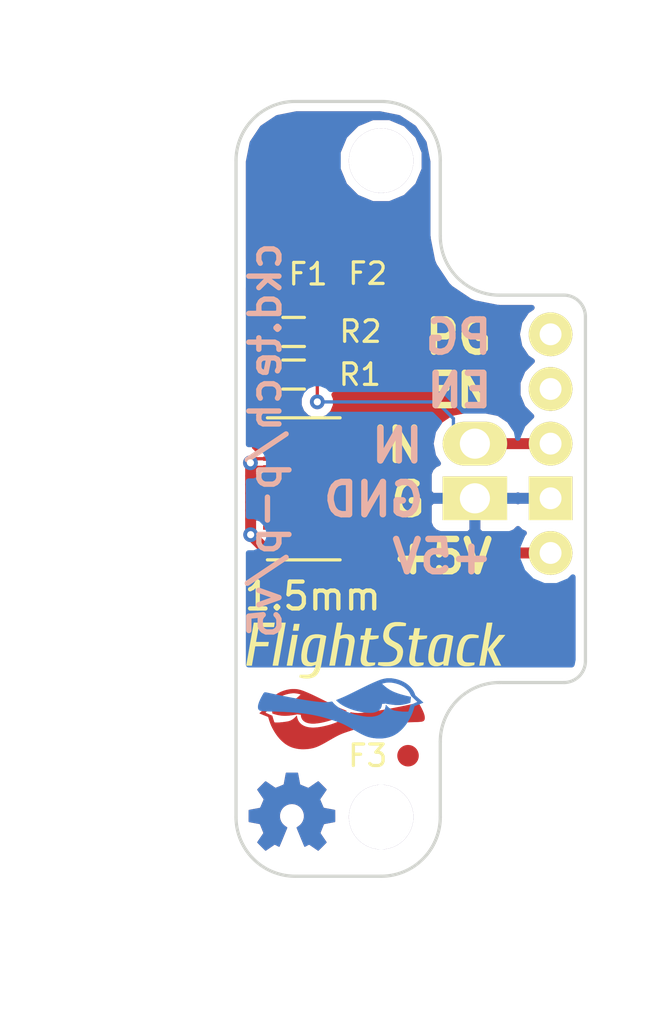
<source format=kicad_pcb>
(kicad_pcb (version 4) (host pcbnew 4.0.1-stable)

  (general
    (links 25)
    (no_connects 0)
    (area 131.277143 85.19 186.701429 132.68)
    (thickness 1.6)
    (drawings 36)
    (tracks 72)
    (zones 0)
    (modules 15)
    (nets 7)
  )

  (page USLetter)
  (layers
    (0 F.Cu signal)
    (31 B.Cu signal)
    (32 B.Adhes user)
    (33 F.Adhes user)
    (34 B.Paste user)
    (35 F.Paste user)
    (36 B.SilkS user)
    (37 F.SilkS user)
    (38 B.Mask user)
    (39 F.Mask user)
    (40 Dwgs.User user)
    (41 Cmts.User user)
    (42 Eco1.User user hide)
    (43 Eco2.User user hide)
    (44 Edge.Cuts user)
    (45 Margin user)
    (46 B.CrtYd user)
    (47 F.CrtYd user)
    (48 B.Fab user)
    (49 F.Fab user)
  )

  (setup
    (last_trace_width 0.25)
    (user_trace_width 0.1524)
    (user_trace_width 0.3048)
    (user_trace_width 0.508)
    (user_trace_width 0.8128)
    (trace_clearance 0.1524)
    (zone_clearance 0.381)
    (zone_45_only yes)
    (trace_min 0.1524)
    (segment_width 0.15)
    (edge_width 0.15)
    (via_size 0.6858)
    (via_drill 0.3302)
    (via_min_size 0.3302)
    (via_min_drill 0.3)
    (user_via 0.6858 0.3302)
    (uvia_size 0.3)
    (uvia_drill 0.1)
    (uvias_allowed no)
    (uvia_min_size 0.2)
    (uvia_min_drill 0.1)
    (pcb_text_width 0.3)
    (pcb_text_size 1.5 1.5)
    (mod_edge_width 0.15)
    (mod_text_size 1 1)
    (mod_text_width 0.15)
    (pad_size 3 2.032)
    (pad_drill 1.4)
    (pad_to_mask_clearance 0.2)
    (aux_axis_origin 0 0)
    (visible_elements FFFEFF7D)
    (pcbplotparams
      (layerselection 0x010fc_80000001)
      (usegerberextensions true)
      (excludeedgelayer true)
      (linewidth 0.100000)
      (plotframeref false)
      (viasonmask false)
      (mode 1)
      (useauxorigin false)
      (hpglpennumber 1)
      (hpglpenspeed 20)
      (hpglpendiameter 15)
      (hpglpenoverlay 2)
      (psnegative false)
      (psa4output false)
      (plotreference true)
      (plotvalue true)
      (plotinvisibletext false)
      (padsonsilk false)
      (subtractmaskfromsilk false)
      (outputformat 1)
      (mirror false)
      (drillshape 0)
      (scaleselection 1)
      (outputdirectory gerber))
  )

  (net 0 "")
  (net 1 +5V)
  (net 2 GNDPWR)
  (net 3 +BATT)
  (net 4 "Net-(P2-Pad1)")
  (net 5 "Net-(P2-Pad2)")
  (net 6 "Net-(P1-Pad19)")

  (net_class Default "This is the default net class."
    (clearance 0.1524)
    (trace_width 0.25)
    (via_dia 0.6858)
    (via_drill 0.3302)
    (uvia_dia 0.3)
    (uvia_drill 0.1)
    (add_net +5V)
    (add_net +BATT)
    (add_net GNDPWR)
    (add_net "Net-(P1-Pad19)")
    (add_net "Net-(P2-Pad1)")
    (add_net "Net-(P2-Pad2)")
  )

  (net_class "Expansion Power" ""
    (clearance 0.2)
    (trace_width 0.5)
    (via_dia 0.6858)
    (via_drill 0.3302)
    (uvia_dia 0.3)
    (uvia_drill 0.1)
  )

  (net_class OSHPark ""
    (clearance 0.1524)
    (trace_width 0.1524)
    (via_dia 0.6858)
    (via_drill 0.3302)
    (uvia_dia 0.3)
    (uvia_drill 0.1)
  )

  (module oshw:oshw-4mm (layer B.Cu) (tedit 0) (tstamp 56D894AE)
    (at 159.1 123 180)
    (fp_text reference G*** (at 0 0 180) (layer B.SilkS) hide
      (effects (font (thickness 0.3)) (justify mirror))
    )
    (fp_text value OSHW (at 0.75 0 180) (layer B.SilkS) hide
      (effects (font (thickness 0.3)) (justify mirror))
    )
    (fp_poly (pts (xy 0.041912 1.810672) (xy 0.079087 1.81066) (xy 0.111821 1.810634) (xy 0.140406 1.810589)
      (xy 0.165137 1.810519) (xy 0.186306 1.810419) (xy 0.204208 1.810285) (xy 0.219136 1.810111)
      (xy 0.231384 1.809891) (xy 0.241247 1.809621) (xy 0.249017 1.809295) (xy 0.254988 1.808908)
      (xy 0.259454 1.808456) (xy 0.262709 1.807933) (xy 0.265046 1.807333) (xy 0.26676 1.806651)
      (xy 0.268032 1.805952) (xy 0.274217 1.800631) (xy 0.278517 1.794262) (xy 0.278618 1.794016)
      (xy 0.279468 1.790568) (xy 0.281162 1.782519) (xy 0.283633 1.770215) (xy 0.286816 1.754001)
      (xy 0.290644 1.734223) (xy 0.295052 1.711228) (xy 0.299972 1.68536) (xy 0.305339 1.656966)
      (xy 0.311087 1.626391) (xy 0.31715 1.593981) (xy 0.323461 1.560082) (xy 0.326888 1.541604)
      (xy 0.333321 1.506898) (xy 0.339535 1.473386) (xy 0.345466 1.441426) (xy 0.351046 1.411375)
      (xy 0.356209 1.383589) (xy 0.360889 1.358428) (xy 0.365018 1.336247) (xy 0.368531 1.317404)
      (xy 0.371362 1.302257) (xy 0.373443 1.291163) (xy 0.374708 1.284478) (xy 0.375013 1.282904)
      (xy 0.375885 1.278409) (xy 0.376785 1.274428) (xy 0.378016 1.270801) (xy 0.379879 1.267369)
      (xy 0.382678 1.263973) (xy 0.386715 1.260454) (xy 0.392292 1.256651) (xy 0.399712 1.252407)
      (xy 0.409277 1.24756) (xy 0.42129 1.241954) (xy 0.436054 1.235427) (xy 0.453871 1.22782)
      (xy 0.475043 1.218975) (xy 0.499873 1.208732) (xy 0.528663 1.196932) (xy 0.561716 1.183414)
      (xy 0.571628 1.179361) (xy 0.606076 1.16526) (xy 0.636188 1.15294) (xy 0.662294 1.142308)
      (xy 0.684727 1.133273) (xy 0.703816 1.125742) (xy 0.719894 1.119622) (xy 0.733292 1.114823)
      (xy 0.744341 1.111252) (xy 0.753372 1.108816) (xy 0.760717 1.107424) (xy 0.766707 1.106983)
      (xy 0.771673 1.107401) (xy 0.775947 1.108587) (xy 0.77986 1.110447) (xy 0.783743 1.11289)
      (xy 0.787927 1.115824) (xy 0.79139 1.118241) (xy 0.795895 1.121325) (xy 0.804234 1.12704)
      (xy 0.816094 1.135172) (xy 0.831161 1.145504) (xy 0.849123 1.157824) (xy 0.869666 1.171915)
      (xy 0.892477 1.187563) (xy 0.917244 1.204553) (xy 0.943652 1.222671) (xy 0.971388 1.241701)
      (xy 1.00014 1.261429) (xy 1.011367 1.269133) (xy 1.044967 1.292181) (xy 1.074678 1.312543)
      (xy 1.100756 1.330384) (xy 1.123454 1.34587) (xy 1.143028 1.359167) (xy 1.159732 1.370439)
      (xy 1.173819 1.379854) (xy 1.185546 1.387576) (xy 1.195166 1.393771) (xy 1.202934 1.398606)
      (xy 1.209104 1.402246) (xy 1.213931 1.404856) (xy 1.217669 1.406602) (xy 1.220573 1.40765)
      (xy 1.222897 1.408167) (xy 1.224895 1.408316) (xy 1.22511 1.408317) (xy 1.236011 1.408317)
      (xy 1.422758 1.221571) (xy 1.452582 1.191744) (xy 1.479048 1.165262) (xy 1.502358 1.141914)
      (xy 1.522712 1.121487) (xy 1.54031 1.103771) (xy 1.555352 1.088555) (xy 1.56804 1.075628)
      (xy 1.578573 1.064777) (xy 1.587152 1.055793) (xy 1.593977 1.048463) (xy 1.599249 1.042577)
      (xy 1.603168 1.037924) (xy 1.605935 1.034292) (xy 1.607749 1.03147) (xy 1.608812 1.029246)
      (xy 1.609323 1.027411) (xy 1.609484 1.025751) (xy 1.609495 1.024783) (xy 1.608249 1.015979)
      (xy 1.605215 1.007783) (xy 1.604773 1.007015) (xy 1.602686 1.003847) (xy 1.597958 0.996838)
      (xy 1.590798 0.986291) (xy 1.581414 0.972509) (xy 1.570012 0.955797) (xy 1.556801 0.936458)
      (xy 1.541987 0.914796) (xy 1.52578 0.891116) (xy 1.508385 0.865721) (xy 1.490012 0.838914)
      (xy 1.470866 0.811001) (xy 1.468179 0.807084) (xy 1.448759 0.778781) (xy 1.429948 0.751361)
      (xy 1.411966 0.72515) (xy 1.395037 0.700471) (xy 1.379383 0.677647) (xy 1.365226 0.657003)
      (xy 1.352787 0.638863) (xy 1.342289 0.62355) (xy 1.333954 0.611389) (xy 1.328005 0.602703)
      (xy 1.324663 0.597816) (xy 1.324525 0.597614) (xy 1.321271 0.592971) (xy 1.318436 0.588887)
      (xy 1.316117 0.585034) (xy 1.31441 0.581084) (xy 1.313412 0.57671) (xy 1.313218 0.571582)
      (xy 1.313927 0.565372) (xy 1.315635 0.557753) (xy 1.318437 0.548396) (xy 1.322431 0.536973)
      (xy 1.327713 0.523155) (xy 1.334381 0.506615) (xy 1.342529 0.487025) (xy 1.352256 0.464055)
      (xy 1.363657 0.437379) (xy 1.37683 0.406667) (xy 1.389234 0.377744) (xy 1.401459 0.349239)
      (xy 1.413181 0.321944) (xy 1.42424 0.296232) (xy 1.434475 0.272476) (xy 1.443723 0.251048)
      (xy 1.451825 0.232322) (xy 1.45862 0.21667) (xy 1.463945 0.204464) (xy 1.46764 0.196079)
      (xy 1.469544 0.191886) (xy 1.469671 0.19163) (xy 1.474634 0.184693) (xy 1.481041 0.178702)
      (xy 1.481084 0.178671) (xy 1.482257 0.17782) (xy 1.483418 0.177038) (xy 1.484835 0.176272)
      (xy 1.486774 0.175469) (xy 1.489505 0.174575) (xy 1.493294 0.173537) (xy 1.49841 0.172301)
      (xy 1.505119 0.170815) (xy 1.513691 0.169026) (xy 1.524392 0.166879) (xy 1.53749 0.164322)
      (xy 1.553253 0.161301) (xy 1.571948 0.157764) (xy 1.593845 0.153656) (xy 1.619209 0.148925)
      (xy 1.648308 0.143517) (xy 1.681412 0.137379) (xy 1.718786 0.130457) (xy 1.7607 0.1227)
      (xy 1.784287 0.118334) (xy 1.814902 0.112661) (xy 1.8443 0.1072) (xy 1.872076 0.102028)
      (xy 1.89782 0.097221) (xy 1.921124 0.092857) (xy 1.94158 0.089011) (xy 1.958782 0.08576)
      (xy 1.972319 0.083181) (xy 1.981786 0.08135) (xy 1.986773 0.080344) (xy 1.987099 0.080271)
      (xy 1.995862 0.077154) (xy 2.0032 0.072674) (xy 2.004703 0.071284) (xy 2.010623 0.064982)
      (xy 2.011262 -0.198246) (xy 2.011362 -0.240381) (xy 2.011443 -0.277778) (xy 2.0115 -0.31073)
      (xy 2.011528 -0.33953) (xy 2.011523 -0.364469) (xy 2.011481 -0.385841) (xy 2.011396 -0.403938)
      (xy 2.011265 -0.419052) (xy 2.011083 -0.431475) (xy 2.010845 -0.4415) (xy 2.010546 -0.449419)
      (xy 2.010183 -0.455525) (xy 2.009751 -0.46011) (xy 2.009245 -0.463466) (xy 2.00866 -0.465886)
      (xy 2.007993 -0.467663) (xy 2.007238 -0.469088) (xy 2.007056 -0.469389) (xy 2.000775 -0.476182)
      (xy 1.993843 -0.480019) (xy 1.989972 -0.480937) (xy 1.98159 -0.482681) (xy 1.969132 -0.485167)
      (xy 1.953035 -0.488312) (xy 1.933733 -0.492032) (xy 1.911662 -0.496243) (xy 1.887258 -0.500861)
      (xy 1.860957 -0.505803) (xy 1.833193 -0.510984) (xy 1.82201 -0.513062) (xy 1.776078 -0.521585)
      (xy 1.734833 -0.529241) (xy 1.698017 -0.536081) (xy 1.66537 -0.542152) (xy 1.636635 -0.547503)
      (xy 1.611553 -0.552184) (xy 1.589865 -0.556244) (xy 1.571313 -0.559731) (xy 1.555637 -0.562695)
      (xy 1.54258 -0.565184) (xy 1.531883 -0.567248) (xy 1.523287 -0.568935) (xy 1.516533 -0.570294)
      (xy 1.511364 -0.571375) (xy 1.50752 -0.572226) (xy 1.504743 -0.572896) (xy 1.502774 -0.573435)
      (xy 1.502077 -0.573649) (xy 1.494794 -0.577446) (xy 1.488208 -0.58311) (xy 1.487927 -0.583437)
      (xy 1.486055 -0.586873) (xy 1.482476 -0.594645) (xy 1.477329 -0.606416) (xy 1.470757 -0.621844)
      (xy 1.462901 -0.640589) (xy 1.453901 -0.662313) (xy 1.443899 -0.686674) (xy 1.433037 -0.713333)
      (xy 1.421454 -0.741951) (xy 1.409294 -0.772186) (xy 1.403193 -0.787423) (xy 1.389259 -0.822282)
      (xy 1.377081 -0.852781) (xy 1.366543 -0.879233) (xy 1.357533 -0.901948) (xy 1.349936 -0.921239)
      (xy 1.343639 -0.937415) (xy 1.338527 -0.950787) (xy 1.334487 -0.961668) (xy 1.331406 -0.970367)
      (xy 1.329168 -0.977196) (xy 1.327661 -0.982467) (xy 1.32677 -0.986489) (xy 1.326381 -0.989575)
      (xy 1.326382 -0.992035) (xy 1.326657 -0.99418) (xy 1.326961 -0.995703) (xy 1.327914 -0.998459)
      (xy 1.329976 -1.002672) (xy 1.333294 -1.008563) (xy 1.338016 -1.016354) (xy 1.344288 -1.026268)
      (xy 1.352257 -1.038525) (xy 1.36207 -1.053349) (xy 1.373875 -1.070961) (xy 1.387818 -1.091583)
      (xy 1.404045 -1.115436) (xy 1.422705 -1.142743) (xy 1.443943 -1.173726) (xy 1.467907 -1.208606)
      (xy 1.46862 -1.209643) (xy 1.488339 -1.238371) (xy 1.507248 -1.266022) (xy 1.525151 -1.292303)
      (xy 1.541851 -1.316922) (xy 1.557151 -1.339585) (xy 1.570857 -1.36) (xy 1.582771 -1.377874)
      (xy 1.592698 -1.392914) (xy 1.600441 -1.404828) (xy 1.605804 -1.413324) (xy 1.60859 -1.418107)
      (xy 1.608951 -1.418972) (xy 1.609189 -1.426912) (xy 1.608379 -1.432804) (xy 1.606445 -1.435722)
      (xy 1.601277 -1.441774) (xy 1.592837 -1.451002) (xy 1.581086 -1.463444) (xy 1.565985 -1.479142)
      (xy 1.547494 -1.498136) (xy 1.525575 -1.520466) (xy 1.500189 -1.546172) (xy 1.471296 -1.575294)
      (xy 1.438858 -1.607873) (xy 1.425143 -1.621619) (xy 1.399929 -1.646847) (xy 1.375621 -1.671107)
      (xy 1.352468 -1.694157) (xy 1.330714 -1.715753) (xy 1.310608 -1.735654) (xy 1.292395 -1.753615)
      (xy 1.276321 -1.769396) (xy 1.262634 -1.782752) (xy 1.251579 -1.793442) (xy 1.243404 -1.801223)
      (xy 1.238354 -1.805851) (xy 1.236803 -1.807089) (xy 1.226833 -1.810352) (xy 1.216612 -1.809312)
      (xy 1.205289 -1.803848) (xy 1.20301 -1.802346) (xy 1.199136 -1.799695) (xy 1.191436 -1.794419)
      (xy 1.180229 -1.786737) (xy 1.165836 -1.77687) (xy 1.148578 -1.765037) (xy 1.128776 -1.751458)
      (xy 1.106749 -1.736352) (xy 1.082818 -1.71994) (xy 1.057305 -1.702442) (xy 1.030529 -1.684077)
      (xy 1.00594 -1.667211) (xy 0.978417 -1.648348) (xy 0.951938 -1.630232) (xy 0.926816 -1.613074)
      (xy 0.903363 -1.597087) (xy 0.881892 -1.582482) (xy 0.862716 -1.569473) (xy 0.846147 -1.558271)
      (xy 0.832498 -1.549088) (xy 0.822082 -1.542136) (xy 0.815212 -1.537629) (xy 0.812297 -1.535825)
      (xy 0.800483 -1.532294) (xy 0.794107 -1.532398) (xy 0.789402 -1.533917) (xy 0.780635 -1.537726)
      (xy 0.768135 -1.543662) (xy 0.752231 -1.551562) (xy 0.733253 -1.561264) (xy 0.711529 -1.572606)
      (xy 0.694559 -1.581596) (xy 0.670834 -1.594199) (xy 0.651102 -1.604565) (xy 0.634942 -1.61286)
      (xy 0.621927 -1.619252) (xy 0.611636 -1.623908) (xy 0.603644 -1.626995) (xy 0.597526 -1.62868)
      (xy 0.592861 -1.629131) (xy 0.589223 -1.628513) (xy 0.586189 -1.626994) (xy 0.583889 -1.625222)
      (xy 0.582309 -1.622374) (xy 0.578885 -1.615011) (xy 0.573675 -1.603274) (xy 0.566737 -1.587305)
      (xy 0.558133 -1.567245) (xy 0.54792 -1.543234) (xy 0.536159 -1.515413) (xy 0.522908 -1.483924)
      (xy 0.508227 -1.448906) (xy 0.492175 -1.410501) (xy 0.474812 -1.36885) (xy 0.456196 -1.324094)
      (xy 0.436388 -1.276374) (xy 0.415446 -1.22583) (xy 0.398588 -1.18508) (xy 0.376707 -1.132154)
      (xy 0.356672 -1.083674) (xy 0.338403 -1.039444) (xy 0.321821 -0.999263) (xy 0.306845 -0.962932)
      (xy 0.293396 -0.930253) (xy 0.281395 -0.901026) (xy 0.270763 -0.875052) (xy 0.261419 -0.852131)
      (xy 0.253285 -0.832066) (xy 0.24628 -0.814657) (xy 0.240325 -0.799704) (xy 0.235342 -0.787009)
      (xy 0.231249 -0.776373) (xy 0.227968 -0.767595) (xy 0.225419 -0.760478) (xy 0.223522 -0.754823)
      (xy 0.222199 -0.750429) (xy 0.221369 -0.747099) (xy 0.220953 -0.744632) (xy 0.220871 -0.74283)
      (xy 0.221045 -0.741494) (xy 0.221199 -0.74095) (xy 0.223599 -0.735298) (xy 0.227242 -0.730243)
      (xy 0.232912 -0.725085) (xy 0.241395 -0.719125) (xy 0.253475 -0.711663) (xy 0.255257 -0.710602)
      (xy 0.267135 -0.703219) (xy 0.280052 -0.69468) (xy 0.291491 -0.686656) (xy 0.29298 -0.685558)
      (xy 0.302649 -0.678368) (xy 0.314572 -0.669506) (xy 0.326963 -0.660299) (xy 0.334475 -0.654719)
      (xy 0.375725 -0.620988) (xy 0.413516 -0.583697) (xy 0.447598 -0.543121) (xy 0.477724 -0.499533)
      (xy 0.483524 -0.490024) (xy 0.506301 -0.447314) (xy 0.525628 -0.401638) (xy 0.541173 -0.353973)
      (xy 0.552607 -0.3053) (xy 0.558232 -0.269155) (xy 0.55983 -0.250627) (xy 0.560694 -0.2286)
      (xy 0.56085 -0.204549) (xy 0.560321 -0.179948) (xy 0.559129 -0.156271) (xy 0.5573 -0.134991)
      (xy 0.555914 -0.124045) (xy 0.545747 -0.071737) (xy 0.530996 -0.021214) (xy 0.511839 0.027277)
      (xy 0.488456 0.073492) (xy 0.461024 0.117183) (xy 0.429724 0.158103) (xy 0.394732 0.196008)
      (xy 0.356229 0.23065) (xy 0.314393 0.261783) (xy 0.269403 0.28916) (xy 0.247977 0.300288)
      (xy 0.200646 0.321044) (xy 0.152462 0.337016) (xy 0.103044 0.348293) (xy 0.05201 0.354961)
      (xy 0 0.357109) (xy -0.045157 0.355635) (xy -0.087525 0.351072) (xy -0.128438 0.343212)
      (xy -0.169231 0.331848) (xy -0.17604 0.329622) (xy -0.225295 0.31063) (xy -0.272148 0.287404)
      (xy -0.316357 0.260185) (xy -0.357681 0.229212) (xy -0.395878 0.194725) (xy -0.430705 0.156964)
      (xy -0.461922 0.116168) (xy -0.489286 0.072578) (xy -0.512555 0.026433) (xy -0.531488 -0.022026)
      (xy -0.531926 -0.023329) (xy -0.543093 -0.06005) (xy -0.551334 -0.095126) (xy -0.556898 -0.13013)
      (xy -0.560035 -0.166637) (xy -0.560996 -0.206084) (xy -0.56001 -0.243824) (xy -0.556943 -0.278572)
      (xy -0.551524 -0.31203) (xy -0.543479 -0.3459) (xy -0.533244 -0.379742) (xy -0.5143 -0.429412)
      (xy -0.491005 -0.476635) (xy -0.46351 -0.521205) (xy -0.431962 -0.562917) (xy -0.39651 -0.601564)
      (xy -0.357303 -0.636943) (xy -0.334476 -0.654723) (xy -0.323319 -0.662991) (xy -0.312037 -0.671394)
      (xy -0.302162 -0.678788) (xy -0.296753 -0.682869) (xy -0.28853 -0.688763) (xy -0.277668 -0.696081)
      (xy -0.265866 -0.703693) (xy -0.25903 -0.707937) (xy -0.245831 -0.716145) (xy -0.236314 -0.722542)
      (xy -0.229759 -0.727755) (xy -0.22545 -0.73241) (xy -0.222667 -0.737134) (xy -0.221195 -0.740963)
      (xy -0.220925 -0.742144) (xy -0.220869 -0.743689) (xy -0.221108 -0.745799) (xy -0.22172 -0.748672)
      (xy -0.222786 -0.752506) (xy -0.224385 -0.757503) (xy -0.226596 -0.76386) (xy -0.229499 -0.771776)
      (xy -0.233174 -0.781451) (xy -0.2377 -0.793084) (xy -0.243156 -0.806874) (xy -0.249623 -0.82302)
      (xy -0.257179 -0.841722) (xy -0.265904 -0.863177) (xy -0.275879 -0.887586) (xy -0.287181 -0.915148)
      (xy -0.299892 -0.946061) (xy -0.314089 -0.980526) (xy -0.329854 -1.01874) (xy -0.347265 -1.060903)
      (xy -0.366402 -1.107214) (xy -0.387345 -1.157873) (xy -0.3986 -1.185093) (xy -0.42016 -1.237188)
      (xy -0.440674 -1.286673) (xy -0.460082 -1.3334) (xy -0.47832 -1.377222) (xy -0.495326 -1.41799)
      (xy -0.51104 -1.455558) (xy -0.525397 -1.489776) (xy -0.538336 -1.520499) (xy -0.549795 -1.547577)
      (xy -0.559712 -1.570864) (xy -0.568024 -1.590211) (xy -0.574669 -1.605471) (xy -0.579585 -1.616495)
      (xy -0.58271 -1.623138) (xy -0.583906 -1.625222) (xy -0.590245 -1.628499) (xy -0.596575 -1.629623)
      (xy -0.601132 -1.62837) (xy -0.609986 -1.624631) (xy -0.623076 -1.618434) (xy -0.640345 -1.609809)
      (xy -0.661731 -1.598785) (xy -0.687177 -1.58539) (xy -0.693747 -1.581898) (xy -0.713566 -1.57141)
      (xy -0.732263 -1.56164) (xy -0.749316 -1.552852) (xy -0.764202 -1.54531) (xy -0.776397 -1.539279)
      (xy -0.785378 -1.535022) (xy -0.790623 -1.532804) (xy -0.791425 -1.532569) (xy -0.799854 -1.532265)
      (xy -0.807221 -1.533666) (xy -0.810416 -1.535468) (xy -0.81744 -1.539915) (xy -0.827981 -1.546797)
      (xy -0.841729 -1.555905) (xy -0.85837 -1.567028) (xy -0.877593 -1.579958) (xy -0.899086 -1.594484)
      (xy -0.922537 -1.610396) (xy -0.947635 -1.627486) (xy -0.974067 -1.645542) (xy -0.997845 -1.661834)
      (xy -1.025465 -1.680782) (xy -1.052206 -1.699127) (xy -1.077735 -1.716639) (xy -1.101719 -1.733089)
      (xy -1.123823 -1.748249) (xy -1.143715 -1.76189) (xy -1.16106 -1.773784) (xy -1.175525 -1.7837)
      (xy -1.186777 -1.791411) (xy -1.19448 -1.796688) (xy -1.197857 -1.798997) (xy -1.20992 -1.806348)
      (xy -1.219716 -1.810042) (xy -1.228244 -1.810249) (xy -1.236501 -1.80714) (xy -1.238565 -1.805912)
      (xy -1.241364 -1.803496) (xy -1.247461 -1.797759) (xy -1.256606 -1.788946) (xy -1.268552 -1.777303)
      (xy -1.283049 -1.763076) (xy -1.299849 -1.74651) (xy -1.318703 -1.727851) (xy -1.339362 -1.707345)
      (xy -1.361577 -1.685237) (xy -1.3851 -1.661772) (xy -1.409682 -1.637196) (xy -1.426401 -1.620451)
      (xy -1.460136 -1.586593) (xy -1.49031 -1.556208) (xy -1.516961 -1.529257) (xy -1.540126 -1.505702)
      (xy -1.559845 -1.485503) (xy -1.576155 -1.468619) (xy -1.589095 -1.455013) (xy -1.598703 -1.444645)
      (xy -1.605016 -1.437474) (xy -1.608074 -1.433463) (xy -1.60838 -1.432804) (xy -1.60928 -1.424838)
      (xy -1.608965 -1.418972) (xy -1.607408 -1.415961) (xy -1.603186 -1.409106) (xy -1.596496 -1.3987)
      (xy -1.587532 -1.385035) (xy -1.576492 -1.368405) (xy -1.563572 -1.349102) (xy -1.548968 -1.327418)
      (xy -1.532876 -1.303647) (xy -1.515493 -1.278081) (xy -1.497014 -1.251013) (xy -1.477636 -1.222735)
      (xy -1.46864 -1.209643) (xy -1.444589 -1.174639) (xy -1.423267 -1.143539) (xy -1.40453 -1.116121)
      (xy -1.388229 -1.092165) (xy -1.374219 -1.071447) (xy -1.362352 -1.053747) (xy -1.352482 -1.038844)
      (xy -1.344461 -1.026515) (xy -1.338144 -1.016539) (xy -1.333384 -1.008694) (xy -1.330033 -1.002759)
      (xy -1.327946 -0.998513) (xy -1.326975 -0.995733) (xy -1.326968 -0.995703) (xy -1.326564 -0.993591)
      (xy -1.326352 -0.99139) (xy -1.326447 -0.988789) (xy -1.326963 -0.985475) (xy -1.328013 -0.981139)
      (xy -1.329711 -0.975468) (xy -1.332171 -0.968151) (xy -1.335508 -0.958877) (xy -1.339834 -0.947335)
      (xy -1.345264 -0.933213) (xy -1.351913 -0.916201) (xy -1.359893 -0.895986) (xy -1.369318 -0.872258)
      (xy -1.380304 -0.844705) (xy -1.392962 -0.813017) (xy -1.403095 -0.787669) (xy -1.41514 -0.757618)
      (xy -1.426744 -0.728812) (xy -1.437761 -0.701606) (xy -1.448043 -0.676358) (xy -1.457444 -0.653425)
      (xy -1.465815 -0.633164) (xy -1.473011 -0.615931) (xy -1.478883 -0.602083) (xy -1.483284 -0.591977)
      (xy -1.486068 -0.58597) (xy -1.486912 -0.584467) (xy -1.493162 -0.578611) (xy -1.499903 -0.574588)
      (xy -1.503441 -0.573678) (xy -1.511575 -0.571925) (xy -1.523952 -0.569397) (xy -1.540221 -0.566162)
      (xy -1.56003 -0.562289) (xy -1.583027 -0.557844) (xy -1.608861 -0.552896) (xy -1.63718 -0.547512)
      (xy -1.667633 -0.541761) (xy -1.699867 -0.53571) (xy -1.733532 -0.529427) (xy -1.746565 -0.527004)
      (xy -1.780693 -0.520655) (xy -1.813535 -0.514523) (xy -1.844739 -0.508675) (xy -1.873951 -0.503179)
      (xy -1.900819 -0.498101) (xy -1.924989 -0.493509) (xy -1.94611 -0.489469) (xy -1.963829 -0.486049)
      (xy -1.977792 -0.483316) (xy -1.987648 -0.481337) (xy -1.993042 -0.480179) (xy -1.993843 -0.47997)
      (xy -2.001755 -0.475394) (xy -2.007057 -0.469389) (xy -2.007832 -0.468002) (xy -2.008519 -0.46633)
      (xy -2.009121 -0.46408) (xy -2.009645 -0.460959) (xy -2.010093 -0.456675) (xy -2.010471 -0.450936)
      (xy -2.010784 -0.443449) (xy -2.011035 -0.433921) (xy -2.011229 -0.422061) (xy -2.011372 -0.407577)
      (xy -2.011466 -0.390175) (xy -2.011518 -0.369563) (xy -2.01153 -0.345449) (xy -2.011509 -0.31754)
      (xy -2.011459 -0.285545) (xy -2.011383 -0.24917) (xy -2.011287 -0.208123) (xy -2.011263 -0.198246)
      (xy -2.010624 0.064982) (xy -2.004629 0.071363) (xy -2.003751 0.072442) (xy -2.003137 0.07337)
      (xy -2.002508 0.074206) (xy -2.001588 0.075007) (xy -2.000099 0.07583) (xy -1.997765 0.076733)
      (xy -1.994308 0.077772) (xy -1.98945 0.079007) (xy -1.982915 0.080493) (xy -1.974425 0.082288)
      (xy -1.963703 0.08445) (xy -1.950472 0.087036) (xy -1.934454 0.090103) (xy -1.915373 0.09371)
      (xy -1.892951 0.097913) (xy -1.866911 0.102769) (xy -1.836975 0.108337) (xy -1.802867 0.114673)
      (xy -1.764309 0.121835) (xy -1.730967 0.128031) (xy -1.690106 0.135627) (xy -1.653896 0.142367)
      (xy -1.622048 0.148322) (xy -1.59427 0.153562) (xy -1.570271 0.158159) (xy -1.54976 0.162184)
      (xy -1.532445 0.165706) (xy -1.518036 0.168798) (xy -1.506241 0.17153) (xy -1.496768 0.173973)
      (xy -1.489328 0.176198) (xy -1.483628 0.178276) (xy -1.479378 0.180277) (xy -1.476286 0.182272)
      (xy -1.474062 0.184333) (xy -1.472413 0.18653) (xy -1.471049 0.188934) (xy -1.469679 0.191616)
      (xy -1.469672 0.19163) (xy -1.468068 0.195122) (xy -1.464646 0.202866) (xy -1.459569 0.21449)
      (xy -1.452998 0.229619) (xy -1.445093 0.247881) (xy -1.436015 0.268904) (xy -1.425927 0.292315)
      (xy -1.414988 0.317741) (xy -1.40336 0.34481) (xy -1.391205 0.373147) (xy -1.389235 0.377744)
      (xy -1.374512 0.412069) (xy -1.361642 0.442086) (xy -1.350526 0.468122) (xy -1.341069 0.490506)
      (xy -1.333174 0.509565) (xy -1.326744 0.525629) (xy -1.321683 0.539025) (xy -1.317893 0.550082)
      (xy -1.315279 0.559127) (xy -1.313744 0.566489) (xy -1.313191 0.572497) (xy -1.313523 0.577478)
      (xy -1.314644 0.58176) (xy -1.316457 0.585672) (xy -1.318866 0.589543) (xy -1.321774 0.593699)
      (xy -1.324506 0.597614) (xy -1.327631 0.602189) (xy -1.333382 0.61059) (xy -1.341537 0.622495)
      (xy -1.351878 0.637585) (xy -1.364184 0.655537) (xy -1.378234 0.676031) (xy -1.393809 0.698745)
      (xy -1.410688 0.723358) (xy -1.428652 0.749549) (xy -1.447479 0.776997) (xy -1.46695 0.80538)
      (xy -1.46997 0.809783) (xy -1.489293 0.837961) (xy -1.50784 0.865034) (xy -1.525408 0.890702)
      (xy -1.541794 0.914671) (xy -1.556798 0.936641) (xy -1.570215 0.956317) (xy -1.581843 0.973401)
      (xy -1.59148 0.987596) (xy -1.598923 0.998606) (xy -1.60397 1.006133) (xy -1.606418 1.00988)
      (xy -1.606593 1.010177) (xy -1.608557 1.016404) (xy -1.609493 1.024331) (xy -1.609505 1.025247)
      (xy -1.609424 1.026859) (xy -1.609045 1.028596) (xy -1.608169 1.030668) (xy -1.606595 1.033286)
      (xy -1.604123 1.036661) (xy -1.600552 1.041004) (xy -1.595682 1.046524) (xy -1.589314 1.053433)
      (xy -1.581246 1.061941) (xy -1.571277 1.07226) (xy -1.559209 1.084598) (xy -1.54484 1.099168)
      (xy -1.527969 1.11618) (xy -1.508398 1.135845) (xy -1.485924 1.158372) (xy -1.460348 1.183973)
      (xy -1.43147 1.212859) (xy -1.422759 1.221571) (xy -1.236012 1.408317) (xy -1.225028 1.408317)
      (xy -1.223631 1.408406) (xy -1.222509 1.408583) (xy -1.221457 1.408714) (xy -1.220273 1.408665)
      (xy -1.218753 1.4083) (xy -1.216695 1.407486) (xy -1.213895 1.406088) (xy -1.210149 1.403972)
      (xy -1.205256 1.401003) (xy -1.199011 1.397047) (xy -1.191211 1.39197) (xy -1.181654 1.385636)
      (xy -1.170136 1.377913) (xy -1.156454 1.368664) (xy -1.140405 1.357757) (xy -1.121785 1.345056)
      (xy -1.100392 1.330426) (xy -1.076022 1.313735) (xy -1.048472 1.294847) (xy -1.01754 1.273627)
      (xy -0.983021 1.249942) (xy -0.944713 1.223656) (xy -0.911967 1.201191) (xy -0.884669 1.18247)
      (xy -0.861196 1.166395) (xy -0.841228 1.152765) (xy -0.824444 1.141378) (xy -0.810525 1.132033)
      (xy -0.799149 1.124528) (xy -0.789997 1.118661) (xy -0.782747 1.114231) (xy -0.777081 1.111037)
      (xy -0.772677 1.108876) (xy -0.769214 1.107546) (xy -0.766373 1.106848) (xy -0.763834 1.106578)
      (xy -0.761549 1.106535) (xy -0.758594 1.106771) (xy -0.754602 1.107559) (xy -0.749258 1.109021)
      (xy -0.742245 1.111277) (xy -0.733246 1.114447) (xy -0.721946 1.118653) (xy -0.708028 1.124015)
      (xy -0.691176 1.130655) (xy -0.671073 1.138692) (xy -0.647404 1.148248) (xy -0.619852 1.159444)
      (xy -0.5881 1.1724) (xy -0.573859 1.178223) (xy -0.545554 1.189828) (xy -0.518505 1.200969)
      (xy -0.493088 1.211489) (xy -0.469681 1.221228) (xy -0.448659 1.23003) (xy -0.430399 1.237734)
      (xy -0.415278 1.244184) (xy -0.403673 1.249221) (xy -0.395959 1.252687) (xy -0.392514 1.254423)
      (xy -0.392473 1.254453) (xy -0.390215 1.256137) (xy -0.38817 1.257845) (xy -0.386271 1.259864)
      (xy -0.384453 1.262483) (xy -0.382649 1.265986) (xy -0.380793 1.270662) (xy -0.378819 1.276797)
      (xy -0.376661 1.284678) (xy -0.374253 1.294593) (xy -0.371529 1.306827) (xy -0.368423 1.321669)
      (xy -0.364869 1.339404) (xy -0.3608 1.36032) (xy -0.356151 1.384704) (xy -0.350856 1.412842)
      (xy -0.344848 1.445023) (xy -0.338061 1.481532) (xy -0.33043 1.522656) (xy -0.329229 1.529131)
      (xy -0.322643 1.564553) (xy -0.316272 1.598671) (xy -0.310181 1.63115) (xy -0.304433 1.661652)
      (xy -0.299093 1.689841) (xy -0.294226 1.71538) (xy -0.289895 1.737932) (xy -0.286166 1.757162)
      (xy -0.283102 1.772731) (xy -0.280767 1.784305) (xy -0.279227 1.791545) (xy -0.2786 1.794016)
      (xy -0.274451 1.800362) (xy -0.268299 1.805786) (xy -0.268032 1.805952) (xy -0.266632 1.806712)
      (xy -0.264877 1.807386) (xy -0.262474 1.80798) (xy -0.259128 1.808497) (xy -0.254546 1.808944)
      (xy -0.248435 1.809325) (xy -0.240499 1.809646) (xy -0.230447 1.809911) (xy -0.217983 1.810127)
      (xy -0.202815 1.810298) (xy -0.184649 1.810429) (xy -0.16319 1.810526) (xy -0.138145 1.810594)
      (xy -0.109221 1.810637) (xy -0.076124 1.810662) (xy -0.038559 1.810672) (xy 0 1.810675)
      (xy 0.041912 1.810672)) (layer B.Cu) (width 0.01))
  )

  (module chickadee:chickadee_3mm_fcu (layer B.Cu) (tedit 0) (tstamp 56D894A7)
    (at 161.4 118.2 180)
    (fp_text reference G*** (at 0 0 180) (layer B.SilkS) hide
      (effects (font (thickness 0.3)) (justify mirror))
    )
    (fp_text value "Chickadee 3mm" (at 0.75 0 180) (layer B.SilkS) hide
      (effects (font (thickness 0.3)) (justify mirror))
    )
    (fp_poly (pts (xy -2.190577 1.394931) (xy -2.158906 1.394428) (xy -2.131275 1.393379) (xy -2.106176 1.39166)
      (xy -2.082107 1.389149) (xy -2.057561 1.385724) (xy -2.031033 1.38126) (xy -2.009069 1.377185)
      (xy -1.950214 1.364422) (xy -1.889117 1.348355) (xy -1.828664 1.329818) (xy -1.77174 1.309646)
      (xy -1.760361 1.305223) (xy -1.717183 1.28803) (xy -1.674808 1.270892) (xy -1.63285 1.25363)
      (xy -1.59092 1.236063) (xy -1.548631 1.218011) (xy -1.505596 1.199293) (xy -1.461427 1.179729)
      (xy -1.415735 1.159138) (xy -1.368134 1.137341) (xy -1.318236 1.114156) (xy -1.265653 1.089403)
      (xy -1.209997 1.062901) (xy -1.150882 1.034472) (xy -1.087918 1.003933) (xy -1.02072 0.971104)
      (xy -0.948898 0.935806) (xy -0.872065 0.897857) (xy -0.789834 0.857077) (xy -0.701817 0.813286)
      (xy -0.679097 0.801963) (xy -0.600817 0.763019) (xy -0.528298 0.72712) (xy -0.461051 0.694039)
      (xy -0.398585 0.663552) (xy -0.340411 0.635433) (xy -0.286038 0.609455) (xy -0.234976 0.585394)
      (xy -0.186735 0.563022) (xy -0.140825 0.542115) (xy -0.096756 0.522447) (xy -0.054038 0.503792)
      (xy -0.012181 0.485924) (xy 0.029306 0.468618) (xy 0.070912 0.451647) (xy 0.113128 0.434787)
      (xy 0.146403 0.421719) (xy 0.169926 0.412482) (xy 0.191319 0.403963) (xy 0.209688 0.396527)
      (xy 0.224143 0.39054) (xy 0.233791 0.386365) (xy 0.237732 0.384376) (xy 0.237199 0.380281)
      (xy 0.231987 0.372263) (xy 0.222739 0.361032) (xy 0.2101 0.347296) (xy 0.194712 0.331764)
      (xy 0.177219 0.315145) (xy 0.164178 0.303343) (xy 0.096199 0.247242) (xy 0.021764 0.193747)
      (xy -0.059006 0.142914) (xy -0.145989 0.0948) (xy -0.239062 0.049462) (xy -0.338103 0.006957)
      (xy -0.442991 -0.032658) (xy -0.553602 -0.069327) (xy -0.669815 -0.102992) (xy -0.756708 -0.125296)
      (xy -0.857303 -0.148538) (xy -0.952291 -0.167867) (xy -1.041919 -0.183303) (xy -1.126439 -0.194868)
      (xy -1.206099 -0.20258) (xy -1.281149 -0.206462) (xy -1.351837 -0.206535) (xy -1.418413 -0.202818)
      (xy -1.481126 -0.195332) (xy -1.518918 -0.18866) (xy -1.57955 -0.173748) (xy -1.634906 -0.154367)
      (xy -1.684914 -0.13059) (xy -1.729501 -0.102491) (xy -1.768596 -0.070142) (xy -1.802127 -0.033617)
      (xy -1.830021 0.007012) (xy -1.852205 0.051671) (xy -1.868608 0.100287) (xy -1.879158 0.152786)
      (xy -1.882097 0.17906) (xy -1.882915 0.190167) (xy -1.883851 0.198302) (xy -1.885889 0.204006)
      (xy -1.890009 0.207822) (xy -1.897194 0.21029) (xy -1.908425 0.211954) (xy -1.924685 0.213354)
      (xy -1.946955 0.215033) (xy -1.947333 0.215063) (xy -1.974885 0.21729) (xy -1.996056 0.219184)
      (xy -2.011509 0.220834) (xy -2.021906 0.222327) (xy -2.02791 0.223751) (xy -2.030183 0.225193)
      (xy -2.030082 0.226026) (xy -2.032027 0.227335) (xy -2.038861 0.22756) (xy -2.048532 0.226886)
      (xy -2.05899 0.225503) (xy -2.068183 0.223597) (xy -2.072569 0.222141) (xy -2.078077 0.220624)
      (xy -2.089384 0.218164) (xy -2.105331 0.214992) (xy -2.124759 0.211335) (xy -2.146511 0.207422)
      (xy -2.151944 0.206471) (xy -2.23343 0.192964) (xy -2.310846 0.181591) (xy -2.386734 0.172013)
      (xy -2.463633 0.163891) (xy -2.487083 0.161706) (xy -2.509513 0.160112) (xy -2.536719 0.158879)
      (xy -2.567348 0.158007) (xy -2.600049 0.157496) (xy -2.633471 0.157348) (xy -2.666262 0.157562)
      (xy -2.69707 0.158139) (xy -2.724545 0.15908) (xy -2.747334 0.160385) (xy -2.760486 0.161598)
      (xy -2.833314 0.171253) (xy -2.904171 0.18314) (xy -2.974932 0.197651) (xy -3.047473 0.215178)
      (xy -3.123669 0.23611) (xy -3.139143 0.240632) (xy -3.161757 0.247425) (xy -3.178423 0.252778)
      (xy -3.190018 0.257041) (xy -3.197422 0.260562) (xy -3.20151 0.263691) (xy -3.202943 0.266032)
      (xy -3.203909 0.271145) (xy -3.205491 0.282439) (xy -3.20759 0.299075) (xy -3.210105 0.320217)
      (xy -3.212937 0.345025) (xy -3.215987 0.372662) (xy -3.219082 0.401608) (xy -3.222679 0.435601)
      (xy -3.225565 0.463243) (xy -3.227688 0.485209) (xy -3.228999 0.50217) (xy -3.229447 0.514802)
      (xy -3.228982 0.523777) (xy -3.227553 0.52977) (xy -3.22511 0.533453) (xy -3.221603 0.535501)
      (xy -3.216982 0.536587) (xy -3.211195 0.537385) (xy -3.208909 0.537717) (xy -3.197663 0.539746)
      (xy -3.180611 0.543203) (xy -3.158807 0.547849) (xy -3.1333 0.553445) (xy -3.105142 0.559751)
      (xy -3.075385 0.566529) (xy -3.045079 0.573539) (xy -3.015275 0.580543) (xy -2.987025 0.5873)
      (xy -2.96138 0.593573) (xy -2.942167 0.598407) (xy -2.839538 0.625766) (xy -2.743547 0.653603)
      (xy -2.653787 0.682055) (xy -2.569847 0.711258) (xy -2.49132 0.74135) (xy -2.417797 0.772466)
      (xy -2.405944 0.777787) (xy -2.33527 0.81224) (xy -2.2633 0.851978) (xy -2.191754 0.895908)
      (xy -2.122352 0.942934) (xy -2.05681 0.991963) (xy -2.012597 1.028214) (xy -1.994935 1.043577)
      (xy -1.976602 1.059988) (xy -1.958316 1.076756) (xy -1.940794 1.09319) (xy -1.924751 1.108599)
      (xy -1.910905 1.122291) (xy -1.899973 1.133576) (xy -1.892671 1.141762) (xy -1.889717 1.146159)
      (xy -1.889781 1.146632) (xy -1.895886 1.149881) (xy -1.907863 1.154203) (xy -1.924653 1.159337)
      (xy -1.945199 1.16502) (xy -1.968444 1.170989) (xy -1.99333 1.176981) (xy -2.018801 1.182735)
      (xy -2.043799 1.187987) (xy -2.067268 1.192474) (xy -2.088148 1.195935) (xy -2.088444 1.195979)
      (xy -2.143487 1.202523) (xy -2.197821 1.205577) (xy -2.252961 1.205107) (xy -2.310419 1.201077)
      (xy -2.371711 1.193452) (xy -2.401539 1.188739) (xy -2.494796 1.17015) (xy -2.584229 1.146293)
      (xy -2.669623 1.117275) (xy -2.750766 1.083203) (xy -2.827443 1.044182) (xy -2.899442 1.000319)
      (xy -2.966549 0.95172) (xy -3.028551 0.898491) (xy -3.072051 0.855085) (xy -3.114426 0.806444)
      (xy -3.152464 0.755667) (xy -3.185507 0.70377) (xy -3.212895 0.65177) (xy -3.230344 0.610645)
      (xy -3.23532 0.598231) (xy -3.239944 0.588063) (xy -3.243211 0.582348) (xy -3.246468 0.579042)
      (xy -3.254369 0.57133) (xy -3.266439 0.559666) (xy -3.282207 0.544504) (xy -3.301199 0.526296)
      (xy -3.322943 0.505496) (xy -3.346966 0.482558) (xy -3.372795 0.457935) (xy -3.391958 0.439691)
      (xy -3.418659 0.414263) (xy -3.443792 0.390288) (xy -3.466896 0.368206) (xy -3.487514 0.34846)
      (xy -3.505187 0.331487) (xy -3.519455 0.31773) (xy -3.529861 0.307629) (xy -3.535945 0.301624)
      (xy -3.537393 0.300078) (xy -3.534428 0.298301) (xy -3.525616 0.293948) (xy -3.511564 0.287299)
      (xy -3.492877 0.278632) (xy -3.470164 0.268227) (xy -3.444028 0.256363) (xy -3.415077 0.243317)
      (xy -3.383917 0.22937) (xy -3.376532 0.226077) (xy -3.214874 0.154058) (xy -3.198019 0.093786)
      (xy -3.189906 0.065801) (xy -3.180059 0.033466) (xy -3.169084 -0.001347) (xy -3.157589 -0.036762)
      (xy -3.146183 -0.070907) (xy -3.135473 -0.101907) (xy -3.126489 -0.126757) (xy -3.121041 -0.140443)
      (xy -3.116521 -0.148917) (xy -3.111864 -0.153733) (xy -3.10617 -0.156392) (xy -3.098868 -0.157558)
      (xy -3.085547 -0.158496) (xy -3.06724 -0.159209) (xy -3.04498 -0.159697) (xy -3.019799 -0.159965)
      (xy -2.992731 -0.160013) (xy -2.964808 -0.159845) (xy -2.937063 -0.159461) (xy -2.910528 -0.158866)
      (xy -2.886237 -0.15806) (xy -2.865223 -0.157046) (xy -2.848681 -0.155841) (xy -2.685739 -0.138212)
      (xy -2.585861 -0.124838) (xy -2.543141 -0.1184) (xy -2.506322 -0.1121) (xy -2.474266 -0.105624)
      (xy -2.445833 -0.098661) (xy -2.419884 -0.090899) (xy -2.395279 -0.082025) (xy -2.370878 -0.071727)
      (xy -2.345543 -0.059694) (xy -2.342444 -0.058147) (xy -2.286885 -0.026813) (xy -2.232336 0.010789)
      (xy -2.179767 0.053872) (xy -2.130148 0.101647) (xy -2.089686 0.146958) (xy -2.071653 0.168681)
      (xy -2.069252 0.143431) (xy -2.062225 0.096009) (xy -2.050319 0.046832) (xy -2.034198 -0.002224)
      (xy -2.014523 -0.049282) (xy -1.991958 -0.092463) (xy -1.978281 -0.114289) (xy -1.94066 -0.164006)
      (xy -1.897859 -0.209003) (xy -1.849963 -0.249251) (xy -1.797063 -0.284723) (xy -1.739243 -0.315389)
      (xy -1.676594 -0.341223) (xy -1.609201 -0.362197) (xy -1.537152 -0.378282) (xy -1.460535 -0.389451)
      (xy -1.379438 -0.395676) (xy -1.293947 -0.396929) (xy -1.204152 -0.393182) (xy -1.125361 -0.386139)
      (xy -1.052218 -0.376822) (xy -0.974125 -0.364509) (xy -0.892379 -0.349481) (xy -0.808276 -0.332024)
      (xy -0.723113 -0.312418) (xy -0.638187 -0.290949) (xy -0.554795 -0.267899) (xy -0.478014 -0.244745)
      (xy -0.38054 -0.212112) (xy -0.286214 -0.17667) (xy -0.195387 -0.138629) (xy -0.108408 -0.098203)
      (xy -0.025628 -0.0556) (xy 0.052604 -0.011034) (xy 0.125937 0.035286) (xy 0.194021 0.083147)
      (xy 0.256506 0.132339) (xy 0.313041 0.18265) (xy 0.363278 0.233869) (xy 0.406865 0.285785)
      (xy 0.411516 0.291897) (xy 0.421132 0.304324) (xy 0.427892 0.311896) (xy 0.432929 0.315578)
      (xy 0.437377 0.316336) (xy 0.439726 0.315921) (xy 0.459163 0.311612) (xy 0.48424 0.30693)
      (xy 0.513568 0.302078) (xy 0.545757 0.297263) (xy 0.579415 0.292687) (xy 0.613152 0.288557)
      (xy 0.645578 0.285077) (xy 0.656167 0.284068) (xy 0.687905 0.281538) (xy 0.719888 0.279816)
      (xy 0.752791 0.278933) (xy 0.78729 0.27892) (xy 0.82406 0.279806) (xy 0.863775 0.281623)
      (xy 0.907113 0.284401) (xy 0.954746 0.288171) (xy 1.007352 0.292963) (xy 1.065605 0.298808)
      (xy 1.127125 0.3054) (xy 1.216165 0.315763) (xy 1.311639 0.327982) (xy 1.413193 0.341993)
      (xy 1.520469 0.357731) (xy 1.633115 0.375132) (xy 1.750774 0.394133) (xy 1.873091 0.414668)
      (xy 1.999712 0.436674) (xy 2.13028 0.460086) (xy 2.264441 0.48484) (xy 2.40184 0.510872)
      (xy 2.542121 0.538118) (xy 2.68493 0.566514) (xy 2.829911 0.595994) (xy 2.976709 0.626495)
      (xy 3.124969 0.657954) (xy 3.274335 0.690304) (xy 3.361972 0.709592) (xy 3.406466 0.719446)
      (xy 3.444684 0.727733) (xy 3.477258 0.73432) (xy 3.504823 0.739072) (xy 3.528011 0.741854)
      (xy 3.547455 0.742532) (xy 3.563788 0.740972) (xy 3.577642 0.737038) (xy 3.589652 0.730596)
      (xy 3.600449 0.721512) (xy 3.610667 0.709652) (xy 3.620938 0.69488) (xy 3.631896 0.677062)
      (xy 3.644174 0.656064) (xy 3.648453 0.648705) (xy 3.685722 0.582928) (xy 3.720654 0.517678)
      (xy 3.752855 0.453786) (xy 3.781929 0.392085) (xy 3.807481 0.333406) (xy 3.829117 0.278581)
      (xy 3.842982 0.239141) (xy 3.858442 0.186728) (xy 3.869158 0.137816) (xy 3.875158 0.092633)
      (xy 3.876469 0.051406) (xy 3.873119 0.014365) (xy 3.865134 -0.018262) (xy 3.852543 -0.046247)
      (xy 3.835372 -0.069362) (xy 3.813649 -0.087378) (xy 3.803124 -0.093395) (xy 3.792991 -0.098154)
      (xy 3.781941 -0.102524) (xy 3.769615 -0.106533) (xy 3.755657 -0.110209) (xy 3.739709 -0.113581)
      (xy 3.721413 -0.116677) (xy 3.700414 -0.119524) (xy 3.676352 -0.122152) (xy 3.648872 -0.124587)
      (xy 3.617615 -0.126859) (xy 3.582225 -0.128995) (xy 3.542343 -0.131023) (xy 3.497613 -0.132973)
      (xy 3.447677 -0.134871) (xy 3.392178 -0.136746) (xy 3.330759 -0.138626) (xy 3.263062 -0.14054)
      (xy 3.188731 -0.142515) (xy 3.175 -0.142869) (xy 3.052923 -0.146207) (xy 2.937344 -0.149786)
      (xy 2.827707 -0.153639) (xy 2.723456 -0.157794) (xy 2.624037 -0.162284) (xy 2.528895 -0.167138)
      (xy 2.437474 -0.172388) (xy 2.349219 -0.178064) (xy 2.263574 -0.184196) (xy 2.179985 -0.190816)
      (xy 2.097897 -0.197954) (xy 2.016754 -0.20564) (xy 1.989667 -0.208345) (xy 1.860967 -0.222177)
      (xy 1.736502 -0.237273) (xy 1.615523 -0.253805) (xy 1.497281 -0.271941) (xy 1.381028 -0.291851)
      (xy 1.266016 -0.313705) (xy 1.151496 -0.337671) (xy 1.036721 -0.36392) (xy 0.920941 -0.39262)
      (xy 0.803408 -0.423942) (xy 0.683373 -0.458054) (xy 0.56009 -0.495127) (xy 0.432808 -0.535329)
      (xy 0.30078 -0.57883) (xy 0.195792 -0.614551) (xy 0.145932 -0.632059) (xy 0.0984 -0.649485)
      (xy 0.052527 -0.66715) (xy 0.007643 -0.685374) (xy -0.03692 -0.704476) (xy -0.081833 -0.724779)
      (xy -0.127765 -0.746601) (xy -0.175385 -0.770263) (xy -0.225363 -0.796085) (xy -0.278367 -0.824388)
      (xy -0.335068 -0.855492) (xy -0.396135 -0.889717) (xy -0.462237 -0.927384) (xy -0.483306 -0.939493)
      (xy -0.541927 -0.973223) (xy -0.594898 -1.003651) (xy -0.642666 -1.031025) (xy -0.685679 -1.055591)
      (xy -0.724384 -1.077596) (xy -0.759229 -1.097287) (xy -0.790662 -1.11491) (xy -0.81913 -1.130714)
      (xy -0.845081 -1.144944) (xy -0.868963 -1.157848) (xy -0.891223 -1.169672) (xy -0.912308 -1.180664)
      (xy -0.932668 -1.19107) (xy -0.952748 -1.201138) (xy -0.972997 -1.211113) (xy -0.993862 -1.221244)
      (xy -0.995694 -1.222128) (xy -1.063133 -1.253565) (xy -1.12675 -1.280819) (xy -1.187918 -1.304282)
      (xy -1.248008 -1.324345) (xy -1.308391 -1.341402) (xy -1.37044 -1.355844) (xy -1.435526 -1.368064)
      (xy -1.505022 -1.378454) (xy -1.569861 -1.386279) (xy -1.610848 -1.390039) (xy -1.656794 -1.392999)
      (xy -1.705642 -1.395105) (xy -1.755337 -1.396301) (xy -1.803821 -1.396532) (xy -1.849038 -1.395744)
      (xy -1.878542 -1.394508) (xy -1.958088 -1.387865) (xy -2.038544 -1.376743) (xy -2.118722 -1.361443)
      (xy -2.197433 -1.342263) (xy -2.273489 -1.319501) (xy -2.345702 -1.293456) (xy -2.412884 -1.264427)
      (xy -2.430992 -1.255625) (xy -2.511972 -1.211372) (xy -2.591194 -1.160408) (xy -2.668518 -1.102893)
      (xy -2.743805 -1.038983) (xy -2.816914 -0.968836) (xy -2.887705 -0.89261) (xy -2.95604 -0.810463)
      (xy -3.021777 -0.722552) (xy -3.084778 -0.629036) (xy -3.144903 -0.53007) (xy -3.202011 -0.425814)
      (xy -3.247103 -0.335201) (xy -3.265441 -0.295287) (xy -3.283063 -0.253922) (xy -3.300474 -0.209814)
      (xy -3.318181 -0.161672) (xy -3.33669 -0.108204) (xy -3.341035 -0.09525) (xy -3.348704 -0.071804)
      (xy -3.356807 -0.046214) (xy -3.364992 -0.019673) (xy -3.372907 0.006627) (xy -3.380199 0.031492)
      (xy -3.386515 0.053731) (xy -3.391504 0.072152) (xy -3.394813 0.08556) (xy -3.395622 0.089442)
      (xy -3.397791 0.101004) (xy -3.602405 0.183572) (xy -3.638385 0.198117) (xy -3.672393 0.211915)
      (xy -3.703868 0.224734) (xy -3.732252 0.236346) (xy -3.756986 0.24652) (xy -3.77751 0.255026)
      (xy -3.793266 0.261633) (xy -3.803693 0.266111) (xy -3.808232 0.268231) (xy -3.808381 0.268344)
      (xy -3.80604 0.270994) (xy -3.798838 0.27795) (xy -3.787188 0.288837) (xy -3.771505 0.303276)
      (xy -3.752203 0.320892) (xy -3.729696 0.341306) (xy -3.704399 0.364141) (xy -3.676726 0.389021)
      (xy -3.647091 0.415568) (xy -3.621714 0.438231) (xy -3.585698 0.47036) (xy -3.554584 0.498154)
      (xy -3.528002 0.521967) (xy -3.505585 0.542152) (xy -3.486962 0.559065) (xy -3.471765 0.573058)
      (xy -3.459624 0.584487) (xy -3.45017 0.593706) (xy -3.443035 0.601069) (xy -3.437848 0.606929)
      (xy -3.434241 0.611642) (xy -3.431844 0.615561) (xy -3.430288 0.619041) (xy -3.429205 0.622435)
      (xy -3.429021 0.623103) (xy -3.422612 0.643652) (xy -3.41351 0.668602) (xy -3.40244 0.696184)
      (xy -3.390126 0.724625) (xy -3.377295 0.752157) (xy -3.3707 0.765446) (xy -3.338251 0.823655)
      (xy -3.301023 0.87978) (xy -3.258334 0.934751) (xy -3.209501 0.989498) (xy -3.196358 1.003151)
      (xy -3.140849 1.05669) (xy -3.083569 1.105173) (xy -3.023315 1.149469) (xy -2.958883 1.190443)
      (xy -2.889069 1.228963) (xy -2.868083 1.23958) (xy -2.800029 1.271452) (xy -2.732015 1.299287)
      (xy -2.662813 1.323459) (xy -2.591193 1.344341) (xy -2.515928 1.362308) (xy -2.435788 1.377732)
      (xy -2.38932 1.385248) (xy -2.369484 1.388168) (xy -2.352156 1.390434) (xy -2.335939 1.39213)
      (xy -2.319438 1.393341) (xy -2.301258 1.394152) (xy -2.280002 1.394645) (xy -2.254276 1.394906)
      (xy -2.227792 1.395009) (xy -2.190577 1.394931)) (layer B.Cu) (width 0.01))
    (fp_poly (pts (xy -2.158969 1.476897) (xy -2.121134 1.475122) (xy -2.085237 1.47205) (xy -2.049588 1.467549)
      (xy -2.012501 1.461488) (xy -1.987463 1.456774) (xy -1.950495 1.449127) (xy -1.91523 1.440944)
      (xy -1.880622 1.431892) (xy -1.845624 1.421636) (xy -1.809191 1.409844) (xy -1.770278 1.396182)
      (xy -1.727839 1.380316) (xy -1.680827 1.361912) (xy -1.645263 1.347594) (xy -1.598042 1.328195)
      (xy -1.550102 1.308057) (xy -1.501041 1.286989) (xy -1.450453 1.264801) (xy -1.397934 1.241305)
      (xy -1.343079 1.216311) (xy -1.285486 1.189628) (xy -1.224749 1.161068) (xy -1.160464 1.130441)
      (xy -1.092227 1.097558) (xy -1.019635 1.062228) (xy -0.942281 1.024263) (xy -0.859764 0.983472)
      (xy -0.771677 0.939667) (xy -0.713915 0.910823) (xy -0.632201 0.870036) (xy -0.556268 0.832302)
      (xy -0.485642 0.797404) (xy -0.419851 0.765125) (xy -0.358423 0.735248) (xy -0.300885 0.707556)
      (xy -0.246765 0.681833) (xy -0.195591 0.657862) (xy -0.146889 0.635425) (xy -0.100189 0.614305)
      (xy -0.055018 0.594286) (xy -0.010903 0.575152) (xy 0.032629 0.556684) (xy 0.076049 0.538666)
      (xy 0.119829 0.520881) (xy 0.164443 0.503112) (xy 0.210363 0.485143) (xy 0.227542 0.478491)
      (xy 0.251524 0.469207) (xy 0.273788 0.460545) (xy 0.293348 0.452891) (xy 0.309219 0.446634)
      (xy 0.320414 0.44216) (xy 0.325784 0.43993) (xy 0.335832 0.435427) (xy 0.320698 0.416151)
      (xy 0.308889 0.402098) (xy 0.29292 0.384518) (xy 0.273921 0.364551) (xy 0.253023 0.343337)
      (xy 0.231357 0.322014) (xy 0.210055 0.301723) (xy 0.190246 0.283603) (xy 0.181681 0.27608)
      (xy 0.106102 0.214961) (xy 0.024352 0.156762) (xy -0.063253 0.101625) (xy -0.156399 0.049694)
      (xy -0.254769 0.001114) (xy -0.358048 -0.043973) (xy -0.465921 -0.085422) (xy -0.578072 -0.123091)
      (xy -0.694186 -0.156835) (xy -0.813946 -0.18651) (xy -0.853722 -0.195281) (xy -0.912747 -0.207567)
      (xy -0.966586 -0.218013) (xy -1.016795 -0.226877) (xy -1.064926 -0.234413) (xy -1.112531 -0.240877)
      (xy -1.161165 -0.246526) (xy -1.171222 -0.247588) (xy -1.191268 -0.249185) (xy -1.216488 -0.250438)
      (xy -1.245561 -0.251348) (xy -1.277167 -0.251913) (xy -1.309986 -0.252134) (xy -1.342697 -0.252011)
      (xy -1.37398 -0.251543) (xy -1.402515 -0.25073) (xy -1.426981 -0.249572) (xy -1.446059 -0.248069)
      (xy -1.449917 -0.247629) (xy -1.520413 -0.236359) (xy -1.585332 -0.220777) (xy -1.644686 -0.200875)
      (xy -1.698489 -0.176642) (xy -1.746754 -0.148071) (xy -1.789494 -0.115152) (xy -1.826725 -0.077875)
      (xy -1.858458 -0.036233) (xy -1.884708 0.009784) (xy -1.904186 0.056444) (xy -1.913436 0.084664)
      (xy -1.92005 0.11021) (xy -1.924389 0.13533) (xy -1.926811 0.162274) (xy -1.927677 0.19329)
      (xy -1.927689 0.20331) (xy -1.927494 0.260217) (xy -1.950459 0.26257) (xy -1.973423 0.264922)
      (xy -2.023181 0.23099) (xy -2.022739 0.181641) (xy -2.018754 0.12341) (xy -2.007973 0.066659)
      (xy -1.990573 0.011805) (xy -1.966733 -0.040732) (xy -1.936631 -0.090536) (xy -1.900446 -0.137188)
      (xy -1.875226 -0.164155) (xy -1.83459 -0.201) (xy -1.79086 -0.233371) (xy -1.743528 -0.261491)
      (xy -1.692089 -0.285584) (xy -1.636034 -0.305873) (xy -1.574857 -0.322584) (xy -1.508052 -0.335938)
      (xy -1.474611 -0.341113) (xy -1.453545 -0.343389) (xy -1.426697 -0.345185) (xy -1.395325 -0.3465)
      (xy -1.360685 -0.347334) (xy -1.324034 -0.347688) (xy -1.286631 -0.347562) (xy -1.249731 -0.346956)
      (xy -1.214593 -0.34587) (xy -1.182474 -0.344303) (xy -1.15463 -0.342257) (xy -1.143 -0.341088)
      (xy -1.028753 -0.325915) (xy -0.913621 -0.306055) (xy -0.798476 -0.28177) (xy -0.684191 -0.253321)
      (xy -0.571641 -0.220969) (xy -0.461697 -0.184975) (xy -0.355234 -0.1456) (xy -0.253124 -0.103106)
      (xy -0.15624 -0.057754) (xy -0.101392 -0.029498) (xy -0.018282 0.017249) (xy 0.060658 0.066369)
      (xy 0.134981 0.117513) (xy 0.204241 0.170332) (xy 0.267993 0.224478) (xy 0.325791 0.279603)
      (xy 0.377188 0.335357) (xy 0.39888 0.36152) (xy 0.413589 0.379428) (xy 0.424647 0.391741)
      (xy 0.432321 0.398733) (xy 0.436878 0.400678) (xy 0.437106 0.400627) (xy 0.451682 0.396988)
      (xy 0.472129 0.392861) (xy 0.497296 0.388412) (xy 0.526029 0.383807) (xy 0.557174 0.379213)
      (xy 0.589579 0.374796) (xy 0.622091 0.370724) (xy 0.653556 0.367163) (xy 0.682821 0.36428)
      (xy 0.696736 0.363107) (xy 0.726996 0.36137) (xy 0.760509 0.360689) (xy 0.797721 0.361091)
      (xy 0.839075 0.362602) (xy 0.885017 0.36525) (xy 0.935991 0.369062) (xy 0.992441 0.374063)
      (xy 1.054812 0.380281) (xy 1.123548 0.387744) (xy 1.144764 0.390147) (xy 1.242696 0.401961)
      (xy 1.34711 0.415747) (xy 1.457726 0.431456) (xy 1.574267 0.449038) (xy 1.696454 0.468441)
      (xy 1.824011 0.489614) (xy 1.956657 0.512508) (xy 2.094117 0.537072) (xy 2.23611 0.563254)
      (xy 2.38236 0.591005) (xy 2.532588 0.620273) (xy 2.686517 0.651009) (xy 2.843867 0.68316)
      (xy 3.004361 0.716678) (xy 3.167721 0.751511) (xy 3.333669 0.787608) (xy 3.361972 0.793834)
      (xy 3.393505 0.800732) (xy 3.423573 0.807213) (xy 3.451326 0.813101) (xy 3.475913 0.81822)
      (xy 3.496484 0.822393) (xy 3.512186 0.825444) (xy 3.52217 0.827196) (xy 3.52425 0.82748)
      (xy 3.551629 0.827397) (xy 3.580597 0.821802) (xy 3.609337 0.81136) (xy 3.636032 0.796737)
      (xy 3.658863 0.7786) (xy 3.659577 0.777903) (xy 3.670334 0.765542) (xy 3.683559 0.747416)
      (xy 3.698873 0.724218) (xy 3.715898 0.696638) (xy 3.734253 0.665367) (xy 3.753562 0.631098)
      (xy 3.773444 0.594521) (xy 3.793521 0.556329) (xy 3.813415 0.517211) (xy 3.832747 0.477861)
      (xy 3.851137 0.438969) (xy 3.868208 0.401226) (xy 3.876938 0.381112) (xy 3.904418 0.312172)
      (xy 3.926295 0.247247) (xy 3.942564 0.186369) (xy 3.95322 0.129572) (xy 3.958258 0.076888)
      (xy 3.957674 0.02835) (xy 3.951462 -0.016008) (xy 3.940303 -0.054355) (xy 3.930721 -0.074617)
      (xy 3.917158 -0.09653) (xy 3.901359 -0.117628) (xy 3.885072 -0.135441) (xy 3.879089 -0.14086)
      (xy 3.8637 -0.152771) (xy 3.847081 -0.163287) (xy 3.828689 -0.172518) (xy 3.807978 -0.180574)
      (xy 3.784406 -0.187565) (xy 3.757427 -0.193602) (xy 3.726498 -0.198794) (xy 3.691074 -0.203252)
      (xy 3.650612 -0.207086) (xy 3.604567 -0.210405) (xy 3.552396 -0.213321) (xy 3.511903 -0.215182)
      (xy 3.492132 -0.215961) (xy 3.466304 -0.216876) (xy 3.435416 -0.217897) (xy 3.400464 -0.218994)
      (xy 3.362446 -0.220137) (xy 3.322357 -0.221294) (xy 3.281195 -0.222437) (xy 3.239956 -0.223534)
      (xy 3.219097 -0.22407) (xy 3.113132 -0.226865) (xy 3.013623 -0.229728) (xy 2.919971 -0.232688)
      (xy 2.831576 -0.235774) (xy 2.74784 -0.239016) (xy 2.668162 -0.242444) (xy 2.591944 -0.246086)
      (xy 2.518587 -0.249972) (xy 2.447491 -0.254132) (xy 2.378056 -0.258595) (xy 2.309683 -0.26339)
      (xy 2.241774 -0.268548) (xy 2.173729 -0.274096) (xy 2.137833 -0.277168) (xy 1.985425 -0.291484)
      (xy 1.838916 -0.307501) (xy 1.697314 -0.325426) (xy 1.559629 -0.345462) (xy 1.424869 -0.367813)
      (xy 1.292042 -0.392686) (xy 1.160156 -0.420283) (xy 1.028221 -0.450811) (xy 0.895244 -0.484473)
      (xy 0.760234 -0.521474) (xy 0.622199 -0.562018) (xy 0.480149 -0.606311) (xy 0.372181 -0.641516)
      (xy 0.315529 -0.660415) (xy 0.263101 -0.678181) (xy 0.214324 -0.695079) (xy 0.168627 -0.711377)
      (xy 0.125437 -0.72734) (xy 0.084184 -0.743235) (xy 0.044295 -0.759327) (xy 0.005199 -0.775884)
      (xy -0.033675 -0.79317) (xy -0.072901 -0.811452) (xy -0.113048 -0.830997) (xy -0.15469 -0.852071)
      (xy -0.198398 -0.874939) (xy -0.244743 -0.899869) (xy -0.294297 -0.927125) (xy -0.347632 -0.956975)
      (xy -0.40532 -0.989684) (xy -0.467932 -1.025519) (xy -0.532694 -1.062815) (xy -0.582887 -1.091743)
      (xy -0.627657 -1.11745) (xy -0.667661 -1.140298) (xy -0.703555 -1.160648) (xy -0.735994 -1.178863)
      (xy -0.765635 -1.195303) (xy -0.793134 -1.21033) (xy -0.819147 -1.224307) (xy -0.84433 -1.237594)
      (xy -0.869338 -1.250554) (xy -0.894828 -1.263549) (xy -0.917222 -1.27482) (xy -0.982539 -1.306741)
      (xy -1.043326 -1.334702) (xy -1.100631 -1.359064) (xy -1.155499 -1.380188) (xy -1.208978 -1.398436)
      (xy -1.262115 -1.414169) (xy -1.315957 -1.427748) (xy -1.371551 -1.439537) (xy -1.419025 -1.448094)
      (xy -1.478301 -1.457475) (xy -1.532886 -1.464849) (xy -1.584804 -1.470377) (xy -1.636074 -1.474223)
      (xy -1.688721 -1.47655) (xy -1.744766 -1.477522) (xy -1.783292 -1.477509) (xy -1.80988 -1.477309)
      (xy -1.834924 -1.477051) (xy -1.85733 -1.476751) (xy -1.876003 -1.476426) (xy -1.889851 -1.476092)
      (xy -1.897777 -1.475767) (xy -1.897944 -1.475755) (xy -1.988991 -1.46674) (xy -2.0788 -1.453096)
      (xy -2.166515 -1.435042) (xy -2.251282 -1.412798) (xy -2.332244 -1.386583) (xy -2.408545 -1.356619)
      (xy -2.466209 -1.329817) (xy -2.552043 -1.282919) (xy -2.63567 -1.229377) (xy -2.717012 -1.169273)
      (xy -2.795994 -1.10269) (xy -2.872539 -1.029708) (xy -2.946571 -0.950411) (xy -3.018015 -0.864879)
      (xy -3.086793 -0.773196) (xy -3.152829 -0.675442) (xy -3.216048 -0.571701) (xy -3.276373 -0.462053)
      (xy -3.2807 -0.453746) (xy -3.317707 -0.378734) (xy -3.352221 -0.300989) (xy -3.3846 -0.21958)
      (xy -3.415202 -0.133574) (xy -3.444388 -0.042039) (xy -3.46089 0.014242) (xy -3.468457 0.040831)
      (xy -3.714194 0.139956) (xy -3.753671 0.155931) (xy -3.791187 0.171209) (xy -3.826234 0.185578)
      (xy -3.858306 0.198827) (xy -3.886898 0.210743) (xy -3.911502 0.221113) (xy -3.931612 0.229726)
      (xy -3.946722 0.23637) (xy -3.956326 0.240832) (xy -3.959917 0.242899) (xy -3.959931 0.242945)
      (xy -3.957356 0.245822) (xy -3.949885 0.253035) (xy -3.937902 0.264238) (xy -3.921787 0.279083)
      (xy -3.901922 0.297224) (xy -3.87869 0.318314) (xy -3.852471 0.342006) (xy -3.823649 0.367952)
      (xy -3.792605 0.395807) (xy -3.75972 0.425222) (xy -3.734153 0.448034) (xy -3.508375 0.649259)
      (xy -3.493997 0.688978) (xy -3.465662 0.759052) (xy -3.432414 0.825955) (xy -3.393848 0.890293)
      (xy -3.349555 0.952676) (xy -3.29913 1.013713) (xy -3.242165 1.07401) (xy -3.225776 1.090083)
      (xy -3.158462 1.150261) (xy -3.08587 1.205941) (xy -3.008266 1.25699) (xy -2.925914 1.303278)
      (xy -2.839079 1.34467) (xy -2.748026 1.381036) (xy -2.653021 1.412242) (xy -2.554329 1.438158)
      (xy -2.50825 1.448166) (xy -2.463853 1.456803) (xy -2.424131 1.463573) (xy -2.387021 1.468705)
      (xy -2.35046 1.472428) (xy -2.312386 1.474971) (xy -2.270735 1.476561) (xy -2.247194 1.477084)
      (xy -2.200426 1.477507) (xy -2.158969 1.476897)) (layer B.Mask) (width 0.01))
  )

  (module Fiducial (layer F.Cu) (tedit 56C62923) (tstamp 56C628A4)
    (at 164.5 120.4)
    (fp_text reference F3 (at -1.875 0) (layer F.SilkS)
      (effects (font (size 1 1) (thickness 0.15)))
    )
    (fp_text value 1mm (at 0 -0.5) (layer F.Fab)
      (effects (font (size 1 1) (thickness 0.15)))
    )
    (pad "" smd circle (at 0 0) (size 1 1) (layers F.Cu F.Paste F.Mask)
      (solder_mask_margin 0.5) (solder_paste_margin_ratio -0.5) (clearance 0.5))
  )

  (module Pin_Headers:Pin_Header_Straight_1x05 (layer F.Cu) (tedit 56444AE7) (tstamp 564441B2)
    (at 171.13 100.82)
    (descr "Through hole pin header")
    (tags "pin header")
    (path /56443F27)
    (fp_text reference P2 (at 0 -5.1) (layer F.SilkS) hide
      (effects (font (size 1 1) (thickness 0.15)))
    )
    (fp_text value CONN_01X05 (at 0 -3.1) (layer F.Fab)
      (effects (font (size 1 1) (thickness 0.15)))
    )
    (fp_line (start -1.75 -1.75) (end -1.75 11.95) (layer F.CrtYd) (width 0.05))
    (fp_line (start 1.75 -1.75) (end 1.75 11.95) (layer F.CrtYd) (width 0.05))
    (fp_line (start -1.75 -1.75) (end 1.75 -1.75) (layer F.CrtYd) (width 0.05))
    (fp_line (start -1.75 11.95) (end 1.75 11.95) (layer F.CrtYd) (width 0.05))
    (pad 1 thru_hole oval (at 0 0) (size 2.032 2.032) (drill 1.016) (layers *.Cu *.Mask F.SilkS)
      (net 4 "Net-(P2-Pad1)"))
    (pad 2 thru_hole circle (at 0 2.54) (size 2.032 2.032) (drill 1.016) (layers *.Cu *.Mask F.SilkS)
      (net 5 "Net-(P2-Pad2)"))
    (pad 3 thru_hole circle (at 0 5.08) (size 2.032 2.032) (drill 1.016) (layers *.Cu *.Mask F.SilkS)
      (net 3 +BATT))
    (pad 4 thru_hole rect (at 0 7.62) (size 2.032 2.032) (drill 1.016) (layers *.Cu *.Mask F.SilkS)
      (net 2 GNDPWR))
    (pad 5 thru_hole circle (at 0 10.16) (size 2.032 2.032) (drill 1.016) (layers *.Cu *.Mask F.SilkS)
      (net 1 +5V))
    (model Pin_Headers.3dshapes/Pin_Header_Straight_1x05.wrl
      (at (xyz 0 -0.2 0))
      (scale (xyz 1 1 1))
      (rotate (xyz 0 0 90))
    )
  )

  (module Mounting_Holes:MountingHole_3mm locked (layer F.Cu) (tedit 564449F9) (tstamp 5637D813)
    (at 163.25 123.25)
    (descr "Mounting hole, Befestigungsbohrung, 3mm, No Annular, Kein Restring,")
    (tags "Mounting hole, Befestigungsbohrung, 3mm, No Annular, Kein Restring,")
    (fp_text reference REF** (at 0 -4.0005) (layer F.SilkS) hide
      (effects (font (size 1 1) (thickness 0.15)))
    )
    (fp_text value MountingHole_3mm (at 1.00076 5.00126) (layer F.Fab) hide
      (effects (font (size 1 1) (thickness 0.15)))
    )
    (fp_circle (center 0 0) (end 3 0) (layer Cmts.User) (width 0.381))
    (pad 1 thru_hole circle (at 0 0) (size 3 3) (drill 3) (layers))
  )

  (module Mounting_Holes:MountingHole_3mm locked (layer F.Cu) (tedit 56929FDC) (tstamp 56251307)
    (at 163.25 92.75)
    (descr "Mounting hole, Befestigungsbohrung, 3mm, No Annular, Kein Restring,")
    (tags "Mounting hole, Befestigungsbohrung, 3mm, No Annular, Kein Restring,")
    (fp_text reference REF** (at 0 -4.0005) (layer F.SilkS) hide
      (effects (font (size 1 1) (thickness 0.15)))
    )
    (fp_text value MountingHole_3mm (at 1.00076 5.00126) (layer F.Fab) hide
      (effects (font (size 1 1) (thickness 0.15)))
    )
    (fp_circle (center 0 0) (end 3 0) (layer Cmts.User) (width 0.381))
    (pad 1 thru_hole circle (at 0 0) (size 3 3) (drill 3) (layers))
  )

  (module Resistors_SMD:R_0603_HandSoldering (layer F.Cu) (tedit 5418A00F) (tstamp 56929E1D)
    (at 159.18 102.69 180)
    (descr "Resistor SMD 0603, hand soldering")
    (tags "resistor 0603")
    (path /56929CE3)
    (attr smd)
    (fp_text reference R1 (at -3.08 0 180) (layer F.SilkS)
      (effects (font (size 1 1) (thickness 0.15)))
    )
    (fp_text value 100k (at 0 1.9 180) (layer F.Fab)
      (effects (font (size 1 1) (thickness 0.15)))
    )
    (fp_line (start -2 -0.8) (end 2 -0.8) (layer F.CrtYd) (width 0.05))
    (fp_line (start -2 0.8) (end 2 0.8) (layer F.CrtYd) (width 0.05))
    (fp_line (start -2 -0.8) (end -2 0.8) (layer F.CrtYd) (width 0.05))
    (fp_line (start 2 -0.8) (end 2 0.8) (layer F.CrtYd) (width 0.05))
    (fp_line (start 0.5 0.675) (end -0.5 0.675) (layer F.SilkS) (width 0.15))
    (fp_line (start -0.5 -0.675) (end 0.5 -0.675) (layer F.SilkS) (width 0.15))
    (pad 1 smd rect (at -1.1 0 180) (size 1.2 0.9) (layers F.Cu F.Paste F.Mask)
      (net 3 +BATT))
    (pad 2 smd rect (at 1.1 0 180) (size 1.2 0.9) (layers F.Cu F.Paste F.Mask)
      (net 6 "Net-(P1-Pad19)"))
    (model Resistors_SMD.3dshapes/R_0603_HandSoldering.wrl
      (at (xyz 0 0 0))
      (scale (xyz 1 1 1))
      (rotate (xyz 0 0 0))
    )
  )

  (module Resistors_SMD:R_0603_HandSoldering (layer F.Cu) (tedit 5418A00F) (tstamp 56929E23)
    (at 159.18 100.71)
    (descr "Resistor SMD 0603, hand soldering")
    (tags "resistor 0603")
    (path /56929D04)
    (attr smd)
    (fp_text reference R2 (at 3.11 -0.02) (layer F.SilkS)
      (effects (font (size 1 1) (thickness 0.15)))
    )
    (fp_text value 10k (at 0 1.9) (layer F.Fab)
      (effects (font (size 1 1) (thickness 0.15)))
    )
    (fp_line (start -2 -0.8) (end 2 -0.8) (layer F.CrtYd) (width 0.05))
    (fp_line (start -2 0.8) (end 2 0.8) (layer F.CrtYd) (width 0.05))
    (fp_line (start -2 -0.8) (end -2 0.8) (layer F.CrtYd) (width 0.05))
    (fp_line (start 2 -0.8) (end 2 0.8) (layer F.CrtYd) (width 0.05))
    (fp_line (start 0.5 0.675) (end -0.5 0.675) (layer F.SilkS) (width 0.15))
    (fp_line (start -0.5 -0.675) (end 0.5 -0.675) (layer F.SilkS) (width 0.15))
    (pad 1 smd rect (at -1.1 0) (size 1.2 0.9) (layers F.Cu F.Paste F.Mask)
      (net 6 "Net-(P1-Pad19)"))
    (pad 2 smd rect (at 1.1 0) (size 1.2 0.9) (layers F.Cu F.Paste F.Mask)
      (net 2 GNDPWR))
    (model Resistors_SMD.3dshapes/R_0603_HandSoldering.wrl
      (at (xyz 0 0 0))
      (scale (xyz 1 1 1))
      (rotate (xyz 0 0 0))
    )
  )

  (module pin-headers:16awg_Pin_Header_Straight_1x02 (layer F.Cu) (tedit 56D35333) (tstamp 56AC70C8)
    (at 167.61 108.47 180)
    (descr "Through hole pin header")
    (tags "pin header")
    (path /56AC6DFF)
    (fp_text reference P4 (at 0 -5.1 180) (layer F.SilkS) hide
      (effects (font (size 1 1) (thickness 0.15)))
    )
    (fp_text value CONN_01X02 (at 0 -3.1 180) (layer F.Fab)
      (effects (font (size 1 1) (thickness 0.15)))
    )
    (fp_line (start -1.75 -1.75) (end -1.75 4.3) (layer F.CrtYd) (width 0.05))
    (fp_line (start 1.75 -1.75) (end 1.75 4.3) (layer F.CrtYd) (width 0.05))
    (fp_line (start -1.75 -1.75) (end 1.75 -1.75) (layer F.CrtYd) (width 0.05))
    (fp_line (start -1.75 4.3) (end 1.75 4.3) (layer F.CrtYd) (width 0.05))
    (pad 1 thru_hole rect (at 0 0.03 180) (size 3 2.032) (drill 1.4) (layers *.Cu *.Mask F.SilkS)
      (net 2 GNDPWR))
    (pad 2 thru_hole oval (at 0 2.57 180) (size 3 2.032) (drill 1.4) (layers *.Cu *.Mask F.SilkS)
      (net 3 +BATT))
    (model Pin_Headers.3dshapes/Pin_Header_Straight_1x02.wrl
      (at (xyz 0 -0.05 0))
      (scale (xyz 1 1 1))
      (rotate (xyz 0 0 90))
    )
  )

  (module macrofab:Fiducial (layer F.Cu) (tedit 56C629BA) (tstamp 56C62895)
    (at 164.5 98)
    (fp_text reference F2 (at -1.875 0) (layer F.SilkS)
      (effects (font (size 1 1) (thickness 0.15)))
    )
    (fp_text value 1mm (at 0 -0.5) (layer F.Fab)
      (effects (font (size 1 1) (thickness 0.15)))
    )
    (pad "" smd circle (at 0 0) (size 1 1) (layers F.Cu F.Paste F.Mask)
      (solder_mask_margin 0.5) (solder_paste_margin_ratio -0.5) (clearance 0.5))
  )

  (module macrofab:Fiducial (layer F.Cu) (tedit 56C629BA) (tstamp 56C628A0)
    (at 158 98)
    (fp_text reference F1 (at 1.85 0.025) (layer F.SilkS)
      (effects (font (size 1 1) (thickness 0.15)))
    )
    (fp_text value 1mm (at 0 -0.5) (layer F.Fab)
      (effects (font (size 1 1) (thickness 0.15)))
    )
    (pad "" smd circle (at 0 0) (size 1 1) (layers F.Cu F.Paste F.Mask)
      (solder_mask_margin 0.5) (solder_paste_margin_ratio -0.5) (clearance 0.5))
  )

  (module hirose-df40:DF40-1.5mm-20pin-Receptacle (layer F.Cu) (tedit 56C62570) (tstamp 56CE65EA)
    (at 159.65 108)
    (path /56443A8C)
    (attr smd)
    (fp_text reference P1 (at 0 4.82) (layer F.SilkS) hide
      (effects (font (size 1 1) (thickness 0.15)))
    )
    (fp_text value CONN_02X10 (at 4.27 -0.02 90) (layer F.Fab)
      (effects (font (size 1 1) (thickness 0.15)))
    )
    (fp_line (start -1.69 -3.3) (end 1.69 -3.3) (layer F.SilkS) (width 0.15))
    (fp_line (start -0.75 0) (end 0.75 0) (layer F.Fab) (width 0.15))
    (fp_line (start -1.69 3.3) (end 1.69 3.3) (layer F.SilkS) (width 0.15))
    (fp_line (start -0.46 -0.5) (end 0.46 -0.5) (layer F.Fab) (width 0.15))
    (fp_line (start -0.46 0.5) (end 0.46 0.5) (layer F.Fab) (width 0.15))
    (pad 1 smd rect (at -1.54 1.8) (size 0.7 0.2) (layers F.Cu F.Paste F.Mask)
      (net 2 GNDPWR))
    (pad 2 smd rect (at 1.54 1.8) (size 0.7 0.2) (layers F.Cu F.Paste F.Mask)
      (net 2 GNDPWR))
    (pad 3 smd rect (at -1.54 1.4) (size 0.7 0.2) (layers F.Cu F.Paste F.Mask)
      (net 1 +5V))
    (pad 4 smd rect (at 1.54 1.4) (size 0.7 0.2) (layers F.Cu F.Paste F.Mask)
      (net 2 GNDPWR))
    (pad 5 smd rect (at -1.54 1) (size 0.7 0.2) (layers F.Cu F.Paste F.Mask)
      (net 1 +5V))
    (pad 6 smd rect (at 1.54 1) (size 0.7 0.2) (layers F.Cu F.Paste F.Mask)
      (net 2 GNDPWR))
    (pad 7 smd rect (at -1.54 0.6) (size 0.7 0.2) (layers F.Cu F.Paste F.Mask)
      (net 1 +5V))
    (pad 8 smd rect (at 1.54 0.6) (size 0.7 0.2) (layers F.Cu F.Paste F.Mask)
      (net 2 GNDPWR))
    (pad 9 smd rect (at -1.54 0.2) (size 0.7 0.2) (layers F.Cu F.Paste F.Mask)
      (net 1 +5V))
    (pad 10 smd rect (at 1.54 0.2) (size 0.7 0.2) (layers F.Cu F.Paste F.Mask)
      (net 2 GNDPWR))
    (pad 11 smd rect (at -1.54 -0.2) (size 0.7 0.2) (layers F.Cu F.Paste F.Mask)
      (net 1 +5V))
    (pad 12 smd rect (at 1.54 -0.2) (size 0.7 0.2) (layers F.Cu F.Paste F.Mask)
      (net 2 GNDPWR))
    (pad 13 smd rect (at -1.54 -0.6) (size 0.7 0.2) (layers F.Cu F.Paste F.Mask)
      (net 1 +5V))
    (pad 14 smd rect (at 1.54 -0.6) (size 0.7 0.2) (layers F.Cu F.Paste F.Mask)
      (net 2 GNDPWR))
    (pad 15 smd rect (at -1.54 -1) (size 0.7 0.2) (layers F.Cu F.Paste F.Mask)
      (net 1 +5V))
    (pad 16 smd rect (at 1.54 -1) (size 0.7 0.2) (layers F.Cu F.Paste F.Mask)
      (net 2 GNDPWR))
    (pad 17 smd rect (at -1.54 -1.4) (size 0.7 0.2) (layers F.Cu F.Paste F.Mask)
      (net 1 +5V))
    (pad 18 smd rect (at 1.54 -1.4) (size 0.7 0.2) (layers F.Cu F.Paste F.Mask)
      (net 2 GNDPWR))
    (pad 19 smd rect (at -1.54 -1.8) (size 0.7 0.2) (layers F.Cu F.Paste F.Mask)
      (net 6 "Net-(P1-Pad19)"))
    (pad 20 smd rect (at 1.54 -1.8) (size 0.7 0.2) (layers F.Cu F.Paste F.Mask)
      (net 2 GNDPWR))
  )

  (module flightstack:flightstack_thin-12mm (layer F.Cu) (tedit 0) (tstamp 56D51960)
    (at 163 115.5)
    (fp_text reference G*** (at 0 0) (layer F.SilkS) hide
      (effects (font (thickness 0.3)))
    )
    (fp_text value LOGO (at 0.75 0) (layer F.SilkS) hide
      (effects (font (thickness 0.3)))
    )
    (fp_poly (pts (xy -2.688657 -0.737827) (xy -2.617989 -0.732221) (xy -2.546115 -0.722234) (xy -2.498618 -0.713318)
      (xy -2.473163 -0.707721) (xy -2.447495 -0.701474) (xy -2.422218 -0.694775) (xy -2.397936 -0.687823)
      (xy -2.37525 -0.680816) (xy -2.354766 -0.673953) (xy -2.337085 -0.667433) (xy -2.322812 -0.661454)
      (xy -2.312549 -0.656214) (xy -2.306901 -0.651913) (xy -2.305977 -0.649919) (xy -2.306464 -0.646501)
      (xy -2.307889 -0.637765) (xy -2.310198 -0.624017) (xy -2.31334 -0.605558) (xy -2.317259 -0.582695)
      (xy -2.321903 -0.55573) (xy -2.32722 -0.524967) (xy -2.333154 -0.49071) (xy -2.339654 -0.453264)
      (xy -2.346666 -0.412932) (xy -2.354137 -0.370018) (xy -2.362013 -0.324826) (xy -2.370242 -0.27766)
      (xy -2.378769 -0.228823) (xy -2.387543 -0.17862) (xy -2.396508 -0.127355) (xy -2.405613 -0.075332)
      (xy -2.414804 -0.022854) (xy -2.424028 0.029775) (xy -2.433231 0.08225) (xy -2.44236 0.134268)
      (xy -2.451363 0.185525) (xy -2.460185 0.235717) (xy -2.468773 0.28454) (xy -2.477075 0.33169)
      (xy -2.485037 0.376863) (xy -2.492605 0.419756) (xy -2.499727 0.460063) (xy -2.506349 0.497483)
      (xy -2.512418 0.531709) (xy -2.517881 0.56244) (xy -2.522684 0.58937) (xy -2.526774 0.612195)
      (xy -2.530098 0.630613) (xy -2.532603 0.644319) (xy -2.534236 0.653008) (xy -2.534625 0.654977)
      (xy -2.54903 0.719946) (xy -2.56507 0.782006) (xy -2.58259 0.840722) (xy -2.60144 0.89566)
      (xy -2.621465 0.946386) (xy -2.642513 0.992464) (xy -2.664431 1.033461) (xy -2.672321 1.046595)
      (xy -2.703589 1.092499) (xy -2.737712 1.134126) (xy -2.774404 1.171188) (xy -2.813376 1.203397)
      (xy -2.85434 1.230464) (xy -2.85818 1.232675) (xy -2.889826 1.248664) (xy -2.926072 1.263437)
      (xy -2.965883 1.276698) (xy -3.008224 1.288152) (xy -3.052062 1.297503) (xy -3.096362 1.304455)
      (xy -3.11749 1.306853) (xy -3.138737 1.30856) (xy -3.163293 1.309889) (xy -3.189671 1.310814)
      (xy -3.216385 1.311308) (xy -3.24195 1.311344) (xy -3.264878 1.310895) (xy -3.283684 1.309934)
      (xy -3.284488 1.309872) (xy -3.361161 1.301108) (xy -3.438788 1.286763) (xy -3.468955 1.279748)
      (xy -3.485713 1.27546) (xy -3.502388 1.27089) (xy -3.517903 1.266365) (xy -3.531179 1.26221)
      (xy -3.54114 1.25875) (xy -3.546707 1.256312) (xy -3.546891 1.256196) (xy -3.548042 1.254332)
      (xy -3.548433 1.250254) (xy -3.547997 1.243284) (xy -3.546664 1.232743) (xy -3.544366 1.217955)
      (xy -3.541058 1.19838) (xy -3.531492 1.143) (xy -3.348965 1.141419) (xy -3.311086 1.141074)
      (xy -3.27845 1.140734) (xy -3.250593 1.140384) (xy -3.227049 1.14001) (xy -3.207355 1.139598)
      (xy -3.191045 1.139132) (xy -3.177655 1.138598) (xy -3.16672 1.137982) (xy -3.157776 1.137269)
      (xy -3.150358 1.136445) (xy -3.144001 1.135495) (xy -3.140753 1.134907) (xy -3.103552 1.126777)
      (xy -3.071059 1.117465) (xy -3.042336 1.106626) (xy -3.016444 1.093913) (xy -2.99629 1.081594)
      (xy -2.982871 1.071416) (xy -2.967376 1.057726) (xy -2.950961 1.041715) (xy -2.934782 1.024576)
      (xy -2.919998 1.0075) (xy -2.907762 0.99168) (xy -2.90458 0.987085) (xy -2.888467 0.960628)
      (xy -2.872327 0.929677) (xy -2.85668 0.895422) (xy -2.842045 0.85905) (xy -2.828943 0.82175)
      (xy -2.821064 0.79608) (xy -2.817663 0.783606) (xy -2.813808 0.7684) (xy -2.809737 0.751521)
      (xy -2.805685 0.734029) (xy -2.801891 0.716985) (xy -2.798592 0.70145) (xy -2.796023 0.688483)
      (xy -2.794423 0.679145) (xy -2.794 0.675007) (xy -2.795696 0.673844) (xy -2.801102 0.674862)
      (xy -2.810698 0.678194) (xy -2.823253 0.683259) (xy -2.866574 0.700106) (xy -2.909798 0.714483)
      (xy -2.951685 0.726027) (xy -2.990999 0.734376) (xy -3.006618 0.736867) (xy -3.02082 0.738324)
      (xy -3.039286 0.739395) (xy -3.060681 0.74008) (xy -3.083673 0.740378) (xy -3.106926 0.740289)
      (xy -3.129109 0.739812) (xy -3.148887 0.738945) (xy -3.164925 0.737689) (xy -3.170753 0.736969)
      (xy -3.195252 0.732711) (xy -3.221 0.727038) (xy -3.245951 0.720462) (xy -3.268062 0.713494)
      (xy -3.275612 0.710728) (xy -3.305752 0.696239) (xy -3.33456 0.676844) (xy -3.36123 0.653321)
      (xy -3.384959 0.626448) (xy -3.404941 0.597001) (xy -3.416666 0.574402) (xy -3.432918 0.532405)
      (xy -3.445607 0.485963) (xy -3.454734 0.435095) (xy -3.460296 0.379815) (xy -3.462292 0.320141)
      (xy -3.460721 0.25609) (xy -3.460466 0.252696) (xy -3.203552 0.252696) (xy -3.203305 0.299856)
      (xy -3.200646 0.344444) (xy -3.195602 0.385594) (xy -3.188204 0.422444) (xy -3.187723 0.424355)
      (xy -3.176796 0.457702) (xy -3.162098 0.486776) (xy -3.143626 0.511578) (xy -3.121375 0.53211)
      (xy -3.095343 0.548374) (xy -3.065526 0.560373) (xy -3.031919 0.568107) (xy -2.99452 0.57158)
      (xy -2.953323 0.570793) (xy -2.921053 0.567556) (xy -2.90275 0.564529) (xy -2.882893 0.560159)
      (xy -2.862283 0.554733) (xy -2.841723 0.548535) (xy -2.822013 0.541854) (xy -2.803955 0.534974)
      (xy -2.788351 0.528182) (xy -2.776002 0.521764) (xy -2.767709 0.516007) (xy -2.764377 0.511626)
      (xy -2.76372 0.508288) (xy -2.762138 0.499674) (xy -2.759689 0.486116) (xy -2.756433 0.467949)
      (xy -2.752427 0.445504) (xy -2.747732 0.419116) (xy -2.742405 0.389118) (xy -2.736505 0.355842)
      (xy -2.73009 0.319623) (xy -2.723221 0.280793) (xy -2.715954 0.239686) (xy -2.70835 0.196635)
      (xy -2.700466 0.151973) (xy -2.692361 0.106033) (xy -2.684094 0.059149) (xy -2.675724 0.011654)
      (xy -2.667309 -0.036119) (xy -2.658908 -0.083836) (xy -2.65058 -0.131164) (xy -2.642383 -0.177771)
      (xy -2.634376 -0.223322) (xy -2.626618 -0.267485) (xy -2.619168 -0.309926) (xy -2.612084 -0.350312)
      (xy -2.605424 -0.38831) (xy -2.599249 -0.423586) (xy -2.593615 -0.455808) (xy -2.588582 -0.484642)
      (xy -2.584209 -0.509754) (xy -2.580554 -0.530812) (xy -2.577677 -0.547482) (xy -2.575634 -0.559431)
      (xy -2.574487 -0.566325) (xy -2.574247 -0.567966) (xy -2.576985 -0.56892) (xy -2.584744 -0.569661)
      (xy -2.59684 -0.5702) (xy -2.612592 -0.570546) (xy -2.631316 -0.57071) (xy -2.652329 -0.570704)
      (xy -2.67495 -0.570536) (xy -2.698494 -0.570219) (xy -2.72228 -0.569762) (xy -2.745624 -0.569176)
      (xy -2.767844 -0.568472) (xy -2.788257 -0.56766) (xy -2.80618 -0.566751) (xy -2.82093 -0.565755)
      (xy -2.831825 -0.564684) (xy -2.836727 -0.563907) (xy -2.871814 -0.554905) (xy -2.902754 -0.543279)
      (xy -2.930759 -0.528359) (xy -2.957045 -0.509477) (xy -2.982825 -0.485964) (xy -2.98815 -0.48052)
      (xy -3.013333 -0.451119) (xy -3.037488 -0.416523) (xy -3.060395 -0.377188) (xy -3.081836 -0.33357)
      (xy -3.101592 -0.286123) (xy -3.119443 -0.235303) (xy -3.135171 -0.181566) (xy -3.138939 -0.166955)
      (xy -3.146254 -0.136111) (xy -3.153902 -0.100799) (xy -3.161665 -0.062232) (xy -3.169325 -0.021624)
      (xy -3.176663 0.019811) (xy -3.183461 0.060861) (xy -3.1895 0.100311) (xy -3.194564 0.136949)
      (xy -3.196694 0.154112) (xy -3.201358 0.203827) (xy -3.203552 0.252696) (xy -3.460466 0.252696)
      (xy -3.455581 0.187679) (xy -3.450195 0.139842) (xy -3.441441 0.076957) (xy -3.431136 0.01401)
      (xy -3.419459 -0.048222) (xy -3.406589 -0.108961) (xy -3.392705 -0.167431) (xy -3.377984 -0.222854)
      (xy -3.362606 -0.274454) (xy -3.346749 -0.321454) (xy -3.339998 -0.339611) (xy -3.317301 -0.394357)
      (xy -3.293091 -0.443962) (xy -3.267106 -0.488857) (xy -3.239084 -0.52947) (xy -3.208762 -0.56623)
      (xy -3.188051 -0.587911) (xy -3.15226 -0.620166) (xy -3.114512 -0.647904) (xy -3.074177 -0.671464)
      (xy -3.030624 -0.691185) (xy -2.983222 -0.707407) (xy -2.949539 -0.716358) (xy -2.888559 -0.728315)
      (xy -2.824428 -0.735877) (xy -2.757632 -0.739046) (xy -2.688657 -0.737827)) (layer F.SilkS) (width 0.01))
    (fp_poly (pts (xy -0.201132 -1.018141) (xy -0.201843 -1.014389) (xy -0.203411 -1.005697) (xy -0.205733 -0.992664)
      (xy -0.208704 -0.975892) (xy -0.212217 -0.955979) (xy -0.216168 -0.933527) (xy -0.220452 -0.909136)
      (xy -0.224964 -0.883405) (xy -0.2296 -0.856936) (xy -0.234253 -0.830327) (xy -0.23882 -0.804179)
      (xy -0.243195 -0.779093) (xy -0.247273 -0.755669) (xy -0.250949 -0.734506) (xy -0.254118 -0.716206)
      (xy -0.256675 -0.701367) (xy -0.258516 -0.690591) (xy -0.259535 -0.684477) (xy -0.259708 -0.683297)
      (xy -0.25693 -0.683093) (xy -0.248902 -0.682879) (xy -0.23608 -0.68266) (xy -0.218923 -0.682441)
      (xy -0.197887 -0.682226) (xy -0.17343 -0.682019) (xy -0.14601 -0.681824) (xy -0.116083 -0.681647)
      (xy -0.084106 -0.681491) (xy -0.060507 -0.681396) (xy 0.138694 -0.680663) (xy 0.127457 -0.61741)
      (xy 0.116219 -0.554157) (xy 0.105913 -0.55136) (xy 0.098615 -0.549376) (xy 0.087646 -0.546388)
      (xy 0.074842 -0.542898) (xy 0.068253 -0.541101) (xy 0.009595 -0.526882) (xy -0.051637 -0.515373)
      (xy -0.113726 -0.506807) (xy -0.174956 -0.501419) (xy -0.233612 -0.499444) (xy -0.236568 -0.499439)
      (xy -0.293501 -0.499439) (xy -0.295111 -0.49159) (xy -0.295903 -0.487284) (xy -0.297595 -0.477753)
      (xy -0.300117 -0.463396) (xy -0.303401 -0.444615) (xy -0.307376 -0.421807) (xy -0.311975 -0.395375)
      (xy -0.317127 -0.365716) (xy -0.322764 -0.333232) (xy -0.328816 -0.298322) (xy -0.335215 -0.261387)
      (xy -0.341891 -0.222825) (xy -0.348776 -0.183038) (xy -0.355799 -0.142424) (xy -0.362893 -0.101384)
      (xy -0.369988 -0.060318) (xy -0.377014 -0.019626) (xy -0.383904 0.020293) (xy -0.390586 0.059038)
      (xy -0.396994 0.09621) (xy -0.403057 0.131408) (xy -0.408706 0.164233) (xy -0.413872 0.194285)
      (xy -0.418486 0.221164) (xy -0.422479 0.244469) (xy -0.425782 0.263802) (xy -0.428326 0.278762)
      (xy -0.430042 0.288949) (xy -0.430858 0.293955) (xy -0.4351 0.332407) (xy -0.436229 0.370073)
      (xy -0.434328 0.406109) (xy -0.42948 0.439669) (xy -0.421766 0.469906) (xy -0.411272 0.495976)
      (xy -0.411027 0.496464) (xy -0.40287 0.509859) (xy -0.391904 0.524112) (xy -0.379541 0.537647)
      (xy -0.367197 0.548889) (xy -0.358415 0.555096) (xy -0.352177 0.558603) (xy -0.346051 0.56158)
      (xy -0.339516 0.564074) (xy -0.332057 0.566134) (xy -0.323155 0.567809) (xy -0.312293 0.569146)
      (xy -0.298952 0.570194) (xy -0.282615 0.571002) (xy -0.262765 0.571618) (xy -0.238883 0.57209)
      (xy -0.210453 0.572467) (xy -0.176955 0.572797) (xy -0.168171 0.572874) (xy -0.026691 0.574096)
      (xy -0.034696 0.620245) (xy -0.038254 0.640959) (xy -0.041031 0.6568) (xy -0.043351 0.668494)
      (xy -0.04554 0.676769) (xy -0.047922 0.682349) (xy -0.050823 0.685962) (xy -0.054568 0.688335)
      (xy -0.059482 0.690193) (xy -0.06589 0.692263) (xy -0.067116 0.692677) (xy -0.095499 0.701359)
      (xy -0.128493 0.709713) (xy -0.165004 0.717525) (xy -0.203935 0.724583) (xy -0.244193 0.730673)
      (xy -0.284681 0.735583) (xy -0.291682 0.736302) (xy -0.326074 0.739322) (xy -0.356314 0.741016)
      (xy -0.383794 0.741412) (xy -0.409909 0.740534) (xy -0.43176 0.738835) (xy -0.476618 0.732772)
      (xy -0.516784 0.723585) (xy -0.552444 0.711114) (xy -0.583786 0.695199) (xy -0.610996 0.675679)
      (xy -0.63426 0.652395) (xy -0.653765 0.625186) (xy -0.669698 0.593892) (xy -0.682243 0.558353)
      (xy -0.691589 0.518408) (xy -0.692184 0.515134) (xy -0.694177 0.499756) (xy -0.695606 0.480007)
      (xy -0.696459 0.457196) (xy -0.696726 0.432632) (xy -0.696394 0.407627) (xy -0.695452 0.383489)
      (xy -0.693889 0.361529) (xy -0.693567 0.358168) (xy -0.692795 0.350604) (xy -0.691992 0.343157)
      (xy -0.691108 0.335522) (xy -0.690093 0.327397) (xy -0.688895 0.318476) (xy -0.687465 0.308455)
      (xy -0.685754 0.297032) (xy -0.683709 0.283901) (xy -0.681283 0.268758) (xy -0.678423 0.2513)
      (xy -0.675081 0.231222) (xy -0.671205 0.20822) (xy -0.666746 0.18199) (xy -0.661654 0.152229)
      (xy -0.655877 0.118632) (xy -0.649367 0.080895) (xy -0.642073 0.038713) (xy -0.633945 -0.008216)
      (xy -0.624932 -0.060197) (xy -0.616244 -0.110271) (xy -0.608325 -0.155957) (xy -0.600679 -0.200148)
      (xy -0.593365 -0.242511) (xy -0.586438 -0.282714) (xy -0.579956 -0.320425) (xy -0.573975 -0.355312)
      (xy -0.568551 -0.387044) (xy -0.563742 -0.415288) (xy -0.559604 -0.439712) (xy -0.556195 -0.459984)
      (xy -0.553569 -0.475772) (xy -0.551785 -0.486745) (xy -0.550899 -0.49257) (xy -0.550809 -0.493411)
      (xy -0.550924 -0.495136) (xy -0.551675 -0.496496) (xy -0.553667 -0.497534) (xy -0.557508 -0.498294)
      (xy -0.563804 -0.498819) (xy -0.573162 -0.499152) (xy -0.586189 -0.499338) (xy -0.603491 -0.499419)
      (xy -0.625676 -0.499438) (xy -0.635 -0.499439) (xy -0.66022 -0.49949) (xy -0.680221 -0.499658)
      (xy -0.695491 -0.499964) (xy -0.706518 -0.500428) (xy -0.71379 -0.501071) (xy -0.717794 -0.501914)
      (xy -0.719019 -0.502977) (xy -0.719019 -0.503006) (xy -0.718467 -0.506605) (xy -0.716985 -0.515102)
      (xy -0.714704 -0.527786) (xy -0.711752 -0.543944) (xy -0.708259 -0.562866) (xy -0.704355 -0.583841)
      (xy -0.702524 -0.593618) (xy -0.686202 -0.680663) (xy -0.600534 -0.681418) (xy -0.514866 -0.682172)
      (xy -0.485034 -0.853365) (xy -0.455202 -1.024557) (xy -0.327434 -1.02456) (xy -0.199666 -1.024562)
      (xy -0.201132 -1.018141)) (layer F.SilkS) (width 0.01))
    (fp_poly (pts (xy 1.036971 -1.308451) (xy 1.090019 -1.306348) (xy 1.143322 -1.30259) (xy 1.195914 -1.297262)
      (xy 1.246832 -1.290447) (xy 1.295111 -1.282229) (xy 1.339786 -1.272692) (xy 1.379893 -1.261919)
      (xy 1.382168 -1.261224) (xy 1.395047 -1.257089) (xy 1.403233 -1.253939) (xy 1.407565 -1.25135)
      (xy 1.40888 -1.248897) (xy 1.408719 -1.247752) (xy 1.407908 -1.243925) (xy 1.406319 -1.235584)
      (xy 1.404133 -1.223751) (xy 1.401532 -1.209447) (xy 1.398699 -1.193694) (xy 1.395816 -1.177513)
      (xy 1.393064 -1.161926) (xy 1.390626 -1.147953) (xy 1.388684 -1.136617) (xy 1.387419 -1.128937)
      (xy 1.387011 -1.125984) (xy 1.38423 -1.125771) (xy 1.376174 -1.125545) (xy 1.363276 -1.12531)
      (xy 1.345971 -1.125072) (xy 1.324691 -1.124833) (xy 1.29987 -1.124599) (xy 1.271941 -1.124374)
      (xy 1.241337 -1.124163) (xy 1.208492 -1.123968) (xy 1.17384 -1.123796) (xy 1.165118 -1.123757)
      (xy 1.122242 -1.123569) (xy 1.084631 -1.123379) (xy 1.051842 -1.123156) (xy 1.02343 -1.122872)
      (xy 0.998954 -1.122498) (xy 0.97797 -1.122005) (xy 0.960035 -1.121364) (xy 0.944705 -1.120546)
      (xy 0.931538 -1.119521) (xy 0.920091 -1.118261) (xy 0.909919 -1.116736) (xy 0.900581 -1.114918)
      (xy 0.891633 -1.112778) (xy 0.882631 -1.110286) (xy 0.873133 -1.107413) (xy 0.862696 -1.104131)
      (xy 0.861888 -1.103875) (xy 0.82358 -1.089786) (xy 0.78957 -1.07293) (xy 0.75888 -1.052719)
      (xy 0.730534 -1.028569) (xy 0.721711 -1.019823) (xy 0.693766 -0.987128) (xy 0.669634 -0.950437)
      (xy 0.64946 -0.910127) (xy 0.633391 -0.866577) (xy 0.621571 -0.820164) (xy 0.614147 -0.771267)
      (xy 0.611587 -0.734217) (xy 0.611304 -0.700454) (xy 0.613245 -0.670953) (xy 0.617736 -0.644595)
      (xy 0.625104 -0.620259) (xy 0.635675 -0.596823) (xy 0.649777 -0.573168) (xy 0.664643 -0.552236)
      (xy 0.678773 -0.53448) (xy 0.693806 -0.517699) (xy 0.710176 -0.501595) (xy 0.728318 -0.485872)
      (xy 0.748665 -0.470235) (xy 0.771652 -0.454388) (xy 0.797712 -0.438033) (xy 0.827279 -0.420875)
      (xy 0.860788 -0.402617) (xy 0.898671 -0.382964) (xy 0.941364 -0.361619) (xy 0.95036 -0.357198)
      (xy 0.98188 -0.341354) (xy 1.009182 -0.326682) (xy 1.033428 -0.312445) (xy 1.055781 -0.297909)
      (xy 1.077402 -0.28234) (xy 1.099455 -0.265002) (xy 1.11018 -0.256133) (xy 1.139547 -0.229995)
      (xy 1.164485 -0.204237) (xy 1.186024 -0.177586) (xy 1.205198 -0.148768) (xy 1.222529 -0.117509)
      (xy 1.237269 -0.086153) (xy 1.248487 -0.056078) (xy 1.256508 -0.025873) (xy 1.261652 0.005875)
      (xy 1.264245 0.040577) (xy 1.264713 0.067067) (xy 1.262506 0.122995) (xy 1.255888 0.179387)
      (xy 1.248844 0.218533) (xy 1.234567 0.280803) (xy 1.218052 0.338005) (xy 1.199127 0.390394)
      (xy 1.177621 0.438221) (xy 1.153362 0.48174) (xy 1.126178 0.521205) (xy 1.095898 0.556868)
      (xy 1.062349 0.588983) (xy 1.02536 0.617802) (xy 0.984759 0.64358) (xy 0.947133 0.66336)
      (xy 0.908482 0.680635) (xy 0.869286 0.69532) (xy 0.828604 0.707661) (xy 0.785494 0.717901)
      (xy 0.739013 0.726283) (xy 0.688219 0.733053) (xy 0.670674 0.734941) (xy 0.656972 0.736059)
      (xy 0.638816 0.737122) (xy 0.6172 0.738108) (xy 0.593118 0.738994) (xy 0.567563 0.739757)
      (xy 0.541528 0.740374) (xy 0.516007 0.740823) (xy 0.491994 0.74108) (xy 0.470481 0.741122)
      (xy 0.452463 0.740927) (xy 0.438933 0.740472) (xy 0.436652 0.740334) (xy 0.397909 0.737565)
      (xy 0.363736 0.734759) (xy 0.332994 0.731779) (xy 0.304548 0.72849) (xy 0.27726 0.724756)
      (xy 0.249991 0.720442) (xy 0.221606 0.715412) (xy 0.211191 0.713457) (xy 0.193882 0.709976)
      (xy 0.175748 0.706003) (xy 0.157726 0.701778) (xy 0.14075 0.697539) (xy 0.125753 0.693529)
      (xy 0.113671 0.689985) (xy 0.105437 0.687148) (xy 0.102141 0.685452) (xy 0.102129 0.68232)
      (xy 0.10298 0.674553) (xy 0.104536 0.663133) (xy 0.10664 0.649041) (xy 0.109134 0.633258)
      (xy 0.11186 0.616765) (xy 0.114662 0.600545) (xy 0.117381 0.585578) (xy 0.119861 0.572845)
      (xy 0.121295 0.566118) (xy 0.122665 0.560022) (xy 0.347439 0.558497) (xy 0.392237 0.558178)
      (xy 0.431792 0.557848) (xy 0.466569 0.557483) (xy 0.497033 0.55706) (xy 0.523649 0.556552)
      (xy 0.546883 0.555937) (xy 0.567198 0.55519) (xy 0.585061 0.554285) (xy 0.600935 0.553199)
      (xy 0.615287 0.551908) (xy 0.628581 0.550386) (xy 0.641281 0.548609) (xy 0.653854 0.546553)
      (xy 0.666764 0.544194) (xy 0.680475 0.541506) (xy 0.683997 0.540797) (xy 0.73031 0.529598)
      (xy 0.771879 0.515605) (xy 0.809019 0.49867) (xy 0.842043 0.478643) (xy 0.871266 0.455373)
      (xy 0.879206 0.447869) (xy 0.905562 0.419166) (xy 0.928595 0.387923) (xy 0.94855 0.35363)
      (xy 0.965674 0.315775) (xy 0.980213 0.273849) (xy 0.992411 0.22734) (xy 0.997905 0.201202)
      (xy 1.000412 0.184285) (xy 1.002124 0.164303) (xy 1.003042 0.142633) (xy 1.003168 0.12065)
      (xy 1.0025 0.099732) (xy 1.00104 0.081254) (xy 0.998788 0.066593) (xy 0.997859 0.062786)
      (xy 0.989856 0.039384) (xy 0.978863 0.016803) (xy 0.964284 -0.005947) (xy 0.945524 -0.029857)
      (xy 0.934771 -0.042134) (xy 0.917688 -0.059199) (xy 0.896334 -0.077191) (xy 0.87054 -0.09622)
      (xy 0.840132 -0.116396) (xy 0.804938 -0.137828) (xy 0.764787 -0.160626) (xy 0.719506 -0.184899)
      (xy 0.674955 -0.20773) (xy 0.642955 -0.224108) (xy 0.615292 -0.238923) (xy 0.591013 -0.25275)
      (xy 0.569162 -0.266163) (xy 0.548783 -0.279734) (xy 0.528923 -0.294037) (xy 0.52008 -0.300726)
      (xy 0.481719 -0.333278) (xy 0.448298 -0.368445) (xy 0.419479 -0.406679) (xy 0.394922 -0.44843)
      (xy 0.374451 -0.493731) (xy 0.362811 -0.52992) (xy 0.354658 -0.570185) (xy 0.349988 -0.614082)
      (xy 0.348798 -0.661168) (xy 0.351087 -0.711002) (xy 0.35685 -0.763141) (xy 0.366086 -0.817142)
      (xy 0.376805 -0.864742) (xy 0.393905 -0.924009) (xy 0.414499 -0.978808) (xy 0.438655 -1.029237)
      (xy 0.466443 -1.075394) (xy 0.497932 -1.117378) (xy 0.533191 -1.155286) (xy 0.572289 -1.189217)
      (xy 0.615296 -1.219269) (xy 0.634296 -1.230618) (xy 0.669336 -1.248315) (xy 0.708905 -1.264226)
      (xy 0.752029 -1.278068) (xy 0.797731 -1.289561) (xy 0.845037 -1.298425) (xy 0.889 -1.304002)
      (xy 0.935497 -1.307362) (xy 0.985142 -1.308817) (xy 1.036971 -1.308451)) (layer F.SilkS) (width 0.01))
    (fp_poly (pts (xy 2.053413 -1.018141) (xy 2.052686 -1.014361) (xy 2.051101 -1.005637) (xy 2.048765 -0.992572)
      (xy 2.045783 -0.975767) (xy 2.042258 -0.955824) (xy 2.038298 -0.933343) (xy 2.034007 -0.908927)
      (xy 2.02949 -0.883178) (xy 2.024852 -0.856697) (xy 2.020199 -0.830085) (xy 2.015636 -0.803944)
      (xy 2.011268 -0.778876) (xy 2.007201 -0.755482) (xy 2.003539 -0.734364) (xy 2.000388 -0.716124)
      (xy 1.997853 -0.701362) (xy 1.996039 -0.690682) (xy 1.995052 -0.684683) (xy 1.994899 -0.683593)
      (xy 1.997677 -0.683339) (xy 2.005705 -0.683079) (xy 2.018526 -0.682817) (xy 2.035682 -0.682558)
      (xy 2.056717 -0.682308) (xy 2.081172 -0.682071) (xy 2.10859 -0.681853) (xy 2.138514 -0.681659)
      (xy 2.170485 -0.681493) (xy 2.193991 -0.681396) (xy 2.393082 -0.680663) (xy 2.381869 -0.617388)
      (xy 2.370657 -0.554114) (xy 2.360435 -0.551338) (xy 2.353178 -0.549364) (xy 2.342243 -0.546386)
      (xy 2.329461 -0.542902) (xy 2.32286 -0.541101) (xy 2.264202 -0.526882) (xy 2.20297 -0.515373)
      (xy 2.140881 -0.506807) (xy 2.079651 -0.501419) (xy 2.020995 -0.499444) (xy 2.018039 -0.499439)
      (xy 1.961105 -0.499439) (xy 1.959446 -0.49159) (xy 1.95801 -0.484251) (xy 1.95572 -0.471824)
      (xy 1.952642 -0.45471) (xy 1.948847 -0.433313) (xy 1.944402 -0.408032) (xy 1.939377 -0.37927)
      (xy 1.933839 -0.347428) (xy 1.927858 -0.312907) (xy 1.921501 -0.276109) (xy 1.914838 -0.237436)
      (xy 1.907937 -0.197289) (xy 1.900866 -0.15607) (xy 1.893695 -0.114179) (xy 1.886491 -0.072019)
      (xy 1.879324 -0.029991) (xy 1.872261 0.011503) (xy 1.865372 0.052063) (xy 1.858724 0.091285)
      (xy 1.852387 0.12877) (xy 1.84643 0.164115) (xy 1.840919 0.196919) (xy 1.835925 0.226781)
      (xy 1.831516 0.253298) (xy 1.827759 0.27607) (xy 1.824725 0.294695) (xy 1.822481 0.308771)
      (xy 1.821096 0.317897) (xy 1.82068 0.321067) (xy 1.818261 0.361292) (xy 1.819426 0.399086)
      (xy 1.82406 0.434084) (xy 1.832045 0.465924) (xy 1.843261 0.494241) (xy 1.857593 0.518672)
      (xy 1.874922 0.538854) (xy 1.895131 0.554422) (xy 1.896477 0.555228) (xy 1.902643 0.558707)
      (xy 1.908724 0.56166) (xy 1.915237 0.564135) (xy 1.922699 0.56618) (xy 1.931626 0.567842)
      (xy 1.942536 0.56917) (xy 1.955943 0.570212) (xy 1.972366 0.571015) (xy 1.992321 0.571628)
      (xy 2.016324 0.572099) (xy 2.044893 0.572475) (xy 2.078543 0.572805) (xy 2.08638 0.572874)
      (xy 2.227804 0.574096) (xy 2.218454 0.627254) (xy 2.215456 0.64411) (xy 2.212727 0.6591)
      (xy 2.210443 0.671289) (xy 2.208779 0.679741) (xy 2.20791 0.683522) (xy 2.207902 0.683542)
      (xy 2.204714 0.685693) (xy 2.196976 0.688908) (xy 2.185678 0.69288) (xy 2.171812 0.697305)
      (xy 2.156367 0.701878) (xy 2.140336 0.706292) (xy 2.124709 0.710242) (xy 2.11191 0.713128)
      (xy 2.056727 0.723652) (xy 2.00377 0.731763) (xy 1.953601 0.73741) (xy 1.90678 0.740544)
      (xy 1.863865 0.741114) (xy 1.825418 0.73907) (xy 1.824164 0.738951) (xy 1.779643 0.732953)
      (xy 1.739818 0.723968) (xy 1.704473 0.711918) (xy 1.673392 0.69672) (xy 1.646358 0.678295)
      (xy 1.635168 0.668664) (xy 1.621464 0.654991) (xy 1.610344 0.641328) (xy 1.600407 0.625756)
      (xy 1.591509 0.608914) (xy 1.578307 0.577772) (xy 1.568298 0.543864) (xy 1.56145 0.506847)
      (xy 1.557733 0.466376) (xy 1.557117 0.422109) (xy 1.559571 0.3737) (xy 1.565065 0.320806)
      (xy 1.56554 0.317098) (xy 1.566545 0.310292) (xy 1.56847 0.298222) (xy 1.571253 0.281248)
      (xy 1.574834 0.259727) (xy 1.57915 0.234019) (xy 1.584142 0.204483) (xy 1.589748 0.171478)
      (xy 1.595907 0.135364) (xy 1.602558 0.096498) (xy 1.60964 0.05524) (xy 1.617092 0.011949)
      (xy 1.624853 -0.033016) (xy 1.632862 -0.079296) (xy 1.636816 -0.102102) (xy 1.644829 -0.148325)
      (xy 1.652568 -0.193049) (xy 1.659978 -0.235947) (xy 1.667002 -0.276692) (xy 1.673584 -0.314954)
      (xy 1.679669 -0.350408) (xy 1.685201 -0.382725) (xy 1.690122 -0.411578) (xy 1.694379 -0.43664)
      (xy 1.697913 -0.457583) (xy 1.70067 -0.474079) (xy 1.702594 -0.485801) (xy 1.703628 -0.492421)
      (xy 1.703798 -0.493804) (xy 1.703616 -0.495414) (xy 1.702668 -0.496685) (xy 1.700348 -0.497655)
      (xy 1.696052 -0.498366) (xy 1.689174 -0.498858) (xy 1.679111 -0.49917) (xy 1.665257 -0.499345)
      (xy 1.647007 -0.499421) (xy 1.623757 -0.499438) (xy 1.619274 -0.499439) (xy 1.534751 -0.499439)
      (xy 1.536256 -0.507287) (xy 1.53714 -0.512031) (xy 1.538905 -0.521611) (xy 1.541409 -0.53525)
      (xy 1.544509 -0.552169) (xy 1.548062 -0.571589) (xy 1.551925 -0.592732) (xy 1.552998 -0.598612)
      (xy 1.568236 -0.682089) (xy 1.653899 -0.68209) (xy 1.739562 -0.68209) (xy 1.769438 -0.853326)
      (xy 1.799315 -1.024562) (xy 2.05494 -1.024562) (xy 2.053413 -1.018141)) (layer F.SilkS) (width 0.01))
    (fp_poly (pts (xy 3.203239 -0.737272) (xy 3.232204 -0.736455) (xy 3.258852 -0.735182) (xy 3.282038 -0.733456)
      (xy 3.292011 -0.732418) (xy 3.336768 -0.726276) (xy 3.38238 -0.718323) (xy 3.427769 -0.708826)
      (xy 3.471859 -0.698049) (xy 3.513573 -0.686258) (xy 3.551833 -0.673716) (xy 3.585562 -0.66069)
      (xy 3.588335 -0.659505) (xy 3.596353 -0.655743) (xy 3.600176 -0.652639) (xy 3.600964 -0.648872)
      (xy 3.600453 -0.645707) (xy 3.599816 -0.642213) (xy 3.59824 -0.633344) (xy 3.595769 -0.619348)
      (xy 3.592445 -0.600473) (xy 3.588314 -0.576966) (xy 3.583417 -0.549075) (xy 3.577798 -0.517049)
      (xy 3.571502 -0.481134) (xy 3.56457 -0.441578) (xy 3.557047 -0.39863) (xy 3.548976 -0.352537)
      (xy 3.540401 -0.303547) (xy 3.531364 -0.251907) (xy 3.521909 -0.197866) (xy 3.51208 -0.141671)
      (xy 3.50192 -0.08357) (xy 3.491473 -0.023811) (xy 3.481824 0.031393) (xy 3.471157 0.092417)
      (xy 3.46074 0.151996) (xy 3.450615 0.209882) (xy 3.440827 0.26583) (xy 3.431417 0.31959)
      (xy 3.422431 0.370918) (xy 3.41391 0.419564) (xy 3.405899 0.465283) (xy 3.398441 0.507828)
      (xy 3.391578 0.54695) (xy 3.385355 0.582403) (xy 3.379814 0.613941) (xy 3.375 0.641315)
      (xy 3.370955 0.664279) (xy 3.367722 0.682586) (xy 3.365345 0.695988) (xy 3.363868 0.704239)
      (xy 3.363342 0.707061) (xy 3.361824 0.713483) (xy 3.150742 0.713483) (xy 3.150742 0.627865)
      (xy 3.143479 0.627865) (xy 3.137678 0.629633) (xy 3.128298 0.634643) (xy 3.116119 0.642449)
      (xy 3.108518 0.647769) (xy 3.064088 0.676223) (xy 3.017115 0.699637) (xy 2.967854 0.717945)
      (xy 2.91656 0.731083) (xy 2.863488 0.738983) (xy 2.808894 0.741582) (xy 2.753384 0.738847)
      (xy 2.710587 0.732913) (xy 2.670659 0.723733) (xy 2.634122 0.711496) (xy 2.601503 0.696388)
      (xy 2.573326 0.678598) (xy 2.563776 0.671076) (xy 2.539364 0.64797) (xy 2.518037 0.622085)
      (xy 2.499631 0.593043) (xy 2.483986 0.560467) (xy 2.470941 0.523978) (xy 2.460335 0.4832)
      (xy 2.452005 0.437755) (xy 2.446806 0.397168) (xy 2.443983 0.357873) (xy 2.44335 0.313739)
      (xy 2.443693 0.302714) (xy 2.702649 0.302714) (xy 2.705419 0.348808) (xy 2.711001 0.390466)
      (xy 2.719388 0.427532) (xy 2.730573 0.459854) (xy 2.737621 0.474985) (xy 2.74981 0.494748)
      (xy 2.765163 0.513656) (xy 2.782361 0.530335) (xy 2.800083 0.543413) (xy 2.807309 0.547474)
      (xy 2.834181 0.558352) (xy 2.864974 0.566086) (xy 2.898781 0.570574) (xy 2.934692 0.571714)
      (xy 2.9718 0.569405) (xy 2.986641 0.567513) (xy 3.03107 0.558501) (xy 3.075845 0.544589)
      (xy 3.113945 0.528831) (xy 3.141361 0.516085) (xy 3.150505 0.464239) (xy 3.151987 0.455837)
      (xy 3.154404 0.442141) (xy 3.157698 0.423477) (xy 3.161811 0.400173) (xy 3.166686 0.372555)
      (xy 3.172264 0.340951) (xy 3.178489 0.305686) (xy 3.185303 0.267087) (xy 3.192647 0.225482)
      (xy 3.200464 0.181198) (xy 3.208697 0.13456) (xy 3.217287 0.085896) (xy 3.226178 0.035533)
      (xy 3.235311 -0.016203) (xy 3.244629 -0.068984) (xy 3.246054 -0.077057) (xy 3.255231 -0.129088)
      (xy 3.264124 -0.179608) (xy 3.272685 -0.228328) (xy 3.280862 -0.274962) (xy 3.288607 -0.319224)
      (xy 3.29587 -0.360827) (xy 3.3026 -0.399484) (xy 3.308748 -0.434908) (xy 3.314265 -0.466812)
      (xy 3.319101 -0.494911) (xy 3.323205 -0.518916) (xy 3.326529 -0.538542) (xy 3.329022 -0.553501)
      (xy 3.330635 -0.563507) (xy 3.331318 -0.568273) (xy 3.331331 -0.568647) (xy 3.328239 -0.569274)
      (xy 3.320179 -0.569786) (xy 3.307891 -0.570184) (xy 3.292112 -0.570472) (xy 3.273582 -0.570651)
      (xy 3.25304 -0.570724) (xy 3.231225 -0.570695) (xy 3.208876 -0.570565) (xy 3.18673 -0.570337)
      (xy 3.165529 -0.570014) (xy 3.146009 -0.569598) (xy 3.12891 -0.569092) (xy 3.114972 -0.568498)
      (xy 3.105355 -0.567858) (xy 3.066584 -0.562677) (xy 3.031842 -0.55415) (xy 3.000282 -0.541894)
      (xy 2.971054 -0.525525) (xy 2.94331 -0.504661) (xy 2.9224 -0.485265) (xy 2.909579 -0.471622)
      (xy 2.896343 -0.456207) (xy 2.884379 -0.441047) (xy 2.877177 -0.430944) (xy 2.86769 -0.415668)
      (xy 2.856784 -0.396376) (xy 2.845108 -0.374371) (xy 2.833313 -0.350957) (xy 2.822047 -0.327437)
      (xy 2.811963 -0.305113) (xy 2.803709 -0.285291) (xy 2.801088 -0.278413) (xy 2.787729 -0.238961)
      (xy 2.774665 -0.194005) (xy 2.761943 -0.143744) (xy 2.749608 -0.088379) (xy 2.737705 -0.028108)
      (xy 2.72628 0.036871) (xy 2.719825 0.077056) (xy 2.711279 0.139354) (xy 2.705572 0.197832)
      (xy 2.702698 0.252337) (xy 2.702649 0.302714) (xy 2.443693 0.302714) (xy 2.444864 0.265181)
      (xy 2.448481 0.212613) (xy 2.454156 0.156449) (xy 2.461846 0.097102) (xy 2.471507 0.034987)
      (xy 2.483093 -0.029482) (xy 2.496563 -0.095892) (xy 2.501791 -0.119866) (xy 2.519973 -0.194809)
      (xy 2.540054 -0.264401) (xy 2.562052 -0.328682) (xy 2.585987 -0.387689) (xy 2.611877 -0.441461)
      (xy 2.639741 -0.490037) (xy 2.669596 -0.533455) (xy 2.701461 -0.571755) (xy 2.734747 -0.604437)
      (xy 2.769137 -0.632325) (xy 2.80511 -0.656511) (xy 2.843255 -0.677237) (xy 2.884161 -0.694747)
      (xy 2.928415 -0.709283) (xy 2.976606 -0.721088) (xy 3.029321 -0.730406) (xy 3.044846 -0.732586)
      (xy 3.063694 -0.734513) (xy 3.087087 -0.73598) (xy 3.113882 -0.736989) (xy 3.142935 -0.737541)
      (xy 3.173102 -0.737635) (xy 3.203239 -0.737272)) (layer F.SilkS) (width 0.01))
    (fp_poly (pts (xy 4.474673 -0.737336) (xy 4.501267 -0.736763) (xy 4.526169 -0.735784) (xy 4.548148 -0.734407)
      (xy 4.565975 -0.732639) (xy 4.566932 -0.732515) (xy 4.595864 -0.728329) (xy 4.626437 -0.723274)
      (xy 4.656831 -0.717684) (xy 4.685227 -0.711895) (xy 4.709805 -0.706242) (xy 4.710416 -0.70609)
      (xy 4.72601 -0.702022) (xy 4.741823 -0.697585) (xy 4.756788 -0.693112) (xy 4.769835 -0.688938)
      (xy 4.779896 -0.685397) (xy 4.785901 -0.682823) (xy 4.786893 -0.682173) (xy 4.787136 -0.678847)
      (xy 4.78647 -0.670802) (xy 4.785006 -0.658931) (xy 4.782856 -0.644131) (xy 4.780132 -0.627296)
      (xy 4.779818 -0.625449) (xy 4.770469 -0.570787) (xy 4.631993 -0.570762) (xy 4.602791 -0.570697)
      (xy 4.57401 -0.570522) (xy 4.546421 -0.570249) (xy 4.520798 -0.56989) (xy 4.497916 -0.569457)
      (xy 4.478547 -0.568963) (xy 4.463465 -0.56842) (xy 4.454696 -0.567937) (xy 4.409925 -0.562558)
      (xy 4.368937 -0.553048) (xy 4.331399 -0.539235) (xy 4.296978 -0.520942) (xy 4.265344 -0.497996)
      (xy 4.236162 -0.470222) (xy 4.21098 -0.439969) (xy 4.190377 -0.41039) (xy 4.171239 -0.378376)
      (xy 4.153444 -0.343573) (xy 4.136873 -0.305626) (xy 4.121404 -0.26418) (xy 4.106916 -0.218881)
      (xy 4.09329 -0.169374) (xy 4.080404 -0.115304) (xy 4.068138 -0.056317) (xy 4.056371 0.007943)
      (xy 4.054103 0.021245) (xy 4.046929 0.064967) (xy 4.040995 0.103888) (xy 4.036229 0.138758)
      (xy 4.032559 0.170333) (xy 4.029911 0.199363) (xy 4.028215 0.226602) (xy 4.027396 0.252804)
      (xy 4.027384 0.278719) (xy 4.027762 0.295382) (xy 4.030173 0.337671) (xy 4.034725 0.375083)
      (xy 4.041559 0.408084) (xy 4.050819 0.437144) (xy 4.062647 0.462731) (xy 4.077184 0.485312)
      (xy 4.090164 0.500786) (xy 4.108705 0.518829) (xy 4.127624 0.533213) (xy 4.148165 0.544598)
      (xy 4.17157 0.553646) (xy 4.199082 0.561018) (xy 4.206328 0.562589) (xy 4.218985 0.564929)
      (xy 4.233215 0.566938) (xy 4.249477 0.568639) (xy 4.268233 0.57005) (xy 4.289944 0.571191)
      (xy 4.315071 0.572084) (xy 4.344074 0.572748) (xy 4.377416 0.573202) (xy 4.415556 0.573469)
      (xy 4.457486 0.573566) (xy 4.595545 0.57364) (xy 4.594062 0.581488) (xy 4.593099 0.586871)
      (xy 4.591383 0.596756) (xy 4.589106 0.610018) (xy 4.586461 0.625533) (xy 4.584497 0.637122)
      (xy 4.576415 0.684908) (xy 4.559225 0.690583) (xy 4.538845 0.696679) (xy 4.51392 0.703107)
      (xy 4.485582 0.709639) (xy 4.454966 0.716045) (xy 4.423206 0.722096) (xy 4.391435 0.727564)
      (xy 4.360788 0.732218) (xy 4.339405 0.735015) (xy 4.325859 0.736323) (xy 4.308281 0.737542)
      (xy 4.28782 0.738637) (xy 4.26562 0.739573) (xy 4.24283 0.740316) (xy 4.220596 0.740831)
      (xy 4.200066 0.741083) (xy 4.182385 0.741036) (xy 4.168702 0.740657) (xy 4.163888 0.740347)
      (xy 4.117471 0.73574) (xy 4.076142 0.73013) (xy 4.039343 0.723323) (xy 4.006513 0.71513)
      (xy 3.977091 0.70536) (xy 3.950518 0.693821) (xy 3.926232 0.680323) (xy 3.903673 0.664674)
      (xy 3.882282 0.646684) (xy 3.878329 0.643009) (xy 3.854848 0.618093) (xy 3.834578 0.590491)
      (xy 3.817302 0.559722) (xy 3.802801 0.525304) (xy 3.790857 0.486754) (xy 3.781251 0.443591)
      (xy 3.777164 0.419528) (xy 3.77459 0.398215) (xy 3.772641 0.372483) (xy 3.771339 0.343587)
      (xy 3.770699 0.312783) (xy 3.770741 0.281327) (xy 3.771484 0.250475) (xy 3.772945 0.221483)
      (xy 3.774051 0.20691) (xy 3.77931 0.155675) (xy 3.786465 0.100554) (xy 3.795268 0.042952)
      (xy 3.805474 -0.015726) (xy 3.816835 -0.074075) (xy 3.829104 -0.130691) (xy 3.842036 -0.184168)
      (xy 3.844229 -0.192641) (xy 3.864712 -0.264132) (xy 3.887412 -0.330374) (xy 3.912339 -0.391382)
      (xy 3.939502 -0.44717) (xy 3.968909 -0.497752) (xy 4.000568 -0.543142) (xy 4.03449 -0.583355)
      (xy 4.070682 -0.618405) (xy 4.109154 -0.648307) (xy 4.135339 -0.664961) (xy 4.169094 -0.682347)
      (xy 4.207491 -0.697947) (xy 4.249668 -0.711496) (xy 4.294767 -0.72273) (xy 4.341925 -0.731384)
      (xy 4.359382 -0.733835) (xy 4.375982 -0.73541) (xy 4.397041 -0.736539) (xy 4.42133 -0.737232)
      (xy 4.447617 -0.737495) (xy 4.474673 -0.737336)) (layer F.SilkS) (width 0.01))
    (fp_poly (pts (xy -4.70441 -1.273568) (xy -4.705271 -1.268839) (xy -4.706942 -1.259251) (xy -4.709292 -1.245571)
      (xy -4.71219 -1.22857) (xy -4.715503 -1.209016) (xy -4.719102 -1.187679) (xy -4.720376 -1.180102)
      (xy -4.72403 -1.158416) (xy -4.727437 -1.138327) (xy -4.730468 -1.120588) (xy -4.732993 -1.105951)
      (xy -4.734883 -1.095171) (xy -4.736007 -1.089001) (xy -4.736197 -1.088062) (xy -4.737637 -1.081641)
      (xy -5.449829 -1.081641) (xy -5.511849 -0.735602) (xy -5.51967 -0.69193) (xy -5.527205 -0.649796)
      (xy -5.534393 -0.609542) (xy -5.541173 -0.571511) (xy -5.547484 -0.536048) (xy -5.553266 -0.503495)
      (xy -5.558457 -0.474197) (xy -5.562996 -0.448496) (xy -5.566823 -0.426736) (xy -5.569877 -0.409262)
      (xy -5.572097 -0.396415) (xy -5.573422 -0.38854) (xy -5.573799 -0.385995) (xy -5.572738 -0.385402)
      (xy -5.569397 -0.384875) (xy -5.563504 -0.384409) (xy -5.554786 -0.384002) (xy -5.542969 -0.38365)
      (xy -5.527781 -0.38335) (xy -5.50895 -0.383099) (xy -5.486202 -0.382893) (xy -5.459264 -0.382729)
      (xy -5.427864 -0.382605) (xy -5.391729 -0.382516) (xy -5.350586 -0.382459) (xy -5.304162 -0.382431)
      (xy -5.275494 -0.382427) (xy -5.225983 -0.382415) (xy -5.181906 -0.382375) (xy -5.142992 -0.382305)
      (xy -5.108967 -0.382201) (xy -5.079559 -0.38206) (xy -5.054495 -0.381879) (xy -5.033501 -0.381654)
      (xy -5.016305 -0.381383) (xy -5.002635 -0.381061) (xy -4.992217 -0.380687) (xy -4.984778 -0.380255)
      (xy -4.980047 -0.379764) (xy -4.977749 -0.37921) (xy -4.977424 -0.37886) (xy -4.977937 -0.375284)
      (xy -4.979318 -0.366768) (xy -4.98145 -0.353997) (xy -4.984219 -0.337654) (xy -4.987508 -0.318423)
      (xy -4.991202 -0.296986) (xy -4.993953 -0.281113) (xy -5.010316 -0.186933) (xy -5.609308 -0.184079)
      (xy -5.669827 0.162674) (xy -5.677855 0.208674) (xy -5.685874 0.254622) (xy -5.6938 0.300032)
      (xy -5.701547 0.344419) (xy -5.709031 0.387297) (xy -5.716167 0.428181) (xy -5.72287 0.466586)
      (xy -5.729055 0.502026) (xy -5.734639 0.534015) (xy -5.739535 0.562068) (xy -5.74366 0.5857)
      (xy -5.746929 0.604424) (xy -5.748156 0.611455) (xy -5.765968 0.713483) (xy -6.021112 0.713483)
      (xy -6.017286 0.692792) (xy -6.016506 0.688429) (xy -6.014776 0.678653) (xy -6.012134 0.663672)
      (xy -6.008615 0.643694) (xy -6.004256 0.618928) (xy -5.999095 0.589583) (xy -5.993167 0.555867)
      (xy -5.98651 0.517989) (xy -5.979159 0.476156) (xy -5.971152 0.430579) (xy -5.962526 0.381464)
      (xy -5.953315 0.329021) (xy -5.943559 0.273459) (xy -5.933292 0.214985) (xy -5.922552 0.153808)
      (xy -5.911375 0.090137) (xy -5.899799 0.024181) (xy -5.887858 -0.043853) (xy -5.875591 -0.113755)
      (xy -5.863034 -0.185318) (xy -5.850223 -0.258332) (xy -5.843472 -0.296809) (xy -5.830569 -0.370351)
      (xy -5.817912 -0.442483) (xy -5.805538 -0.512998) (xy -5.793482 -0.581693) (xy -5.78178 -0.648362)
      (xy -5.770469 -0.712801) (xy -5.759584 -0.774804) (xy -5.749161 -0.834167) (xy -5.739237 -0.890684)
      (xy -5.729847 -0.944152) (xy -5.721027 -0.994365) (xy -5.712813 -1.041117) (xy -5.705242 -1.084205)
      (xy -5.698349 -1.123423) (xy -5.69217 -1.158567) (xy -5.686742 -1.189431) (xy -5.6821 -1.21581)
      (xy -5.67828 -1.2375) (xy -5.675318 -1.254296) (xy -5.673251 -1.265993) (xy -5.672113 -1.272386)
      (xy -5.671897 -1.273568) (xy -5.67031 -1.281416) (xy -4.702827 -1.281416) (xy -4.70441 -1.273568)) (layer F.SilkS) (width 0.01))
    (fp_poly (pts (xy -4.288952 -1.281399) (xy -4.263706 -1.281336) (xy -4.243209 -1.28121) (xy -4.226982 -1.281006)
      (xy -4.214545 -1.280706) (xy -4.205419 -1.280294) (xy -4.199124 -1.279753) (xy -4.195182 -1.279067)
      (xy -4.193113 -1.278218) (xy -4.192438 -1.277191) (xy -4.192427 -1.277011) (xy -4.192913 -1.274033)
      (xy -4.194343 -1.265678) (xy -4.196674 -1.25219) (xy -4.199864 -1.233814) (xy -4.203868 -1.210794)
      (xy -4.208645 -1.183375) (xy -4.214152 -1.151801) (xy -4.220346 -1.116317) (xy -4.227183 -1.077168)
      (xy -4.234622 -1.034597) (xy -4.242619 -0.98885) (xy -4.251131 -0.940171) (xy -4.260116 -0.888804)
      (xy -4.269531 -0.834994) (xy -4.279332 -0.778987) (xy -4.289478 -0.721025) (xy -4.299924 -0.661354)
      (xy -4.310629 -0.600218) (xy -4.321549 -0.537862) (xy -4.332642 -0.474531) (xy -4.343865 -0.410468)
      (xy -4.355174 -0.345919) (xy -4.366528 -0.281127) (xy -4.377883 -0.216339) (xy -4.389196 -0.151797)
      (xy -4.400425 -0.087747) (xy -4.411526 -0.024433) (xy -4.422457 0.037901) (xy -4.433175 0.099009)
      (xy -4.443638 0.158647) (xy -4.453801 0.216572) (xy -4.463623 0.272537) (xy -4.473061 0.326299)
      (xy -4.482071 0.377613) (xy -4.490611 0.426235) (xy -4.498638 0.471919) (xy -4.506109 0.514422)
      (xy -4.512982 0.553499) (xy -4.519213 0.588906) (xy -4.524759 0.620397) (xy -4.529579 0.647729)
      (xy -4.533628 0.670656) (xy -4.536864 0.688934) (xy -4.539245 0.70232) (xy -4.539582 0.704207)
      (xy -4.541242 0.713483) (xy -4.667924 0.713483) (xy -4.69822 0.713469) (xy -4.723295 0.713416)
      (xy -4.743638 0.713305) (xy -4.759737 0.713118) (xy -4.772079 0.712837) (xy -4.781152 0.712444)
      (xy -4.787444 0.71192) (xy -4.791442 0.711246) (xy -4.793635 0.710405) (xy -4.79451 0.709379)
      (xy -4.794606 0.708738) (xy -4.794118 0.705601) (xy -4.792676 0.697045) (xy -4.790316 0.683271)
      (xy -4.787073 0.66448) (xy -4.782983 0.640875) (xy -4.77808 0.612656) (xy -4.7724 0.580026)
      (xy -4.765978 0.543186) (xy -4.75885 0.502338) (xy -4.751051 0.457684) (xy -4.742615 0.409426)
      (xy -4.733579 0.357764) (xy -4.723977 0.302902) (xy -4.713845 0.24504) (xy -4.703218 0.18438)
      (xy -4.692132 0.121124) (xy -4.680621 0.055474) (xy -4.668721 -0.012369) (xy -4.656467 -0.082203)
      (xy -4.643894 -0.153826) (xy -4.631039 -0.227037) (xy -4.620517 -0.286937) (xy -4.607463 -0.361247)
      (xy -4.594663 -0.434115) (xy -4.582154 -0.505342) (xy -4.56997 -0.574727) (xy -4.558147 -0.642068)
      (xy -4.546719 -0.707165) (xy -4.535722 -0.769817) (xy -4.525192 -0.829823) (xy -4.515163 -0.886982)
      (xy -4.50567 -0.941093) (xy -4.49675 -0.991956) (xy -4.488436 -1.039368) (xy -4.480765 -1.083131)
      (xy -4.473772 -1.123041) (xy -4.467491 -1.1589) (xy -4.461958 -1.190505) (xy -4.457209 -1.217656)
      (xy -4.453278 -1.240152) (xy -4.450201 -1.257792) (xy -4.448013 -1.270375) (xy -4.446749 -1.2777)
      (xy -4.446427 -1.279642) (xy -4.443668 -1.280009) (xy -4.435775 -1.280351) (xy -4.423319 -1.280659)
      (xy -4.406874 -1.280926) (xy -4.387011 -1.281142) (xy -4.364305 -1.281301) (xy -4.339328 -1.281394)
      (xy -4.319427 -1.281416) (xy -4.288952 -1.281399)) (layer F.SilkS) (width 0.01))
    (fp_poly (pts (xy -3.828576 -0.710226) (xy -3.805798 -0.71016) (xy -3.780772 -0.710052) (xy -3.76105 -0.709946)
      (xy -3.634151 -0.709203) (xy -3.759065 0) (xy -3.770119 0.062767) (xy -3.780913 0.124063)
      (xy -3.791403 0.183651) (xy -3.801549 0.241292) (xy -3.811308 0.296749) (xy -3.820639 0.349783)
      (xy -3.829499 0.400158) (xy -3.837848 0.447634) (xy -3.845643 0.491975) (xy -3.852843 0.532942)
      (xy -3.859405 0.570298) (xy -3.865289 0.603804) (xy -3.870451 0.633224) (xy -3.874851 0.658318)
      (xy -3.878446 0.67885) (xy -3.881195 0.694581) (xy -3.883055 0.705273) (xy -3.883986 0.71069)
      (xy -3.88409 0.711342) (xy -3.886872 0.711786) (xy -3.894789 0.712198) (xy -3.907266 0.71257)
      (xy -3.923731 0.712891) (xy -3.94361 0.713152) (xy -3.96633 0.713344) (xy -3.991317 0.713456)
      (xy -4.011202 0.713483) (xy -4.043002 0.713447) (xy -4.069478 0.713334) (xy -4.091011 0.713133)
      (xy -4.107985 0.712834) (xy -4.120781 0.712425) (xy -4.129784 0.711897) (xy -4.135374 0.71124)
      (xy -4.137936 0.710442) (xy -4.138202 0.710026) (xy -4.137716 0.706952) (xy -4.136292 0.698557)
      (xy -4.13398 0.685131) (xy -4.130831 0.666962) (xy -4.126897 0.644339) (xy -4.122228 0.617553)
      (xy -4.116875 0.586891) (xy -4.110888 0.552643) (xy -4.104319 0.515099) (xy -4.097219 0.474547)
      (xy -4.089638 0.431277) (xy -4.081626 0.385577) (xy -4.073236 0.337738) (xy -4.064518 0.288047)
      (xy -4.055522 0.236795) (xy -4.046299 0.184271) (xy -4.036901 0.130763) (xy -4.027378 0.076561)
      (xy -4.017781 0.021954) (xy -4.008161 -0.032768) (xy -3.998568 -0.087318) (xy -3.989054 -0.141404)
      (xy -3.979669 -0.194739) (xy -3.970464 -0.247033) (xy -3.96149 -0.297997) (xy -3.952798 -0.347341)
      (xy -3.944438 -0.394777) (xy -3.936462 -0.440016) (xy -3.928921 -0.482767) (xy -3.921864 -0.522743)
      (xy -3.915343 -0.559653) (xy -3.90941 -0.593209) (xy -3.904114 -0.623122) (xy -3.899506 -0.649102)
      (xy -3.895638 -0.67086) (xy -3.89256 -0.688106) (xy -3.890323 -0.700553) (xy -3.888977 -0.70791)
      (xy -3.888574 -0.709946) (xy -3.885683 -0.710084) (xy -3.877661 -0.710181) (xy -3.865084 -0.710237)
      (xy -3.848531 -0.710252) (xy -3.828576 -0.710226)) (layer F.SilkS) (width 0.01))
    (fp_poly (pts (xy -1.572382 -1.281013) (xy -1.560944 -1.280947) (xy -1.554205 -1.280841) (xy -1.552577 -1.280732)
      (xy -1.553068 -1.277881) (xy -1.554489 -1.269771) (xy -1.556775 -1.256764) (xy -1.559862 -1.239224)
      (xy -1.563688 -1.21751) (xy -1.568187 -1.191987) (xy -1.573297 -1.163016) (xy -1.578953 -1.130959)
      (xy -1.585091 -1.096178) (xy -1.591648 -1.059035) (xy -1.598559 -1.019893) (xy -1.605762 -0.979114)
      (xy -1.606556 -0.974618) (xy -1.613778 -0.933685) (xy -1.620704 -0.89435) (xy -1.627268 -0.856975)
      (xy -1.63341 -0.821922) (xy -1.639066 -0.789553) (xy -1.644173 -0.76023) (xy -1.648667 -0.734316)
      (xy -1.652487 -0.712172) (xy -1.655569 -0.69416) (xy -1.657851 -0.680643) (xy -1.659268 -0.671983)
      (xy -1.659759 -0.668541) (xy -1.659754 -0.668497) (xy -1.656982 -0.669168) (xy -1.650475 -0.671656)
      (xy -1.642375 -0.675105) (xy -1.628438 -0.680813) (xy -1.610445 -0.687508) (xy -1.58985 -0.694701)
      (xy -1.568109 -0.701902) (xy -1.546679 -0.708621) (xy -1.527015 -0.714369) (xy -1.519719 -0.716352)
      (xy -1.476867 -0.726004) (xy -1.432276 -0.732923) (xy -1.386735 -0.737145) (xy -1.341034 -0.738707)
      (xy -1.29596 -0.737644) (xy -1.252304 -0.733993) (xy -1.210854 -0.727791) (xy -1.1724 -0.719072)
      (xy -1.137729 -0.707875) (xy -1.11446 -0.69776) (xy -1.086448 -0.681032) (xy -1.060572 -0.659978)
      (xy -1.038021 -0.635696) (xy -1.021367 -0.61168) (xy -1.008905 -0.585987) (xy -0.998892 -0.555845)
      (xy -0.99143 -0.522009) (xy -0.986617 -0.485232) (xy -0.984554 -0.446267) (xy -0.985341 -0.405869)
      (xy -0.988845 -0.366646) (xy -0.989623 -0.361492) (xy -0.991324 -0.351061) (xy -0.993886 -0.335697)
      (xy -0.997251 -0.315746) (xy -1.001358 -0.291552) (xy -1.006148 -0.263462) (xy -1.011561 -0.23182)
      (xy -1.017536 -0.196971) (xy -1.024015 -0.159261) (xy -1.030937 -0.119034) (xy -1.038243 -0.076636)
      (xy -1.045873 -0.032412) (xy -1.053766 0.013293) (xy -1.061864 0.060134) (xy -1.070106 0.107766)
      (xy -1.078432 0.155842) (xy -1.086783 0.20402) (xy -1.095099 0.251952) (xy -1.10332 0.299294)
      (xy -1.111386 0.345701) (xy -1.119238 0.390828) (xy -1.126815 0.434329) (xy -1.134058 0.475859)
      (xy -1.140907 0.515074) (xy -1.147303 0.551628) (xy -1.153184 0.585176) (xy -1.158493 0.615372)
      (xy -1.163167 0.641872) (xy -1.167149 0.66433) (xy -1.170378 0.682401) (xy -1.172795 0.695741)
      (xy -1.174338 0.704003) (xy -1.174662 0.705634) (xy -1.176273 0.713483) (xy -1.430549 0.713483)
      (xy -1.428619 0.701353) (xy -1.427929 0.697303) (xy -1.426302 0.68792) (xy -1.423789 0.673494)
      (xy -1.420442 0.654317) (xy -1.41631 0.630676) (xy -1.411444 0.602863) (xy -1.405896 0.571166)
      (xy -1.399716 0.535876) (xy -1.392954 0.497283) (xy -1.385662 0.455676) (xy -1.37789 0.411345)
      (xy -1.369689 0.364579) (xy -1.36111 0.315669) (xy -1.352203 0.264905) (xy -1.34302 0.212575)
      (xy -1.338018 0.184078) (xy -1.327027 0.121453) (xy -1.316981 0.064185) (xy -1.307839 0.012008)
      (xy -1.299555 -0.035342) (xy -1.292087 -0.07813) (xy -1.285393 -0.11662) (xy -1.279427 -0.151078)
      (xy -1.274147 -0.181769) (xy -1.269511 -0.208957) (xy -1.265473 -0.232907) (xy -1.261992 -0.253884)
      (xy -1.259024 -0.272153) (xy -1.256525 -0.287979) (xy -1.254453 -0.301627) (xy -1.252764 -0.313361)
      (xy -1.251414 -0.323446) (xy -1.25036 -0.332148) (xy -1.24956 -0.33973) (xy -1.24897 -0.346459)
      (xy -1.248546 -0.352598) (xy -1.248245 -0.358413) (xy -1.248024 -0.364168) (xy -1.247934 -0.366968)
      (xy -1.247468 -0.38524) (xy -1.247415 -0.399188) (xy -1.247868 -0.410185) (xy -1.248918 -0.419605)
      (xy -1.250657 -0.428824) (xy -1.252582 -0.436889) (xy -1.256438 -0.450375) (xy -1.261061 -0.46396)
      (xy -1.265545 -0.475007) (xy -1.266173 -0.476332) (xy -1.27452 -0.489916) (xy -1.286403 -0.504719)
      (xy -1.300348 -0.519221) (xy -1.314882 -0.531904) (xy -1.328531 -0.541249) (xy -1.329892 -0.541996)
      (xy -1.351684 -0.551328) (xy -1.377825 -0.558735) (xy -1.407263 -0.564141) (xy -1.438947 -0.56747)
      (xy -1.471826 -0.568647) (xy -1.504848 -0.567594) (xy -1.536962 -0.564237) (xy -1.565108 -0.558977)
      (xy -1.589327 -0.552571) (xy -1.61483 -0.544526) (xy -1.639563 -0.535556) (xy -1.661475 -0.526375)
      (xy -1.668653 -0.52297) (xy -1.68916 -0.512832) (xy -1.692344 -0.494006) (xy -1.693139 -0.489393)
      (xy -1.694868 -0.479427) (xy -1.697483 -0.464379) (xy -1.700937 -0.444518) (xy -1.705184 -0.420114)
      (xy -1.710177 -0.391438) (xy -1.715868 -0.358759) (xy -1.72221 -0.322349) (xy -1.729157 -0.282476)
      (xy -1.736661 -0.239411) (xy -1.744675 -0.193424) (xy -1.753152 -0.144786) (xy -1.762045 -0.093766)
      (xy -1.771307 -0.040634) (xy -1.780891 0.014339) (xy -1.79075 0.070884) (xy -1.799042 0.118438)
      (xy -1.902555 0.712056) (xy -2.030199 0.712799) (xy -2.157842 0.713542) (xy -2.156126 0.704237)
      (xy -2.155508 0.700754) (xy -2.153938 0.691853) (xy -2.151453 0.677736) (xy -2.148088 0.658608)
      (xy -2.143878 0.634671) (xy -2.13886 0.606129) (xy -2.133069 0.573185) (xy -2.12654 0.536042)
      (xy -2.11931 0.494904) (xy -2.111415 0.449974) (xy -2.102889 0.401455) (xy -2.093769 0.349551)
      (xy -2.08409 0.294464) (xy -2.073889 0.2364) (xy -2.063201 0.175559) (xy -2.052061 0.112147)
      (xy -2.040505 0.046365) (xy -2.02857 -0.021581) (xy -2.01629 -0.09149) (xy -2.003702 -0.163158)
      (xy -1.990841 -0.236381) (xy -1.98098 -0.292529) (xy -1.807551 -1.279989) (xy -1.680045 -1.280732)
      (xy -1.653687 -1.28087) (xy -1.62917 -1.280966) (xy -1.607066 -1.281023) (xy -1.587946 -1.281038)
      (xy -1.572382 -1.281013)) (layer F.SilkS) (width 0.01))
    (fp_poly (pts (xy 5.402584 -1.281013) (xy 5.414027 -1.280948) (xy 5.420772 -1.280841) (xy 5.422406 -1.280732)
      (xy 5.421909 -1.277893) (xy 5.420464 -1.269689) (xy 5.418115 -1.256375) (xy 5.414907 -1.238208)
      (xy 5.410886 -1.215443) (xy 5.406096 -1.188335) (xy 5.400584 -1.15714) (xy 5.394393 -1.122115)
      (xy 5.387569 -1.083514) (xy 5.380158 -1.041593) (xy 5.372204 -0.996607) (xy 5.363753 -0.948814)
      (xy 5.35485 -0.898467) (xy 5.345541 -0.845823) (xy 5.335869 -0.791137) (xy 5.325882 -0.734665)
      (xy 5.315623 -0.676663) (xy 5.314311 -0.669248) (xy 5.304026 -0.611066) (xy 5.294016 -0.554379)
      (xy 5.284326 -0.499441) (xy 5.275002 -0.44651) (xy 5.266087 -0.395841) (xy 5.257627 -0.34769)
      (xy 5.249666 -0.302312) (xy 5.242249 -0.259964) (xy 5.235421 -0.220902) (xy 5.229225 -0.18538)
      (xy 5.223708 -0.153656) (xy 5.218914 -0.125984) (xy 5.214887 -0.102621) (xy 5.211673 -0.083823)
      (xy 5.209315 -0.069846) (xy 5.207859 -0.060944) (xy 5.20735 -0.057375) (xy 5.207355 -0.057317)
      (xy 5.20937 -0.057317) (xy 5.211241 -0.059635) (xy 5.2165 -0.066147) (xy 5.224947 -0.076606)
      (xy 5.236384 -0.090766) (xy 5.250612 -0.10838) (xy 5.267431 -0.129202) (xy 5.286643 -0.152985)
      (xy 5.308048 -0.179484) (xy 5.331447 -0.20845) (xy 5.356642 -0.239639) (xy 5.383433 -0.272804)
      (xy 5.411621 -0.307697) (xy 5.441007 -0.344074) (xy 5.471392 -0.381686) (xy 5.473719 -0.384568)
      (xy 5.737126 -0.71063) (xy 5.878384 -0.71063) (xy 5.910412 -0.710621) (xy 5.937183 -0.710583)
      (xy 5.95915 -0.710501) (xy 5.976765 -0.710358) (xy 5.990479 -0.710138) (xy 6.000743 -0.709824)
      (xy 6.00801 -0.7094) (xy 6.012731 -0.708851) (xy 6.015358 -0.708159) (xy 6.016344 -0.707309)
      (xy 6.016138 -0.706284) (xy 6.015726 -0.705697) (xy 6.013471 -0.702974) (xy 6.007757 -0.69612)
      (xy 5.998787 -0.685381) (xy 5.986769 -0.671) (xy 5.971905 -0.653224) (xy 5.954402 -0.632296)
      (xy 5.934465 -0.608463) (xy 5.912298 -0.581969) (xy 5.888106 -0.553059) (xy 5.862095 -0.521979)
      (xy 5.83447 -0.488973) (xy 5.805435 -0.454286) (xy 5.775195 -0.418163) (xy 5.743956 -0.380851)
      (xy 5.739259 -0.37524) (xy 5.707897 -0.337782) (xy 5.677509 -0.301484) (xy 5.648299 -0.26659)
      (xy 5.620472 -0.233347) (xy 5.594233 -0.201997) (xy 5.569786 -0.172786) (xy 5.547335 -0.145958)
      (xy 5.527086 -0.121758) (xy 5.509244 -0.100429) (xy 5.494011 -0.082218) (xy 5.481595 -0.067368)
      (xy 5.472198 -0.056123) (xy 5.466025 -0.048729) (xy 5.463282 -0.04543) (xy 5.463179 -0.045303)
      (xy 5.463012 -0.044011) (xy 5.463623 -0.041277) (xy 5.465119 -0.036872) (xy 5.467609 -0.030567)
      (xy 5.4712 -0.022132) (xy 5.476002 -0.011337) (xy 5.482122 0.002046) (xy 5.489669 0.018249)
      (xy 5.498751 0.037499) (xy 5.509476 0.060027) (xy 5.521953 0.086063) (xy 5.53629 0.115835)
      (xy 5.552596 0.149573) (xy 5.570978 0.187508) (xy 5.591546 0.229868) (xy 5.614407 0.276883)
      (xy 5.639669 0.328782) (xy 5.640821 0.331147) (xy 5.661927 0.374502) (xy 5.682359 0.416493)
      (xy 5.701974 0.456831) (xy 5.720633 0.495226) (xy 5.738194 0.531385) (xy 5.754517 0.56502)
      (xy 5.769462 0.59584) (xy 5.782886 0.623554) (xy 5.79465 0.647872) (xy 5.804612 0.668503)
      (xy 5.812632 0.685156) (xy 5.818569 0.697542) (xy 5.822283 0.70537) (xy 5.823627 0.708333)
      (xy 5.823778 0.709502) (xy 5.823117 0.710479) (xy 5.821182 0.711283) (xy 5.817513 0.711929)
      (xy 5.811647 0.712434) (xy 5.803124 0.712817) (xy 5.791482 0.713094) (xy 5.776259 0.713281)
      (xy 5.756994 0.713397) (xy 5.733226 0.713457) (xy 5.704493 0.71348) (xy 5.684314 0.713483)
      (xy 5.543367 0.713483) (xy 5.374084 0.346039) (xy 5.354149 0.302784) (xy 5.334851 0.260943)
      (xy 5.316327 0.22081) (xy 5.298712 0.182679) (xy 5.282144 0.146844) (xy 5.266759 0.1136)
      (xy 5.252692 0.083241) (xy 5.240081 0.05606) (xy 5.229062 0.032353) (xy 5.219771 0.012412)
      (xy 5.212344 -0.003467) (xy 5.206918 -0.014991) (xy 5.203629 -0.021866) (xy 5.202622 -0.023827)
      (xy 5.202267 -0.024403) (xy 5.201971 -0.025052) (xy 5.201682 -0.025496) (xy 5.20135 -0.025459)
      (xy 5.200926 -0.024661) (xy 5.200358 -0.022825) (xy 5.199596 -0.019672) (xy 5.198591 -0.014924)
      (xy 5.197291 -0.008304) (xy 5.195646 0.000467) (xy 5.193606 0.011667) (xy 5.19112 0.025573)
      (xy 5.188138 0.042465) (xy 5.18461 0.06262) (xy 5.180485 0.086316) (xy 5.175713 0.113831)
      (xy 5.170243 0.145444) (xy 5.164025 0.181432) (xy 5.15701 0.222074) (xy 5.149145 0.267647)
      (xy 5.140381 0.31843) (xy 5.135739 0.345325) (xy 5.128081 0.389674) (xy 5.120674 0.432527)
      (xy 5.113579 0.47354) (xy 5.106855 0.512371) (xy 5.100561 0.548676) (xy 5.094758 0.582113)
      (xy 5.089505 0.612339) (xy 5.084862 0.639009) (xy 5.080887 0.661782) (xy 5.077642 0.680314)
      (xy 5.075185 0.694261) (xy 5.073577 0.703281) (xy 5.072876 0.707031) (xy 5.072869 0.707061)
      (xy 5.07133 0.713483) (xy 4.944384 0.713483) (xy 4.918089 0.713436) (xy 4.893639 0.713303)
      (xy 4.871606 0.713093) (xy 4.852563 0.712816) (xy 4.837083 0.712481) (xy 4.825736 0.712098)
      (xy 4.819096 0.711677) (xy 4.817549 0.711342) (xy 4.818046 0.708403) (xy 4.819496 0.700043)
      (xy 4.821864 0.686463) (xy 4.825115 0.667863) (xy 4.829214 0.644444) (xy 4.834125 0.616406)
      (xy 4.839813 0.58395) (xy 4.846243 0.547278) (xy 4.85338 0.506588) (xy 4.861189 0.462083)
      (xy 4.869634 0.413962) (xy 4.87868 0.362426) (xy 4.888292 0.307677) (xy 4.898435 0.249914)
      (xy 4.909073 0.189338) (xy 4.920172 0.12615) (xy 4.931696 0.06055) (xy 4.94361 -0.007261)
      (xy 4.955878 -0.077082) (xy 4.968466 -0.148712) (xy 4.981338 -0.221952) (xy 4.992489 -0.285394)
      (xy 5.167318 -1.279989) (xy 5.294895 -1.280732) (xy 5.321259 -1.28087) (xy 5.345782 -1.280966)
      (xy 5.367891 -1.281023) (xy 5.387015 -1.281038) (xy 5.402584 -1.281013)) (layer F.SilkS) (width 0.01))
    (fp_poly (pts (xy -3.740105 -1.223934) (xy -3.717328 -1.223868) (xy -3.692305 -1.22376) (xy -3.672607 -1.223654)
      (xy -3.545738 -1.222911) (xy -3.566416 -1.103045) (xy -3.571092 -1.075939) (xy -3.575708 -1.049177)
      (xy -3.58012 -1.023594) (xy -3.584185 -1.000024) (xy -3.587757 -0.979304) (xy -3.590694 -0.962267)
      (xy -3.592851 -0.949749) (xy -3.593361 -0.946793) (xy -3.599628 -0.910405) (xy -3.726218 -0.910405)
      (xy -3.756442 -0.910416) (xy -3.781449 -0.910463) (xy -3.801731 -0.910565) (xy -3.817779 -0.910741)
      (xy -3.830083 -0.91101) (xy -3.839137 -0.911393) (xy -3.84543 -0.911908) (xy -3.849453 -0.912575)
      (xy -3.851699 -0.913413) (xy -3.852658 -0.914442) (xy -3.852829 -0.915399) (xy -3.852367 -0.918931)
      (xy -3.851043 -0.927396) (xy -3.848967 -0.940169) (xy -3.846243 -0.956625) (xy -3.842979 -0.976139)
      (xy -3.839283 -0.998086) (xy -3.83526 -1.02184) (xy -3.831019 -1.046776) (xy -3.826665 -1.07227)
      (xy -3.822307 -1.097696) (xy -3.81805 -1.122429) (xy -3.814001 -1.145844) (xy -3.810269 -1.167316)
      (xy -3.806959 -1.186219) (xy -3.804178 -1.201929) (xy -3.802034 -1.21382) (xy -3.800633 -1.221268)
      (xy -3.800098 -1.223654) (xy -3.797207 -1.223792) (xy -3.789186 -1.223889) (xy -3.776611 -1.223945)
      (xy -3.760058 -1.22396) (xy -3.740105 -1.223934)) (layer F.SilkS) (width 0.01))
  )

  (module oshw:oshw-4mm (layer F.Cu) (tedit 0) (tstamp 56D6D6DB)
    (at 159.1 123)
    (fp_text reference G*** (at 0 0) (layer F.SilkS) hide
      (effects (font (thickness 0.3)))
    )
    (fp_text value OSHW (at 0.75 0) (layer F.SilkS) hide
      (effects (font (thickness 0.3)))
    )
    (fp_poly (pts (xy 0.041912 -1.810672) (xy 0.079087 -1.81066) (xy 0.111821 -1.810634) (xy 0.140406 -1.810589)
      (xy 0.165137 -1.810519) (xy 0.186306 -1.810419) (xy 0.204208 -1.810285) (xy 0.219136 -1.810111)
      (xy 0.231384 -1.809891) (xy 0.241247 -1.809621) (xy 0.249017 -1.809295) (xy 0.254988 -1.808908)
      (xy 0.259454 -1.808456) (xy 0.262709 -1.807933) (xy 0.265046 -1.807333) (xy 0.26676 -1.806651)
      (xy 0.268032 -1.805952) (xy 0.274217 -1.800631) (xy 0.278517 -1.794262) (xy 0.278618 -1.794016)
      (xy 0.279468 -1.790568) (xy 0.281162 -1.782519) (xy 0.283633 -1.770215) (xy 0.286816 -1.754001)
      (xy 0.290644 -1.734223) (xy 0.295052 -1.711228) (xy 0.299972 -1.68536) (xy 0.305339 -1.656966)
      (xy 0.311087 -1.626391) (xy 0.31715 -1.593981) (xy 0.323461 -1.560082) (xy 0.326888 -1.541604)
      (xy 0.333321 -1.506898) (xy 0.339535 -1.473386) (xy 0.345466 -1.441426) (xy 0.351046 -1.411375)
      (xy 0.356209 -1.383589) (xy 0.360889 -1.358428) (xy 0.365018 -1.336247) (xy 0.368531 -1.317404)
      (xy 0.371362 -1.302257) (xy 0.373443 -1.291163) (xy 0.374708 -1.284478) (xy 0.375013 -1.282904)
      (xy 0.375885 -1.278409) (xy 0.376785 -1.274428) (xy 0.378016 -1.270801) (xy 0.379879 -1.267369)
      (xy 0.382678 -1.263973) (xy 0.386715 -1.260454) (xy 0.392292 -1.256651) (xy 0.399712 -1.252407)
      (xy 0.409277 -1.24756) (xy 0.42129 -1.241954) (xy 0.436054 -1.235427) (xy 0.453871 -1.22782)
      (xy 0.475043 -1.218975) (xy 0.499873 -1.208732) (xy 0.528663 -1.196932) (xy 0.561716 -1.183414)
      (xy 0.571628 -1.179361) (xy 0.606076 -1.16526) (xy 0.636188 -1.15294) (xy 0.662294 -1.142308)
      (xy 0.684727 -1.133273) (xy 0.703816 -1.125742) (xy 0.719894 -1.119622) (xy 0.733292 -1.114823)
      (xy 0.744341 -1.111252) (xy 0.753372 -1.108816) (xy 0.760717 -1.107424) (xy 0.766707 -1.106983)
      (xy 0.771673 -1.107401) (xy 0.775947 -1.108587) (xy 0.77986 -1.110447) (xy 0.783743 -1.11289)
      (xy 0.787927 -1.115824) (xy 0.79139 -1.118241) (xy 0.795895 -1.121325) (xy 0.804234 -1.12704)
      (xy 0.816094 -1.135172) (xy 0.831161 -1.145504) (xy 0.849123 -1.157824) (xy 0.869666 -1.171915)
      (xy 0.892477 -1.187563) (xy 0.917244 -1.204553) (xy 0.943652 -1.222671) (xy 0.971388 -1.241701)
      (xy 1.00014 -1.261429) (xy 1.011367 -1.269133) (xy 1.044967 -1.292181) (xy 1.074678 -1.312543)
      (xy 1.100756 -1.330384) (xy 1.123454 -1.34587) (xy 1.143028 -1.359167) (xy 1.159732 -1.370439)
      (xy 1.173819 -1.379854) (xy 1.185546 -1.387576) (xy 1.195166 -1.393771) (xy 1.202934 -1.398606)
      (xy 1.209104 -1.402246) (xy 1.213931 -1.404856) (xy 1.217669 -1.406602) (xy 1.220573 -1.40765)
      (xy 1.222897 -1.408167) (xy 1.224895 -1.408316) (xy 1.22511 -1.408317) (xy 1.236011 -1.408317)
      (xy 1.422758 -1.221571) (xy 1.452582 -1.191744) (xy 1.479048 -1.165262) (xy 1.502358 -1.141914)
      (xy 1.522712 -1.121487) (xy 1.54031 -1.103771) (xy 1.555352 -1.088555) (xy 1.56804 -1.075628)
      (xy 1.578573 -1.064777) (xy 1.587152 -1.055793) (xy 1.593977 -1.048463) (xy 1.599249 -1.042577)
      (xy 1.603168 -1.037924) (xy 1.605935 -1.034292) (xy 1.607749 -1.03147) (xy 1.608812 -1.029246)
      (xy 1.609323 -1.027411) (xy 1.609484 -1.025751) (xy 1.609495 -1.024783) (xy 1.608249 -1.015979)
      (xy 1.605215 -1.007783) (xy 1.604773 -1.007015) (xy 1.602686 -1.003847) (xy 1.597958 -0.996838)
      (xy 1.590798 -0.986291) (xy 1.581414 -0.972509) (xy 1.570012 -0.955797) (xy 1.556801 -0.936458)
      (xy 1.541987 -0.914796) (xy 1.52578 -0.891116) (xy 1.508385 -0.865721) (xy 1.490012 -0.838914)
      (xy 1.470866 -0.811001) (xy 1.468179 -0.807084) (xy 1.448759 -0.778781) (xy 1.429948 -0.751361)
      (xy 1.411966 -0.72515) (xy 1.395037 -0.700471) (xy 1.379383 -0.677647) (xy 1.365226 -0.657003)
      (xy 1.352787 -0.638863) (xy 1.342289 -0.62355) (xy 1.333954 -0.611389) (xy 1.328005 -0.602703)
      (xy 1.324663 -0.597816) (xy 1.324525 -0.597614) (xy 1.321271 -0.592971) (xy 1.318436 -0.588887)
      (xy 1.316117 -0.585034) (xy 1.31441 -0.581084) (xy 1.313412 -0.57671) (xy 1.313218 -0.571582)
      (xy 1.313927 -0.565372) (xy 1.315635 -0.557753) (xy 1.318437 -0.548396) (xy 1.322431 -0.536973)
      (xy 1.327713 -0.523155) (xy 1.334381 -0.506615) (xy 1.342529 -0.487025) (xy 1.352256 -0.464055)
      (xy 1.363657 -0.437379) (xy 1.37683 -0.406667) (xy 1.389234 -0.377744) (xy 1.401459 -0.349239)
      (xy 1.413181 -0.321944) (xy 1.42424 -0.296232) (xy 1.434475 -0.272476) (xy 1.443723 -0.251048)
      (xy 1.451825 -0.232322) (xy 1.45862 -0.21667) (xy 1.463945 -0.204464) (xy 1.46764 -0.196079)
      (xy 1.469544 -0.191886) (xy 1.469671 -0.19163) (xy 1.474634 -0.184693) (xy 1.481041 -0.178702)
      (xy 1.481084 -0.178671) (xy 1.482257 -0.17782) (xy 1.483418 -0.177038) (xy 1.484835 -0.176272)
      (xy 1.486774 -0.175469) (xy 1.489505 -0.174575) (xy 1.493294 -0.173537) (xy 1.49841 -0.172301)
      (xy 1.505119 -0.170815) (xy 1.513691 -0.169026) (xy 1.524392 -0.166879) (xy 1.53749 -0.164322)
      (xy 1.553253 -0.161301) (xy 1.571948 -0.157764) (xy 1.593845 -0.153656) (xy 1.619209 -0.148925)
      (xy 1.648308 -0.143517) (xy 1.681412 -0.137379) (xy 1.718786 -0.130457) (xy 1.7607 -0.1227)
      (xy 1.784287 -0.118334) (xy 1.814902 -0.112661) (xy 1.8443 -0.1072) (xy 1.872076 -0.102028)
      (xy 1.89782 -0.097221) (xy 1.921124 -0.092857) (xy 1.94158 -0.089011) (xy 1.958782 -0.08576)
      (xy 1.972319 -0.083181) (xy 1.981786 -0.08135) (xy 1.986773 -0.080344) (xy 1.987099 -0.080271)
      (xy 1.995862 -0.077154) (xy 2.0032 -0.072674) (xy 2.004703 -0.071284) (xy 2.010623 -0.064982)
      (xy 2.011262 0.198246) (xy 2.011362 0.240381) (xy 2.011443 0.277778) (xy 2.0115 0.31073)
      (xy 2.011528 0.33953) (xy 2.011523 0.364469) (xy 2.011481 0.385841) (xy 2.011396 0.403938)
      (xy 2.011265 0.419052) (xy 2.011083 0.431475) (xy 2.010845 0.4415) (xy 2.010546 0.449419)
      (xy 2.010183 0.455525) (xy 2.009751 0.46011) (xy 2.009245 0.463466) (xy 2.00866 0.465886)
      (xy 2.007993 0.467663) (xy 2.007238 0.469088) (xy 2.007056 0.469389) (xy 2.000775 0.476182)
      (xy 1.993843 0.480019) (xy 1.989972 0.480937) (xy 1.98159 0.482681) (xy 1.969132 0.485167)
      (xy 1.953035 0.488312) (xy 1.933733 0.492032) (xy 1.911662 0.496243) (xy 1.887258 0.500861)
      (xy 1.860957 0.505803) (xy 1.833193 0.510984) (xy 1.82201 0.513062) (xy 1.776078 0.521585)
      (xy 1.734833 0.529241) (xy 1.698017 0.536081) (xy 1.66537 0.542152) (xy 1.636635 0.547503)
      (xy 1.611553 0.552184) (xy 1.589865 0.556244) (xy 1.571313 0.559731) (xy 1.555637 0.562695)
      (xy 1.54258 0.565184) (xy 1.531883 0.567248) (xy 1.523287 0.568935) (xy 1.516533 0.570294)
      (xy 1.511364 0.571375) (xy 1.50752 0.572226) (xy 1.504743 0.572896) (xy 1.502774 0.573435)
      (xy 1.502077 0.573649) (xy 1.494794 0.577446) (xy 1.488208 0.58311) (xy 1.487927 0.583437)
      (xy 1.486055 0.586873) (xy 1.482476 0.594645) (xy 1.477329 0.606416) (xy 1.470757 0.621844)
      (xy 1.462901 0.640589) (xy 1.453901 0.662313) (xy 1.443899 0.686674) (xy 1.433037 0.713333)
      (xy 1.421454 0.741951) (xy 1.409294 0.772186) (xy 1.403193 0.787423) (xy 1.389259 0.822282)
      (xy 1.377081 0.852781) (xy 1.366543 0.879233) (xy 1.357533 0.901948) (xy 1.349936 0.921239)
      (xy 1.343639 0.937415) (xy 1.338527 0.950787) (xy 1.334487 0.961668) (xy 1.331406 0.970367)
      (xy 1.329168 0.977196) (xy 1.327661 0.982467) (xy 1.32677 0.986489) (xy 1.326381 0.989575)
      (xy 1.326382 0.992035) (xy 1.326657 0.99418) (xy 1.326961 0.995703) (xy 1.327914 0.998459)
      (xy 1.329976 1.002672) (xy 1.333294 1.008563) (xy 1.338016 1.016354) (xy 1.344288 1.026268)
      (xy 1.352257 1.038525) (xy 1.36207 1.053349) (xy 1.373875 1.070961) (xy 1.387818 1.091583)
      (xy 1.404045 1.115436) (xy 1.422705 1.142743) (xy 1.443943 1.173726) (xy 1.467907 1.208606)
      (xy 1.46862 1.209643) (xy 1.488339 1.238371) (xy 1.507248 1.266022) (xy 1.525151 1.292303)
      (xy 1.541851 1.316922) (xy 1.557151 1.339585) (xy 1.570857 1.36) (xy 1.582771 1.377874)
      (xy 1.592698 1.392914) (xy 1.600441 1.404828) (xy 1.605804 1.413324) (xy 1.60859 1.418107)
      (xy 1.608951 1.418972) (xy 1.609189 1.426912) (xy 1.608379 1.432804) (xy 1.606445 1.435722)
      (xy 1.601277 1.441774) (xy 1.592837 1.451002) (xy 1.581086 1.463444) (xy 1.565985 1.479142)
      (xy 1.547494 1.498136) (xy 1.525575 1.520466) (xy 1.500189 1.546172) (xy 1.471296 1.575294)
      (xy 1.438858 1.607873) (xy 1.425143 1.621619) (xy 1.399929 1.646847) (xy 1.375621 1.671107)
      (xy 1.352468 1.694157) (xy 1.330714 1.715753) (xy 1.310608 1.735654) (xy 1.292395 1.753615)
      (xy 1.276321 1.769396) (xy 1.262634 1.782752) (xy 1.251579 1.793442) (xy 1.243404 1.801223)
      (xy 1.238354 1.805851) (xy 1.236803 1.807089) (xy 1.226833 1.810352) (xy 1.216612 1.809312)
      (xy 1.205289 1.803848) (xy 1.20301 1.802346) (xy 1.199136 1.799695) (xy 1.191436 1.794419)
      (xy 1.180229 1.786737) (xy 1.165836 1.77687) (xy 1.148578 1.765037) (xy 1.128776 1.751458)
      (xy 1.106749 1.736352) (xy 1.082818 1.71994) (xy 1.057305 1.702442) (xy 1.030529 1.684077)
      (xy 1.00594 1.667211) (xy 0.978417 1.648348) (xy 0.951938 1.630232) (xy 0.926816 1.613074)
      (xy 0.903363 1.597087) (xy 0.881892 1.582482) (xy 0.862716 1.569473) (xy 0.846147 1.558271)
      (xy 0.832498 1.549088) (xy 0.822082 1.542136) (xy 0.815212 1.537629) (xy 0.812297 1.535825)
      (xy 0.800483 1.532294) (xy 0.794107 1.532398) (xy 0.789402 1.533917) (xy 0.780635 1.537726)
      (xy 0.768135 1.543662) (xy 0.752231 1.551562) (xy 0.733253 1.561264) (xy 0.711529 1.572606)
      (xy 0.694559 1.581596) (xy 0.670834 1.594199) (xy 0.651102 1.604565) (xy 0.634942 1.61286)
      (xy 0.621927 1.619252) (xy 0.611636 1.623908) (xy 0.603644 1.626995) (xy 0.597526 1.62868)
      (xy 0.592861 1.629131) (xy 0.589223 1.628513) (xy 0.586189 1.626994) (xy 0.583889 1.625222)
      (xy 0.582309 1.622374) (xy 0.578885 1.615011) (xy 0.573675 1.603274) (xy 0.566737 1.587305)
      (xy 0.558133 1.567245) (xy 0.54792 1.543234) (xy 0.536159 1.515413) (xy 0.522908 1.483924)
      (xy 0.508227 1.448906) (xy 0.492175 1.410501) (xy 0.474812 1.36885) (xy 0.456196 1.324094)
      (xy 0.436388 1.276374) (xy 0.415446 1.22583) (xy 0.398588 1.18508) (xy 0.376707 1.132154)
      (xy 0.356672 1.083674) (xy 0.338403 1.039444) (xy 0.321821 0.999263) (xy 0.306845 0.962932)
      (xy 0.293396 0.930253) (xy 0.281395 0.901026) (xy 0.270763 0.875052) (xy 0.261419 0.852131)
      (xy 0.253285 0.832066) (xy 0.24628 0.814657) (xy 0.240325 0.799704) (xy 0.235342 0.787009)
      (xy 0.231249 0.776373) (xy 0.227968 0.767595) (xy 0.225419 0.760478) (xy 0.223522 0.754823)
      (xy 0.222199 0.750429) (xy 0.221369 0.747099) (xy 0.220953 0.744632) (xy 0.220871 0.74283)
      (xy 0.221045 0.741494) (xy 0.221199 0.74095) (xy 0.223599 0.735298) (xy 0.227242 0.730243)
      (xy 0.232912 0.725085) (xy 0.241395 0.719125) (xy 0.253475 0.711663) (xy 0.255257 0.710602)
      (xy 0.267135 0.703219) (xy 0.280052 0.69468) (xy 0.291491 0.686656) (xy 0.29298 0.685558)
      (xy 0.302649 0.678368) (xy 0.314572 0.669506) (xy 0.326963 0.660299) (xy 0.334475 0.654719)
      (xy 0.375725 0.620988) (xy 0.413516 0.583697) (xy 0.447598 0.543121) (xy 0.477724 0.499533)
      (xy 0.483524 0.490024) (xy 0.506301 0.447314) (xy 0.525628 0.401638) (xy 0.541173 0.353973)
      (xy 0.552607 0.3053) (xy 0.558232 0.269155) (xy 0.55983 0.250627) (xy 0.560694 0.2286)
      (xy 0.56085 0.204549) (xy 0.560321 0.179948) (xy 0.559129 0.156271) (xy 0.5573 0.134991)
      (xy 0.555914 0.124045) (xy 0.545747 0.071737) (xy 0.530996 0.021214) (xy 0.511839 -0.027277)
      (xy 0.488456 -0.073492) (xy 0.461024 -0.117183) (xy 0.429724 -0.158103) (xy 0.394732 -0.196008)
      (xy 0.356229 -0.23065) (xy 0.314393 -0.261783) (xy 0.269403 -0.28916) (xy 0.247977 -0.300288)
      (xy 0.200646 -0.321044) (xy 0.152462 -0.337016) (xy 0.103044 -0.348293) (xy 0.05201 -0.354961)
      (xy 0 -0.357109) (xy -0.045157 -0.355635) (xy -0.087525 -0.351072) (xy -0.128438 -0.343212)
      (xy -0.169231 -0.331848) (xy -0.17604 -0.329622) (xy -0.225295 -0.31063) (xy -0.272148 -0.287404)
      (xy -0.316357 -0.260185) (xy -0.357681 -0.229212) (xy -0.395878 -0.194725) (xy -0.430705 -0.156964)
      (xy -0.461922 -0.116168) (xy -0.489286 -0.072578) (xy -0.512555 -0.026433) (xy -0.531488 0.022026)
      (xy -0.531926 0.023329) (xy -0.543093 0.06005) (xy -0.551334 0.095126) (xy -0.556898 0.13013)
      (xy -0.560035 0.166637) (xy -0.560996 0.206084) (xy -0.56001 0.243824) (xy -0.556943 0.278572)
      (xy -0.551524 0.31203) (xy -0.543479 0.3459) (xy -0.533244 0.379742) (xy -0.5143 0.429412)
      (xy -0.491005 0.476635) (xy -0.46351 0.521205) (xy -0.431962 0.562917) (xy -0.39651 0.601564)
      (xy -0.357303 0.636943) (xy -0.334476 0.654723) (xy -0.323319 0.662991) (xy -0.312037 0.671394)
      (xy -0.302162 0.678788) (xy -0.296753 0.682869) (xy -0.28853 0.688763) (xy -0.277668 0.696081)
      (xy -0.265866 0.703693) (xy -0.25903 0.707937) (xy -0.245831 0.716145) (xy -0.236314 0.722542)
      (xy -0.229759 0.727755) (xy -0.22545 0.73241) (xy -0.222667 0.737134) (xy -0.221195 0.740963)
      (xy -0.220925 0.742144) (xy -0.220869 0.743689) (xy -0.221108 0.745799) (xy -0.22172 0.748672)
      (xy -0.222786 0.752506) (xy -0.224385 0.757503) (xy -0.226596 0.76386) (xy -0.229499 0.771776)
      (xy -0.233174 0.781451) (xy -0.2377 0.793084) (xy -0.243156 0.806874) (xy -0.249623 0.82302)
      (xy -0.257179 0.841722) (xy -0.265904 0.863177) (xy -0.275879 0.887586) (xy -0.287181 0.915148)
      (xy -0.299892 0.946061) (xy -0.314089 0.980526) (xy -0.329854 1.01874) (xy -0.347265 1.060903)
      (xy -0.366402 1.107214) (xy -0.387345 1.157873) (xy -0.3986 1.185093) (xy -0.42016 1.237188)
      (xy -0.440674 1.286673) (xy -0.460082 1.3334) (xy -0.47832 1.377222) (xy -0.495326 1.41799)
      (xy -0.51104 1.455558) (xy -0.525397 1.489776) (xy -0.538336 1.520499) (xy -0.549795 1.547577)
      (xy -0.559712 1.570864) (xy -0.568024 1.590211) (xy -0.574669 1.605471) (xy -0.579585 1.616495)
      (xy -0.58271 1.623138) (xy -0.583906 1.625222) (xy -0.590245 1.628499) (xy -0.596575 1.629623)
      (xy -0.601132 1.62837) (xy -0.609986 1.624631) (xy -0.623076 1.618434) (xy -0.640345 1.609809)
      (xy -0.661731 1.598785) (xy -0.687177 1.58539) (xy -0.693747 1.581898) (xy -0.713566 1.57141)
      (xy -0.732263 1.56164) (xy -0.749316 1.552852) (xy -0.764202 1.54531) (xy -0.776397 1.539279)
      (xy -0.785378 1.535022) (xy -0.790623 1.532804) (xy -0.791425 1.532569) (xy -0.799854 1.532265)
      (xy -0.807221 1.533666) (xy -0.810416 1.535468) (xy -0.81744 1.539915) (xy -0.827981 1.546797)
      (xy -0.841729 1.555905) (xy -0.85837 1.567028) (xy -0.877593 1.579958) (xy -0.899086 1.594484)
      (xy -0.922537 1.610396) (xy -0.947635 1.627486) (xy -0.974067 1.645542) (xy -0.997845 1.661834)
      (xy -1.025465 1.680782) (xy -1.052206 1.699127) (xy -1.077735 1.716639) (xy -1.101719 1.733089)
      (xy -1.123823 1.748249) (xy -1.143715 1.76189) (xy -1.16106 1.773784) (xy -1.175525 1.7837)
      (xy -1.186777 1.791411) (xy -1.19448 1.796688) (xy -1.197857 1.798997) (xy -1.20992 1.806348)
      (xy -1.219716 1.810042) (xy -1.228244 1.810249) (xy -1.236501 1.80714) (xy -1.238565 1.805912)
      (xy -1.241364 1.803496) (xy -1.247461 1.797759) (xy -1.256606 1.788946) (xy -1.268552 1.777303)
      (xy -1.283049 1.763076) (xy -1.299849 1.74651) (xy -1.318703 1.727851) (xy -1.339362 1.707345)
      (xy -1.361577 1.685237) (xy -1.3851 1.661772) (xy -1.409682 1.637196) (xy -1.426401 1.620451)
      (xy -1.460136 1.586593) (xy -1.49031 1.556208) (xy -1.516961 1.529257) (xy -1.540126 1.505702)
      (xy -1.559845 1.485503) (xy -1.576155 1.468619) (xy -1.589095 1.455013) (xy -1.598703 1.444645)
      (xy -1.605016 1.437474) (xy -1.608074 1.433463) (xy -1.60838 1.432804) (xy -1.60928 1.424838)
      (xy -1.608965 1.418972) (xy -1.607408 1.415961) (xy -1.603186 1.409106) (xy -1.596496 1.3987)
      (xy -1.587532 1.385035) (xy -1.576492 1.368405) (xy -1.563572 1.349102) (xy -1.548968 1.327418)
      (xy -1.532876 1.303647) (xy -1.515493 1.278081) (xy -1.497014 1.251013) (xy -1.477636 1.222735)
      (xy -1.46864 1.209643) (xy -1.444589 1.174639) (xy -1.423267 1.143539) (xy -1.40453 1.116121)
      (xy -1.388229 1.092165) (xy -1.374219 1.071447) (xy -1.362352 1.053747) (xy -1.352482 1.038844)
      (xy -1.344461 1.026515) (xy -1.338144 1.016539) (xy -1.333384 1.008694) (xy -1.330033 1.002759)
      (xy -1.327946 0.998513) (xy -1.326975 0.995733) (xy -1.326968 0.995703) (xy -1.326564 0.993591)
      (xy -1.326352 0.99139) (xy -1.326447 0.988789) (xy -1.326963 0.985475) (xy -1.328013 0.981139)
      (xy -1.329711 0.975468) (xy -1.332171 0.968151) (xy -1.335508 0.958877) (xy -1.339834 0.947335)
      (xy -1.345264 0.933213) (xy -1.351913 0.916201) (xy -1.359893 0.895986) (xy -1.369318 0.872258)
      (xy -1.380304 0.844705) (xy -1.392962 0.813017) (xy -1.403095 0.787669) (xy -1.41514 0.757618)
      (xy -1.426744 0.728812) (xy -1.437761 0.701606) (xy -1.448043 0.676358) (xy -1.457444 0.653425)
      (xy -1.465815 0.633164) (xy -1.473011 0.615931) (xy -1.478883 0.602083) (xy -1.483284 0.591977)
      (xy -1.486068 0.58597) (xy -1.486912 0.584467) (xy -1.493162 0.578611) (xy -1.499903 0.574588)
      (xy -1.503441 0.573678) (xy -1.511575 0.571925) (xy -1.523952 0.569397) (xy -1.540221 0.566162)
      (xy -1.56003 0.562289) (xy -1.583027 0.557844) (xy -1.608861 0.552896) (xy -1.63718 0.547512)
      (xy -1.667633 0.541761) (xy -1.699867 0.53571) (xy -1.733532 0.529427) (xy -1.746565 0.527004)
      (xy -1.780693 0.520655) (xy -1.813535 0.514523) (xy -1.844739 0.508675) (xy -1.873951 0.503179)
      (xy -1.900819 0.498101) (xy -1.924989 0.493509) (xy -1.94611 0.489469) (xy -1.963829 0.486049)
      (xy -1.977792 0.483316) (xy -1.987648 0.481337) (xy -1.993042 0.480179) (xy -1.993843 0.47997)
      (xy -2.001755 0.475394) (xy -2.007057 0.469389) (xy -2.007832 0.468002) (xy -2.008519 0.46633)
      (xy -2.009121 0.46408) (xy -2.009645 0.460959) (xy -2.010093 0.456675) (xy -2.010471 0.450936)
      (xy -2.010784 0.443449) (xy -2.011035 0.433921) (xy -2.011229 0.422061) (xy -2.011372 0.407577)
      (xy -2.011466 0.390175) (xy -2.011518 0.369563) (xy -2.01153 0.345449) (xy -2.011509 0.31754)
      (xy -2.011459 0.285545) (xy -2.011383 0.24917) (xy -2.011287 0.208123) (xy -2.011263 0.198246)
      (xy -2.010624 -0.064982) (xy -2.004629 -0.071363) (xy -2.003751 -0.072442) (xy -2.003137 -0.07337)
      (xy -2.002508 -0.074206) (xy -2.001588 -0.075007) (xy -2.000099 -0.07583) (xy -1.997765 -0.076733)
      (xy -1.994308 -0.077772) (xy -1.98945 -0.079007) (xy -1.982915 -0.080493) (xy -1.974425 -0.082288)
      (xy -1.963703 -0.08445) (xy -1.950472 -0.087036) (xy -1.934454 -0.090103) (xy -1.915373 -0.09371)
      (xy -1.892951 -0.097913) (xy -1.866911 -0.102769) (xy -1.836975 -0.108337) (xy -1.802867 -0.114673)
      (xy -1.764309 -0.121835) (xy -1.730967 -0.128031) (xy -1.690106 -0.135627) (xy -1.653896 -0.142367)
      (xy -1.622048 -0.148322) (xy -1.59427 -0.153562) (xy -1.570271 -0.158159) (xy -1.54976 -0.162184)
      (xy -1.532445 -0.165706) (xy -1.518036 -0.168798) (xy -1.506241 -0.17153) (xy -1.496768 -0.173973)
      (xy -1.489328 -0.176198) (xy -1.483628 -0.178276) (xy -1.479378 -0.180277) (xy -1.476286 -0.182272)
      (xy -1.474062 -0.184333) (xy -1.472413 -0.18653) (xy -1.471049 -0.188934) (xy -1.469679 -0.191616)
      (xy -1.469672 -0.19163) (xy -1.468068 -0.195122) (xy -1.464646 -0.202866) (xy -1.459569 -0.21449)
      (xy -1.452998 -0.229619) (xy -1.445093 -0.247881) (xy -1.436015 -0.268904) (xy -1.425927 -0.292315)
      (xy -1.414988 -0.317741) (xy -1.40336 -0.34481) (xy -1.391205 -0.373147) (xy -1.389235 -0.377744)
      (xy -1.374512 -0.412069) (xy -1.361642 -0.442086) (xy -1.350526 -0.468122) (xy -1.341069 -0.490506)
      (xy -1.333174 -0.509565) (xy -1.326744 -0.525629) (xy -1.321683 -0.539025) (xy -1.317893 -0.550082)
      (xy -1.315279 -0.559127) (xy -1.313744 -0.566489) (xy -1.313191 -0.572497) (xy -1.313523 -0.577478)
      (xy -1.314644 -0.58176) (xy -1.316457 -0.585672) (xy -1.318866 -0.589543) (xy -1.321774 -0.593699)
      (xy -1.324506 -0.597614) (xy -1.327631 -0.602189) (xy -1.333382 -0.61059) (xy -1.341537 -0.622495)
      (xy -1.351878 -0.637585) (xy -1.364184 -0.655537) (xy -1.378234 -0.676031) (xy -1.393809 -0.698745)
      (xy -1.410688 -0.723358) (xy -1.428652 -0.749549) (xy -1.447479 -0.776997) (xy -1.46695 -0.80538)
      (xy -1.46997 -0.809783) (xy -1.489293 -0.837961) (xy -1.50784 -0.865034) (xy -1.525408 -0.890702)
      (xy -1.541794 -0.914671) (xy -1.556798 -0.936641) (xy -1.570215 -0.956317) (xy -1.581843 -0.973401)
      (xy -1.59148 -0.987596) (xy -1.598923 -0.998606) (xy -1.60397 -1.006133) (xy -1.606418 -1.00988)
      (xy -1.606593 -1.010177) (xy -1.608557 -1.016404) (xy -1.609493 -1.024331) (xy -1.609505 -1.025247)
      (xy -1.609424 -1.026859) (xy -1.609045 -1.028596) (xy -1.608169 -1.030668) (xy -1.606595 -1.033286)
      (xy -1.604123 -1.036661) (xy -1.600552 -1.041004) (xy -1.595682 -1.046524) (xy -1.589314 -1.053433)
      (xy -1.581246 -1.061941) (xy -1.571277 -1.07226) (xy -1.559209 -1.084598) (xy -1.54484 -1.099168)
      (xy -1.527969 -1.11618) (xy -1.508398 -1.135845) (xy -1.485924 -1.158372) (xy -1.460348 -1.183973)
      (xy -1.43147 -1.212859) (xy -1.422759 -1.221571) (xy -1.236012 -1.408317) (xy -1.225028 -1.408317)
      (xy -1.223631 -1.408406) (xy -1.222509 -1.408583) (xy -1.221457 -1.408714) (xy -1.220273 -1.408665)
      (xy -1.218753 -1.4083) (xy -1.216695 -1.407486) (xy -1.213895 -1.406088) (xy -1.210149 -1.403972)
      (xy -1.205256 -1.401003) (xy -1.199011 -1.397047) (xy -1.191211 -1.39197) (xy -1.181654 -1.385636)
      (xy -1.170136 -1.377913) (xy -1.156454 -1.368664) (xy -1.140405 -1.357757) (xy -1.121785 -1.345056)
      (xy -1.100392 -1.330426) (xy -1.076022 -1.313735) (xy -1.048472 -1.294847) (xy -1.01754 -1.273627)
      (xy -0.983021 -1.249942) (xy -0.944713 -1.223656) (xy -0.911967 -1.201191) (xy -0.884669 -1.18247)
      (xy -0.861196 -1.166395) (xy -0.841228 -1.152765) (xy -0.824444 -1.141378) (xy -0.810525 -1.132033)
      (xy -0.799149 -1.124528) (xy -0.789997 -1.118661) (xy -0.782747 -1.114231) (xy -0.777081 -1.111037)
      (xy -0.772677 -1.108876) (xy -0.769214 -1.107546) (xy -0.766373 -1.106848) (xy -0.763834 -1.106578)
      (xy -0.761549 -1.106535) (xy -0.758594 -1.106771) (xy -0.754602 -1.107559) (xy -0.749258 -1.109021)
      (xy -0.742245 -1.111277) (xy -0.733246 -1.114447) (xy -0.721946 -1.118653) (xy -0.708028 -1.124015)
      (xy -0.691176 -1.130655) (xy -0.671073 -1.138692) (xy -0.647404 -1.148248) (xy -0.619852 -1.159444)
      (xy -0.5881 -1.1724) (xy -0.573859 -1.178223) (xy -0.545554 -1.189828) (xy -0.518505 -1.200969)
      (xy -0.493088 -1.211489) (xy -0.469681 -1.221228) (xy -0.448659 -1.23003) (xy -0.430399 -1.237734)
      (xy -0.415278 -1.244184) (xy -0.403673 -1.249221) (xy -0.395959 -1.252687) (xy -0.392514 -1.254423)
      (xy -0.392473 -1.254453) (xy -0.390215 -1.256137) (xy -0.38817 -1.257845) (xy -0.386271 -1.259864)
      (xy -0.384453 -1.262483) (xy -0.382649 -1.265986) (xy -0.380793 -1.270662) (xy -0.378819 -1.276797)
      (xy -0.376661 -1.284678) (xy -0.374253 -1.294593) (xy -0.371529 -1.306827) (xy -0.368423 -1.321669)
      (xy -0.364869 -1.339404) (xy -0.3608 -1.36032) (xy -0.356151 -1.384704) (xy -0.350856 -1.412842)
      (xy -0.344848 -1.445023) (xy -0.338061 -1.481532) (xy -0.33043 -1.522656) (xy -0.329229 -1.529131)
      (xy -0.322643 -1.564553) (xy -0.316272 -1.598671) (xy -0.310181 -1.63115) (xy -0.304433 -1.661652)
      (xy -0.299093 -1.689841) (xy -0.294226 -1.71538) (xy -0.289895 -1.737932) (xy -0.286166 -1.757162)
      (xy -0.283102 -1.772731) (xy -0.280767 -1.784305) (xy -0.279227 -1.791545) (xy -0.2786 -1.794016)
      (xy -0.274451 -1.800362) (xy -0.268299 -1.805786) (xy -0.268032 -1.805952) (xy -0.266632 -1.806712)
      (xy -0.264877 -1.807386) (xy -0.262474 -1.80798) (xy -0.259128 -1.808497) (xy -0.254546 -1.808944)
      (xy -0.248435 -1.809325) (xy -0.240499 -1.809646) (xy -0.230447 -1.809911) (xy -0.217983 -1.810127)
      (xy -0.202815 -1.810298) (xy -0.184649 -1.810429) (xy -0.16319 -1.810526) (xy -0.138145 -1.810594)
      (xy -0.109221 -1.810637) (xy -0.076124 -1.810662) (xy -0.038559 -1.810672) (xy 0 -1.810675)
      (xy 0.041912 -1.810672)) (layer F.Cu) (width 0.01))
  )

  (module chickadee:chickadee_3mm_fcu (layer F.Cu) (tedit 0) (tstamp 56D894A5)
    (at 161.4 118.7)
    (fp_text reference G*** (at 0 0) (layer F.SilkS) hide
      (effects (font (thickness 0.3)))
    )
    (fp_text value "Chickadee 3mm" (at 0.75 0) (layer F.SilkS) hide
      (effects (font (thickness 0.3)))
    )
    (fp_poly (pts (xy -2.190577 -1.394931) (xy -2.158906 -1.394428) (xy -2.131275 -1.393379) (xy -2.106176 -1.39166)
      (xy -2.082107 -1.389149) (xy -2.057561 -1.385724) (xy -2.031033 -1.38126) (xy -2.009069 -1.377185)
      (xy -1.950214 -1.364422) (xy -1.889117 -1.348355) (xy -1.828664 -1.329818) (xy -1.77174 -1.309646)
      (xy -1.760361 -1.305223) (xy -1.717183 -1.28803) (xy -1.674808 -1.270892) (xy -1.63285 -1.25363)
      (xy -1.59092 -1.236063) (xy -1.548631 -1.218011) (xy -1.505596 -1.199293) (xy -1.461427 -1.179729)
      (xy -1.415735 -1.159138) (xy -1.368134 -1.137341) (xy -1.318236 -1.114156) (xy -1.265653 -1.089403)
      (xy -1.209997 -1.062901) (xy -1.150882 -1.034472) (xy -1.087918 -1.003933) (xy -1.02072 -0.971104)
      (xy -0.948898 -0.935806) (xy -0.872065 -0.897857) (xy -0.789834 -0.857077) (xy -0.701817 -0.813286)
      (xy -0.679097 -0.801963) (xy -0.600817 -0.763019) (xy -0.528298 -0.72712) (xy -0.461051 -0.694039)
      (xy -0.398585 -0.663552) (xy -0.340411 -0.635433) (xy -0.286038 -0.609455) (xy -0.234976 -0.585394)
      (xy -0.186735 -0.563022) (xy -0.140825 -0.542115) (xy -0.096756 -0.522447) (xy -0.054038 -0.503792)
      (xy -0.012181 -0.485924) (xy 0.029306 -0.468618) (xy 0.070912 -0.451647) (xy 0.113128 -0.434787)
      (xy 0.146403 -0.421719) (xy 0.169926 -0.412482) (xy 0.191319 -0.403963) (xy 0.209688 -0.396527)
      (xy 0.224143 -0.39054) (xy 0.233791 -0.386365) (xy 0.237732 -0.384376) (xy 0.237199 -0.380281)
      (xy 0.231987 -0.372263) (xy 0.222739 -0.361032) (xy 0.2101 -0.347296) (xy 0.194712 -0.331764)
      (xy 0.177219 -0.315145) (xy 0.164178 -0.303343) (xy 0.096199 -0.247242) (xy 0.021764 -0.193747)
      (xy -0.059006 -0.142914) (xy -0.145989 -0.0948) (xy -0.239062 -0.049462) (xy -0.338103 -0.006957)
      (xy -0.442991 0.032658) (xy -0.553602 0.069327) (xy -0.669815 0.102992) (xy -0.756708 0.125296)
      (xy -0.857303 0.148538) (xy -0.952291 0.167867) (xy -1.041919 0.183303) (xy -1.126439 0.194868)
      (xy -1.206099 0.20258) (xy -1.281149 0.206462) (xy -1.351837 0.206535) (xy -1.418413 0.202818)
      (xy -1.481126 0.195332) (xy -1.518918 0.18866) (xy -1.57955 0.173748) (xy -1.634906 0.154367)
      (xy -1.684914 0.13059) (xy -1.729501 0.102491) (xy -1.768596 0.070142) (xy -1.802127 0.033617)
      (xy -1.830021 -0.007012) (xy -1.852205 -0.051671) (xy -1.868608 -0.100287) (xy -1.879158 -0.152786)
      (xy -1.882097 -0.17906) (xy -1.882915 -0.190167) (xy -1.883851 -0.198302) (xy -1.885889 -0.204006)
      (xy -1.890009 -0.207822) (xy -1.897194 -0.21029) (xy -1.908425 -0.211954) (xy -1.924685 -0.213354)
      (xy -1.946955 -0.215033) (xy -1.947333 -0.215063) (xy -1.974885 -0.21729) (xy -1.996056 -0.219184)
      (xy -2.011509 -0.220834) (xy -2.021906 -0.222327) (xy -2.02791 -0.223751) (xy -2.030183 -0.225193)
      (xy -2.030082 -0.226026) (xy -2.032027 -0.227335) (xy -2.038861 -0.22756) (xy -2.048532 -0.226886)
      (xy -2.05899 -0.225503) (xy -2.068183 -0.223597) (xy -2.072569 -0.222141) (xy -2.078077 -0.220624)
      (xy -2.089384 -0.218164) (xy -2.105331 -0.214992) (xy -2.124759 -0.211335) (xy -2.146511 -0.207422)
      (xy -2.151944 -0.206471) (xy -2.23343 -0.192964) (xy -2.310846 -0.181591) (xy -2.386734 -0.172013)
      (xy -2.463633 -0.163891) (xy -2.487083 -0.161706) (xy -2.509513 -0.160112) (xy -2.536719 -0.158879)
      (xy -2.567348 -0.158007) (xy -2.600049 -0.157496) (xy -2.633471 -0.157348) (xy -2.666262 -0.157562)
      (xy -2.69707 -0.158139) (xy -2.724545 -0.15908) (xy -2.747334 -0.160385) (xy -2.760486 -0.161598)
      (xy -2.833314 -0.171253) (xy -2.904171 -0.18314) (xy -2.974932 -0.197651) (xy -3.047473 -0.215178)
      (xy -3.123669 -0.23611) (xy -3.139143 -0.240632) (xy -3.161757 -0.247425) (xy -3.178423 -0.252778)
      (xy -3.190018 -0.257041) (xy -3.197422 -0.260562) (xy -3.20151 -0.263691) (xy -3.202943 -0.266032)
      (xy -3.203909 -0.271145) (xy -3.205491 -0.282439) (xy -3.20759 -0.299075) (xy -3.210105 -0.320217)
      (xy -3.212937 -0.345025) (xy -3.215987 -0.372662) (xy -3.219082 -0.401608) (xy -3.222679 -0.435601)
      (xy -3.225565 -0.463243) (xy -3.227688 -0.485209) (xy -3.228999 -0.50217) (xy -3.229447 -0.514802)
      (xy -3.228982 -0.523777) (xy -3.227553 -0.52977) (xy -3.22511 -0.533453) (xy -3.221603 -0.535501)
      (xy -3.216982 -0.536587) (xy -3.211195 -0.537385) (xy -3.208909 -0.537717) (xy -3.197663 -0.539746)
      (xy -3.180611 -0.543203) (xy -3.158807 -0.547849) (xy -3.1333 -0.553445) (xy -3.105142 -0.559751)
      (xy -3.075385 -0.566529) (xy -3.045079 -0.573539) (xy -3.015275 -0.580543) (xy -2.987025 -0.5873)
      (xy -2.96138 -0.593573) (xy -2.942167 -0.598407) (xy -2.839538 -0.625766) (xy -2.743547 -0.653603)
      (xy -2.653787 -0.682055) (xy -2.569847 -0.711258) (xy -2.49132 -0.74135) (xy -2.417797 -0.772466)
      (xy -2.405944 -0.777787) (xy -2.33527 -0.81224) (xy -2.2633 -0.851978) (xy -2.191754 -0.895908)
      (xy -2.122352 -0.942934) (xy -2.05681 -0.991963) (xy -2.012597 -1.028214) (xy -1.994935 -1.043577)
      (xy -1.976602 -1.059988) (xy -1.958316 -1.076756) (xy -1.940794 -1.09319) (xy -1.924751 -1.108599)
      (xy -1.910905 -1.122291) (xy -1.899973 -1.133576) (xy -1.892671 -1.141762) (xy -1.889717 -1.146159)
      (xy -1.889781 -1.146632) (xy -1.895886 -1.149881) (xy -1.907863 -1.154203) (xy -1.924653 -1.159337)
      (xy -1.945199 -1.16502) (xy -1.968444 -1.170989) (xy -1.99333 -1.176981) (xy -2.018801 -1.182735)
      (xy -2.043799 -1.187987) (xy -2.067268 -1.192474) (xy -2.088148 -1.195935) (xy -2.088444 -1.195979)
      (xy -2.143487 -1.202523) (xy -2.197821 -1.205577) (xy -2.252961 -1.205107) (xy -2.310419 -1.201077)
      (xy -2.371711 -1.193452) (xy -2.401539 -1.188739) (xy -2.494796 -1.17015) (xy -2.584229 -1.146293)
      (xy -2.669623 -1.117275) (xy -2.750766 -1.083203) (xy -2.827443 -1.044182) (xy -2.899442 -1.000319)
      (xy -2.966549 -0.95172) (xy -3.028551 -0.898491) (xy -3.072051 -0.855085) (xy -3.114426 -0.806444)
      (xy -3.152464 -0.755667) (xy -3.185507 -0.70377) (xy -3.212895 -0.65177) (xy -3.230344 -0.610645)
      (xy -3.23532 -0.598231) (xy -3.239944 -0.588063) (xy -3.243211 -0.582348) (xy -3.246468 -0.579042)
      (xy -3.254369 -0.57133) (xy -3.266439 -0.559666) (xy -3.282207 -0.544504) (xy -3.301199 -0.526296)
      (xy -3.322943 -0.505496) (xy -3.346966 -0.482558) (xy -3.372795 -0.457935) (xy -3.391958 -0.439691)
      (xy -3.418659 -0.414263) (xy -3.443792 -0.390288) (xy -3.466896 -0.368206) (xy -3.487514 -0.34846)
      (xy -3.505187 -0.331487) (xy -3.519455 -0.31773) (xy -3.529861 -0.307629) (xy -3.535945 -0.301624)
      (xy -3.537393 -0.300078) (xy -3.534428 -0.298301) (xy -3.525616 -0.293948) (xy -3.511564 -0.287299)
      (xy -3.492877 -0.278632) (xy -3.470164 -0.268227) (xy -3.444028 -0.256363) (xy -3.415077 -0.243317)
      (xy -3.383917 -0.22937) (xy -3.376532 -0.226077) (xy -3.214874 -0.154058) (xy -3.198019 -0.093786)
      (xy -3.189906 -0.065801) (xy -3.180059 -0.033466) (xy -3.169084 0.001347) (xy -3.157589 0.036762)
      (xy -3.146183 0.070907) (xy -3.135473 0.101907) (xy -3.126489 0.126757) (xy -3.121041 0.140443)
      (xy -3.116521 0.148917) (xy -3.111864 0.153733) (xy -3.10617 0.156392) (xy -3.098868 0.157558)
      (xy -3.085547 0.158496) (xy -3.06724 0.159209) (xy -3.04498 0.159697) (xy -3.019799 0.159965)
      (xy -2.992731 0.160013) (xy -2.964808 0.159845) (xy -2.937063 0.159461) (xy -2.910528 0.158866)
      (xy -2.886237 0.15806) (xy -2.865223 0.157046) (xy -2.848681 0.155841) (xy -2.685739 0.138212)
      (xy -2.585861 0.124838) (xy -2.543141 0.1184) (xy -2.506322 0.1121) (xy -2.474266 0.105624)
      (xy -2.445833 0.098661) (xy -2.419884 0.090899) (xy -2.395279 0.082025) (xy -2.370878 0.071727)
      (xy -2.345543 0.059694) (xy -2.342444 0.058147) (xy -2.286885 0.026813) (xy -2.232336 -0.010789)
      (xy -2.179767 -0.053872) (xy -2.130148 -0.101647) (xy -2.089686 -0.146958) (xy -2.071653 -0.168681)
      (xy -2.069252 -0.143431) (xy -2.062225 -0.096009) (xy -2.050319 -0.046832) (xy -2.034198 0.002224)
      (xy -2.014523 0.049282) (xy -1.991958 0.092463) (xy -1.978281 0.114289) (xy -1.94066 0.164006)
      (xy -1.897859 0.209003) (xy -1.849963 0.249251) (xy -1.797063 0.284723) (xy -1.739243 0.315389)
      (xy -1.676594 0.341223) (xy -1.609201 0.362197) (xy -1.537152 0.378282) (xy -1.460535 0.389451)
      (xy -1.379438 0.395676) (xy -1.293947 0.396929) (xy -1.204152 0.393182) (xy -1.125361 0.386139)
      (xy -1.052218 0.376822) (xy -0.974125 0.364509) (xy -0.892379 0.349481) (xy -0.808276 0.332024)
      (xy -0.723113 0.312418) (xy -0.638187 0.290949) (xy -0.554795 0.267899) (xy -0.478014 0.244745)
      (xy -0.38054 0.212112) (xy -0.286214 0.17667) (xy -0.195387 0.138629) (xy -0.108408 0.098203)
      (xy -0.025628 0.0556) (xy 0.052604 0.011034) (xy 0.125937 -0.035286) (xy 0.194021 -0.083147)
      (xy 0.256506 -0.132339) (xy 0.313041 -0.18265) (xy 0.363278 -0.233869) (xy 0.406865 -0.285785)
      (xy 0.411516 -0.291897) (xy 0.421132 -0.304324) (xy 0.427892 -0.311896) (xy 0.432929 -0.315578)
      (xy 0.437377 -0.316336) (xy 0.439726 -0.315921) (xy 0.459163 -0.311612) (xy 0.48424 -0.30693)
      (xy 0.513568 -0.302078) (xy 0.545757 -0.297263) (xy 0.579415 -0.292687) (xy 0.613152 -0.288557)
      (xy 0.645578 -0.285077) (xy 0.656167 -0.284068) (xy 0.687905 -0.281538) (xy 0.719888 -0.279816)
      (xy 0.752791 -0.278933) (xy 0.78729 -0.27892) (xy 0.82406 -0.279806) (xy 0.863775 -0.281623)
      (xy 0.907113 -0.284401) (xy 0.954746 -0.288171) (xy 1.007352 -0.292963) (xy 1.065605 -0.298808)
      (xy 1.127125 -0.3054) (xy 1.216165 -0.315763) (xy 1.311639 -0.327982) (xy 1.413193 -0.341993)
      (xy 1.520469 -0.357731) (xy 1.633115 -0.375132) (xy 1.750774 -0.394133) (xy 1.873091 -0.414668)
      (xy 1.999712 -0.436674) (xy 2.13028 -0.460086) (xy 2.264441 -0.48484) (xy 2.40184 -0.510872)
      (xy 2.542121 -0.538118) (xy 2.68493 -0.566514) (xy 2.829911 -0.595994) (xy 2.976709 -0.626495)
      (xy 3.124969 -0.657954) (xy 3.274335 -0.690304) (xy 3.361972 -0.709592) (xy 3.406466 -0.719446)
      (xy 3.444684 -0.727733) (xy 3.477258 -0.73432) (xy 3.504823 -0.739072) (xy 3.528011 -0.741854)
      (xy 3.547455 -0.742532) (xy 3.563788 -0.740972) (xy 3.577642 -0.737038) (xy 3.589652 -0.730596)
      (xy 3.600449 -0.721512) (xy 3.610667 -0.709652) (xy 3.620938 -0.69488) (xy 3.631896 -0.677062)
      (xy 3.644174 -0.656064) (xy 3.648453 -0.648705) (xy 3.685722 -0.582928) (xy 3.720654 -0.517678)
      (xy 3.752855 -0.453786) (xy 3.781929 -0.392085) (xy 3.807481 -0.333406) (xy 3.829117 -0.278581)
      (xy 3.842982 -0.239141) (xy 3.858442 -0.186728) (xy 3.869158 -0.137816) (xy 3.875158 -0.092633)
      (xy 3.876469 -0.051406) (xy 3.873119 -0.014365) (xy 3.865134 0.018262) (xy 3.852543 0.046247)
      (xy 3.835372 0.069362) (xy 3.813649 0.087378) (xy 3.803124 0.093395) (xy 3.792991 0.098154)
      (xy 3.781941 0.102524) (xy 3.769615 0.106533) (xy 3.755657 0.110209) (xy 3.739709 0.113581)
      (xy 3.721413 0.116677) (xy 3.700414 0.119524) (xy 3.676352 0.122152) (xy 3.648872 0.124587)
      (xy 3.617615 0.126859) (xy 3.582225 0.128995) (xy 3.542343 0.131023) (xy 3.497613 0.132973)
      (xy 3.447677 0.134871) (xy 3.392178 0.136746) (xy 3.330759 0.138626) (xy 3.263062 0.14054)
      (xy 3.188731 0.142515) (xy 3.175 0.142869) (xy 3.052923 0.146207) (xy 2.937344 0.149786)
      (xy 2.827707 0.153639) (xy 2.723456 0.157794) (xy 2.624037 0.162284) (xy 2.528895 0.167138)
      (xy 2.437474 0.172388) (xy 2.349219 0.178064) (xy 2.263574 0.184196) (xy 2.179985 0.190816)
      (xy 2.097897 0.197954) (xy 2.016754 0.20564) (xy 1.989667 0.208345) (xy 1.860967 0.222177)
      (xy 1.736502 0.237273) (xy 1.615523 0.253805) (xy 1.497281 0.271941) (xy 1.381028 0.291851)
      (xy 1.266016 0.313705) (xy 1.151496 0.337671) (xy 1.036721 0.36392) (xy 0.920941 0.39262)
      (xy 0.803408 0.423942) (xy 0.683373 0.458054) (xy 0.56009 0.495127) (xy 0.432808 0.535329)
      (xy 0.30078 0.57883) (xy 0.195792 0.614551) (xy 0.145932 0.632059) (xy 0.0984 0.649485)
      (xy 0.052527 0.66715) (xy 0.007643 0.685374) (xy -0.03692 0.704476) (xy -0.081833 0.724779)
      (xy -0.127765 0.746601) (xy -0.175385 0.770263) (xy -0.225363 0.796085) (xy -0.278367 0.824388)
      (xy -0.335068 0.855492) (xy -0.396135 0.889717) (xy -0.462237 0.927384) (xy -0.483306 0.939493)
      (xy -0.541927 0.973223) (xy -0.594898 1.003651) (xy -0.642666 1.031025) (xy -0.685679 1.055591)
      (xy -0.724384 1.077596) (xy -0.759229 1.097287) (xy -0.790662 1.11491) (xy -0.81913 1.130714)
      (xy -0.845081 1.144944) (xy -0.868963 1.157848) (xy -0.891223 1.169672) (xy -0.912308 1.180664)
      (xy -0.932668 1.19107) (xy -0.952748 1.201138) (xy -0.972997 1.211113) (xy -0.993862 1.221244)
      (xy -0.995694 1.222128) (xy -1.063133 1.253565) (xy -1.12675 1.280819) (xy -1.187918 1.304282)
      (xy -1.248008 1.324345) (xy -1.308391 1.341402) (xy -1.37044 1.355844) (xy -1.435526 1.368064)
      (xy -1.505022 1.378454) (xy -1.569861 1.386279) (xy -1.610848 1.390039) (xy -1.656794 1.392999)
      (xy -1.705642 1.395105) (xy -1.755337 1.396301) (xy -1.803821 1.396532) (xy -1.849038 1.395744)
      (xy -1.878542 1.394508) (xy -1.958088 1.387865) (xy -2.038544 1.376743) (xy -2.118722 1.361443)
      (xy -2.197433 1.342263) (xy -2.273489 1.319501) (xy -2.345702 1.293456) (xy -2.412884 1.264427)
      (xy -2.430992 1.255625) (xy -2.511972 1.211372) (xy -2.591194 1.160408) (xy -2.668518 1.102893)
      (xy -2.743805 1.038983) (xy -2.816914 0.968836) (xy -2.887705 0.89261) (xy -2.95604 0.810463)
      (xy -3.021777 0.722552) (xy -3.084778 0.629036) (xy -3.144903 0.53007) (xy -3.202011 0.425814)
      (xy -3.247103 0.335201) (xy -3.265441 0.295287) (xy -3.283063 0.253922) (xy -3.300474 0.209814)
      (xy -3.318181 0.161672) (xy -3.33669 0.108204) (xy -3.341035 0.09525) (xy -3.348704 0.071804)
      (xy -3.356807 0.046214) (xy -3.364992 0.019673) (xy -3.372907 -0.006627) (xy -3.380199 -0.031492)
      (xy -3.386515 -0.053731) (xy -3.391504 -0.072152) (xy -3.394813 -0.08556) (xy -3.395622 -0.089442)
      (xy -3.397791 -0.101004) (xy -3.602405 -0.183572) (xy -3.638385 -0.198117) (xy -3.672393 -0.211915)
      (xy -3.703868 -0.224734) (xy -3.732252 -0.236346) (xy -3.756986 -0.24652) (xy -3.77751 -0.255026)
      (xy -3.793266 -0.261633) (xy -3.803693 -0.266111) (xy -3.808232 -0.268231) (xy -3.808381 -0.268344)
      (xy -3.80604 -0.270994) (xy -3.798838 -0.27795) (xy -3.787188 -0.288837) (xy -3.771505 -0.303276)
      (xy -3.752203 -0.320892) (xy -3.729696 -0.341306) (xy -3.704399 -0.364141) (xy -3.676726 -0.389021)
      (xy -3.647091 -0.415568) (xy -3.621714 -0.438231) (xy -3.585698 -0.47036) (xy -3.554584 -0.498154)
      (xy -3.528002 -0.521967) (xy -3.505585 -0.542152) (xy -3.486962 -0.559065) (xy -3.471765 -0.573058)
      (xy -3.459624 -0.584487) (xy -3.45017 -0.593706) (xy -3.443035 -0.601069) (xy -3.437848 -0.606929)
      (xy -3.434241 -0.611642) (xy -3.431844 -0.615561) (xy -3.430288 -0.619041) (xy -3.429205 -0.622435)
      (xy -3.429021 -0.623103) (xy -3.422612 -0.643652) (xy -3.41351 -0.668602) (xy -3.40244 -0.696184)
      (xy -3.390126 -0.724625) (xy -3.377295 -0.752157) (xy -3.3707 -0.765446) (xy -3.338251 -0.823655)
      (xy -3.301023 -0.87978) (xy -3.258334 -0.934751) (xy -3.209501 -0.989498) (xy -3.196358 -1.003151)
      (xy -3.140849 -1.05669) (xy -3.083569 -1.105173) (xy -3.023315 -1.149469) (xy -2.958883 -1.190443)
      (xy -2.889069 -1.228963) (xy -2.868083 -1.23958) (xy -2.800029 -1.271452) (xy -2.732015 -1.299287)
      (xy -2.662813 -1.323459) (xy -2.591193 -1.344341) (xy -2.515928 -1.362308) (xy -2.435788 -1.377732)
      (xy -2.38932 -1.385248) (xy -2.369484 -1.388168) (xy -2.352156 -1.390434) (xy -2.335939 -1.39213)
      (xy -2.319438 -1.393341) (xy -2.301258 -1.394152) (xy -2.280002 -1.394645) (xy -2.254276 -1.394906)
      (xy -2.227792 -1.395009) (xy -2.190577 -1.394931)) (layer F.Cu) (width 0.01))
    (fp_poly (pts (xy -2.158969 -1.476897) (xy -2.121134 -1.475122) (xy -2.085237 -1.47205) (xy -2.049588 -1.467549)
      (xy -2.012501 -1.461488) (xy -1.987463 -1.456774) (xy -1.950495 -1.449127) (xy -1.91523 -1.440944)
      (xy -1.880622 -1.431892) (xy -1.845624 -1.421636) (xy -1.809191 -1.409844) (xy -1.770278 -1.396182)
      (xy -1.727839 -1.380316) (xy -1.680827 -1.361912) (xy -1.645263 -1.347594) (xy -1.598042 -1.328195)
      (xy -1.550102 -1.308057) (xy -1.501041 -1.286989) (xy -1.450453 -1.264801) (xy -1.397934 -1.241305)
      (xy -1.343079 -1.216311) (xy -1.285486 -1.189628) (xy -1.224749 -1.161068) (xy -1.160464 -1.130441)
      (xy -1.092227 -1.097558) (xy -1.019635 -1.062228) (xy -0.942281 -1.024263) (xy -0.859764 -0.983472)
      (xy -0.771677 -0.939667) (xy -0.713915 -0.910823) (xy -0.632201 -0.870036) (xy -0.556268 -0.832302)
      (xy -0.485642 -0.797404) (xy -0.419851 -0.765125) (xy -0.358423 -0.735248) (xy -0.300885 -0.707556)
      (xy -0.246765 -0.681833) (xy -0.195591 -0.657862) (xy -0.146889 -0.635425) (xy -0.100189 -0.614305)
      (xy -0.055018 -0.594286) (xy -0.010903 -0.575152) (xy 0.032629 -0.556684) (xy 0.076049 -0.538666)
      (xy 0.119829 -0.520881) (xy 0.164443 -0.503112) (xy 0.210363 -0.485143) (xy 0.227542 -0.478491)
      (xy 0.251524 -0.469207) (xy 0.273788 -0.460545) (xy 0.293348 -0.452891) (xy 0.309219 -0.446634)
      (xy 0.320414 -0.44216) (xy 0.325784 -0.43993) (xy 0.335832 -0.435427) (xy 0.320698 -0.416151)
      (xy 0.308889 -0.402098) (xy 0.29292 -0.384518) (xy 0.273921 -0.364551) (xy 0.253023 -0.343337)
      (xy 0.231357 -0.322014) (xy 0.210055 -0.301723) (xy 0.190246 -0.283603) (xy 0.181681 -0.27608)
      (xy 0.106102 -0.214961) (xy 0.024352 -0.156762) (xy -0.063253 -0.101625) (xy -0.156399 -0.049694)
      (xy -0.254769 -0.001114) (xy -0.358048 0.043973) (xy -0.465921 0.085422) (xy -0.578072 0.123091)
      (xy -0.694186 0.156835) (xy -0.813946 0.18651) (xy -0.853722 0.195281) (xy -0.912747 0.207567)
      (xy -0.966586 0.218013) (xy -1.016795 0.226877) (xy -1.064926 0.234413) (xy -1.112531 0.240877)
      (xy -1.161165 0.246526) (xy -1.171222 0.247588) (xy -1.191268 0.249185) (xy -1.216488 0.250438)
      (xy -1.245561 0.251348) (xy -1.277167 0.251913) (xy -1.309986 0.252134) (xy -1.342697 0.252011)
      (xy -1.37398 0.251543) (xy -1.402515 0.25073) (xy -1.426981 0.249572) (xy -1.446059 0.248069)
      (xy -1.449917 0.247629) (xy -1.520413 0.236359) (xy -1.585332 0.220777) (xy -1.644686 0.200875)
      (xy -1.698489 0.176642) (xy -1.746754 0.148071) (xy -1.789494 0.115152) (xy -1.826725 0.077875)
      (xy -1.858458 0.036233) (xy -1.884708 -0.009784) (xy -1.904186 -0.056444) (xy -1.913436 -0.084664)
      (xy -1.92005 -0.11021) (xy -1.924389 -0.13533) (xy -1.926811 -0.162274) (xy -1.927677 -0.19329)
      (xy -1.927689 -0.20331) (xy -1.927494 -0.260217) (xy -1.950459 -0.26257) (xy -1.973423 -0.264922)
      (xy -2.023181 -0.23099) (xy -2.022739 -0.181641) (xy -2.018754 -0.12341) (xy -2.007973 -0.066659)
      (xy -1.990573 -0.011805) (xy -1.966733 0.040732) (xy -1.936631 0.090536) (xy -1.900446 0.137188)
      (xy -1.875226 0.164155) (xy -1.83459 0.201) (xy -1.79086 0.233371) (xy -1.743528 0.261491)
      (xy -1.692089 0.285584) (xy -1.636034 0.305873) (xy -1.574857 0.322584) (xy -1.508052 0.335938)
      (xy -1.474611 0.341113) (xy -1.453545 0.343389) (xy -1.426697 0.345185) (xy -1.395325 0.3465)
      (xy -1.360685 0.347334) (xy -1.324034 0.347688) (xy -1.286631 0.347562) (xy -1.249731 0.346956)
      (xy -1.214593 0.34587) (xy -1.182474 0.344303) (xy -1.15463 0.342257) (xy -1.143 0.341088)
      (xy -1.028753 0.325915) (xy -0.913621 0.306055) (xy -0.798476 0.28177) (xy -0.684191 0.253321)
      (xy -0.571641 0.220969) (xy -0.461697 0.184975) (xy -0.355234 0.1456) (xy -0.253124 0.103106)
      (xy -0.15624 0.057754) (xy -0.101392 0.029498) (xy -0.018282 -0.017249) (xy 0.060658 -0.066369)
      (xy 0.134981 -0.117513) (xy 0.204241 -0.170332) (xy 0.267993 -0.224478) (xy 0.325791 -0.279603)
      (xy 0.377188 -0.335357) (xy 0.39888 -0.36152) (xy 0.413589 -0.379428) (xy 0.424647 -0.391741)
      (xy 0.432321 -0.398733) (xy 0.436878 -0.400678) (xy 0.437106 -0.400627) (xy 0.451682 -0.396988)
      (xy 0.472129 -0.392861) (xy 0.497296 -0.388412) (xy 0.526029 -0.383807) (xy 0.557174 -0.379213)
      (xy 0.589579 -0.374796) (xy 0.622091 -0.370724) (xy 0.653556 -0.367163) (xy 0.682821 -0.36428)
      (xy 0.696736 -0.363107) (xy 0.726996 -0.36137) (xy 0.760509 -0.360689) (xy 0.797721 -0.361091)
      (xy 0.839075 -0.362602) (xy 0.885017 -0.36525) (xy 0.935991 -0.369062) (xy 0.992441 -0.374063)
      (xy 1.054812 -0.380281) (xy 1.123548 -0.387744) (xy 1.144764 -0.390147) (xy 1.242696 -0.401961)
      (xy 1.34711 -0.415747) (xy 1.457726 -0.431456) (xy 1.574267 -0.449038) (xy 1.696454 -0.468441)
      (xy 1.824011 -0.489614) (xy 1.956657 -0.512508) (xy 2.094117 -0.537072) (xy 2.23611 -0.563254)
      (xy 2.38236 -0.591005) (xy 2.532588 -0.620273) (xy 2.686517 -0.651009) (xy 2.843867 -0.68316)
      (xy 3.004361 -0.716678) (xy 3.167721 -0.751511) (xy 3.333669 -0.787608) (xy 3.361972 -0.793834)
      (xy 3.393505 -0.800732) (xy 3.423573 -0.807213) (xy 3.451326 -0.813101) (xy 3.475913 -0.81822)
      (xy 3.496484 -0.822393) (xy 3.512186 -0.825444) (xy 3.52217 -0.827196) (xy 3.52425 -0.82748)
      (xy 3.551629 -0.827397) (xy 3.580597 -0.821802) (xy 3.609337 -0.81136) (xy 3.636032 -0.796737)
      (xy 3.658863 -0.7786) (xy 3.659577 -0.777903) (xy 3.670334 -0.765542) (xy 3.683559 -0.747416)
      (xy 3.698873 -0.724218) (xy 3.715898 -0.696638) (xy 3.734253 -0.665367) (xy 3.753562 -0.631098)
      (xy 3.773444 -0.594521) (xy 3.793521 -0.556329) (xy 3.813415 -0.517211) (xy 3.832747 -0.477861)
      (xy 3.851137 -0.438969) (xy 3.868208 -0.401226) (xy 3.876938 -0.381112) (xy 3.904418 -0.312172)
      (xy 3.926295 -0.247247) (xy 3.942564 -0.186369) (xy 3.95322 -0.129572) (xy 3.958258 -0.076888)
      (xy 3.957674 -0.02835) (xy 3.951462 0.016008) (xy 3.940303 0.054355) (xy 3.930721 0.074617)
      (xy 3.917158 0.09653) (xy 3.901359 0.117628) (xy 3.885072 0.135441) (xy 3.879089 0.14086)
      (xy 3.8637 0.152771) (xy 3.847081 0.163287) (xy 3.828689 0.172518) (xy 3.807978 0.180574)
      (xy 3.784406 0.187565) (xy 3.757427 0.193602) (xy 3.726498 0.198794) (xy 3.691074 0.203252)
      (xy 3.650612 0.207086) (xy 3.604567 0.210405) (xy 3.552396 0.213321) (xy 3.511903 0.215182)
      (xy 3.492132 0.215961) (xy 3.466304 0.216876) (xy 3.435416 0.217897) (xy 3.400464 0.218994)
      (xy 3.362446 0.220137) (xy 3.322357 0.221294) (xy 3.281195 0.222437) (xy 3.239956 0.223534)
      (xy 3.219097 0.22407) (xy 3.113132 0.226865) (xy 3.013623 0.229728) (xy 2.919971 0.232688)
      (xy 2.831576 0.235774) (xy 2.74784 0.239016) (xy 2.668162 0.242444) (xy 2.591944 0.246086)
      (xy 2.518587 0.249972) (xy 2.447491 0.254132) (xy 2.378056 0.258595) (xy 2.309683 0.26339)
      (xy 2.241774 0.268548) (xy 2.173729 0.274096) (xy 2.137833 0.277168) (xy 1.985425 0.291484)
      (xy 1.838916 0.307501) (xy 1.697314 0.325426) (xy 1.559629 0.345462) (xy 1.424869 0.367813)
      (xy 1.292042 0.392686) (xy 1.160156 0.420283) (xy 1.028221 0.450811) (xy 0.895244 0.484473)
      (xy 0.760234 0.521474) (xy 0.622199 0.562018) (xy 0.480149 0.606311) (xy 0.372181 0.641516)
      (xy 0.315529 0.660415) (xy 0.263101 0.678181) (xy 0.214324 0.695079) (xy 0.168627 0.711377)
      (xy 0.125437 0.72734) (xy 0.084184 0.743235) (xy 0.044295 0.759327) (xy 0.005199 0.775884)
      (xy -0.033675 0.79317) (xy -0.072901 0.811452) (xy -0.113048 0.830997) (xy -0.15469 0.852071)
      (xy -0.198398 0.874939) (xy -0.244743 0.899869) (xy -0.294297 0.927125) (xy -0.347632 0.956975)
      (xy -0.40532 0.989684) (xy -0.467932 1.025519) (xy -0.532694 1.062815) (xy -0.582887 1.091743)
      (xy -0.627657 1.11745) (xy -0.667661 1.140298) (xy -0.703555 1.160648) (xy -0.735994 1.178863)
      (xy -0.765635 1.195303) (xy -0.793134 1.21033) (xy -0.819147 1.224307) (xy -0.84433 1.237594)
      (xy -0.869338 1.250554) (xy -0.894828 1.263549) (xy -0.917222 1.27482) (xy -0.982539 1.306741)
      (xy -1.043326 1.334702) (xy -1.100631 1.359064) (xy -1.155499 1.380188) (xy -1.208978 1.398436)
      (xy -1.262115 1.414169) (xy -1.315957 1.427748) (xy -1.371551 1.439537) (xy -1.419025 1.448094)
      (xy -1.478301 1.457475) (xy -1.532886 1.464849) (xy -1.584804 1.470377) (xy -1.636074 1.474223)
      (xy -1.688721 1.47655) (xy -1.744766 1.477522) (xy -1.783292 1.477509) (xy -1.80988 1.477309)
      (xy -1.834924 1.477051) (xy -1.85733 1.476751) (xy -1.876003 1.476426) (xy -1.889851 1.476092)
      (xy -1.897777 1.475767) (xy -1.897944 1.475755) (xy -1.988991 1.46674) (xy -2.0788 1.453096)
      (xy -2.166515 1.435042) (xy -2.251282 1.412798) (xy -2.332244 1.386583) (xy -2.408545 1.356619)
      (xy -2.466209 1.329817) (xy -2.552043 1.282919) (xy -2.63567 1.229377) (xy -2.717012 1.169273)
      (xy -2.795994 1.10269) (xy -2.872539 1.029708) (xy -2.946571 0.950411) (xy -3.018015 0.864879)
      (xy -3.086793 0.773196) (xy -3.152829 0.675442) (xy -3.216048 0.571701) (xy -3.276373 0.462053)
      (xy -3.2807 0.453746) (xy -3.317707 0.378734) (xy -3.352221 0.300989) (xy -3.3846 0.21958)
      (xy -3.415202 0.133574) (xy -3.444388 0.042039) (xy -3.46089 -0.014242) (xy -3.468457 -0.040831)
      (xy -3.714194 -0.139956) (xy -3.753671 -0.155931) (xy -3.791187 -0.171209) (xy -3.826234 -0.185578)
      (xy -3.858306 -0.198827) (xy -3.886898 -0.210743) (xy -3.911502 -0.221113) (xy -3.931612 -0.229726)
      (xy -3.946722 -0.23637) (xy -3.956326 -0.240832) (xy -3.959917 -0.242899) (xy -3.959931 -0.242945)
      (xy -3.957356 -0.245822) (xy -3.949885 -0.253035) (xy -3.937902 -0.264238) (xy -3.921787 -0.279083)
      (xy -3.901922 -0.297224) (xy -3.87869 -0.318314) (xy -3.852471 -0.342006) (xy -3.823649 -0.367952)
      (xy -3.792605 -0.395807) (xy -3.75972 -0.425222) (xy -3.734153 -0.448034) (xy -3.508375 -0.649259)
      (xy -3.493997 -0.688978) (xy -3.465662 -0.759052) (xy -3.432414 -0.825955) (xy -3.393848 -0.890293)
      (xy -3.349555 -0.952676) (xy -3.29913 -1.013713) (xy -3.242165 -1.07401) (xy -3.225776 -1.090083)
      (xy -3.158462 -1.150261) (xy -3.08587 -1.205941) (xy -3.008266 -1.25699) (xy -2.925914 -1.303278)
      (xy -2.839079 -1.34467) (xy -2.748026 -1.381036) (xy -2.653021 -1.412242) (xy -2.554329 -1.438158)
      (xy -2.50825 -1.448166) (xy -2.463853 -1.456803) (xy -2.424131 -1.463573) (xy -2.387021 -1.468705)
      (xy -2.35046 -1.472428) (xy -2.312386 -1.474971) (xy -2.270735 -1.476561) (xy -2.247194 -1.477084)
      (xy -2.200426 -1.477507) (xy -2.158969 -1.476897)) (layer F.Mask) (width 0.01))
  )

  (gr_line (start 166 96) (end 166 120) (layer Cmts.User) (width 0.15))
  (gr_line (start 166 92.75) (end 166 96.25) (layer Edge.Cuts) (width 0.15))
  (gr_line (start 166 119.75) (end 166 123.25) (layer Edge.Cuts) (width 0.15))
  (gr_text 1.5mm (at 160.07 112.99) (layer F.SilkS)
    (effects (font (size 1.25 1.25) (thickness 0.2)))
  )
  (gr_text PG (at 166.85 100.95) (layer B.SilkS) (tstamp 56444C02)
    (effects (font (size 1.5 1.5) (thickness 0.3)) (justify mirror))
  )
  (gr_text EN (at 166.89 103.43) (layer B.SilkS) (tstamp 56444C00)
    (effects (font (size 1.5 1.5) (thickness 0.3)) (justify mirror))
  )
  (gr_text IN (at 164 106) (layer B.SilkS) (tstamp 56444BFE)
    (effects (font (size 1.5 1.5) (thickness 0.3)) (justify mirror))
  )
  (gr_text GND (at 162.9 108.5) (layer B.SilkS) (tstamp 56444BFC)
    (effects (font (size 1.5 1.5) (thickness 0.3)) (justify mirror))
  )
  (gr_text +5V (at 166.09 111.15) (layer B.SilkS) (tstamp 56444BFA)
    (effects (font (size 1.5 1.5) (thickness 0.3)) (justify mirror))
  )
  (gr_text ckd.tech/p-p/v5 (at 157.86 105.75 90) (layer B.SilkS)
    (effects (font (size 1.4 1.4) (thickness 0.25)) (justify mirror))
  )
  (gr_text +5V (at 166.09 111.15) (layer F.SilkS)
    (effects (font (size 1.5 1.5) (thickness 0.3)))
  )
  (gr_text G (at 164.5 108.5) (layer F.SilkS)
    (effects (font (size 1.5 1.5) (thickness 0.3)))
  )
  (gr_text IN (at 164 105.975) (layer F.SilkS)
    (effects (font (size 1.5 1.5) (thickness 0.3)))
  )
  (gr_text EN (at 166.89 103.43) (layer F.SilkS)
    (effects (font (size 1.5 1.5) (thickness 0.3)))
  )
  (gr_text PG (at 166.85 100.95) (layer F.SilkS)
    (effects (font (size 1.5 1.5) (thickness 0.3)))
  )
  (gr_line (start 172.75 100) (end 172.75 116) (layer Edge.Cuts) (width 0.15))
  (gr_arc (start 171.75 116) (end 172.75 116) (angle 90) (layer Edge.Cuts) (width 0.15) (tstamp 56444457))
  (gr_line (start 168.75 117) (end 171.75 117) (layer Edge.Cuts) (width 0.15) (tstamp 5644443B))
  (gr_line (start 168.75 99) (end 171.75 99) (layer Edge.Cuts) (width 0.15))
  (gr_arc (start 171.75 100) (end 171.75 99) (angle 90) (layer Edge.Cuts) (width 0.15))
  (gr_arc (start 168.75 119.75) (end 166 119.75) (angle 90) (layer Edge.Cuts) (width 0.15) (tstamp 5644433E))
  (gr_arc (start 168.75 96.25) (end 168.75 99) (angle 90) (layer Edge.Cuts) (width 0.15) (tstamp 56444319))
  (gr_text "Don't place any components\nunder the board besides the\nconnector." (at 164.07 99.4) (layer Eco1.User)
    (effects (font (size 1.5 1.5) (thickness 0.3)) (justify right))
  )
  (gr_text "This is the edge\nof the board\nabove." (at 167.98 99.4) (layer Eco1.User)
    (effects (font (size 1.5 1.5) (thickness 0.3)) (justify left))
  )
  (gr_text Right (at 161.57 86.69) (layer Cmts.User)
    (effects (font (size 1.5 1.5) (thickness 0.3)))
  )
  (gr_text Left (at 147.93 131.48) (layer Cmts.User)
    (effects (font (size 1.5 1.5) (thickness 0.3)))
  )
  (gr_text Back (at 172.02 108.19) (layer Cmts.User)
    (effects (font (size 1.5 1.5) (thickness 0.3)))
  )
  (gr_text Front (at 153.11 107.71) (layer Cmts.User)
    (effects (font (size 1.5 1.5) (thickness 0.3)))
  )
  (gr_arc (start 159.25 123.25) (end 159.25 126) (angle 90) (layer Edge.Cuts) (width 0.15))
  (gr_arc (start 163.25 123.25) (end 166 123.25) (angle 90) (layer Edge.Cuts) (width 0.15))
  (gr_arc (start 163.25 92.75) (end 163.25 90) (angle 90) (layer Edge.Cuts) (width 0.15) (tstamp 56393201))
  (gr_arc (start 159.25 92.75) (end 156.5 92.75) (angle 90) (layer Edge.Cuts) (width 0.15))
  (gr_line (start 159.25 126) (end 163.25 126) (angle 90) (layer Edge.Cuts) (width 0.15) (tstamp 5625117B))
  (gr_line (start 156.5 92.75) (end 156.5 123.25) (angle 90) (layer Edge.Cuts) (width 0.15) (tstamp 56251151))
  (gr_line (start 166 92.75) (end 166 123.25) (angle 90) (layer Eco1.User) (width 0.15))
  (gr_line (start 159.25 90) (end 163.25 90) (angle 90) (layer Edge.Cuts) (width 0.15))

  (segment (start 157.18 110.13) (end 157.18 109.42) (width 0.508) (layer F.Cu) (net 1))
  (segment (start 157.18 109.42) (end 157.18 109) (width 0.508) (layer F.Cu) (net 1))
  (segment (start 158.11 109.4) (end 157.2 109.4) (width 0.1524) (layer F.Cu) (net 1))
  (segment (start 157.2 109.4) (end 157.18 109.42) (width 0.1524) (layer F.Cu) (net 1))
  (segment (start 158.11 109) (end 157.6076 109) (width 0.1524) (layer F.Cu) (net 1))
  (segment (start 157.18 109) (end 157.18 108.62) (width 0.508) (layer F.Cu) (net 1))
  (segment (start 157.6076 109) (end 157.18 109) (width 0.1524) (layer F.Cu) (net 1))
  (segment (start 157.18 108.62) (end 157.18 108.2) (width 0.508) (layer F.Cu) (net 1))
  (segment (start 158.11 108.6) (end 157.2 108.6) (width 0.1524) (layer F.Cu) (net 1))
  (segment (start 157.2 108.6) (end 157.18 108.62) (width 0.1524) (layer F.Cu) (net 1))
  (segment (start 157.6076 108.2) (end 157.18 108.2) (width 0.1524) (layer F.Cu) (net 1))
  (segment (start 157.18 108.2) (end 157.18 107.8) (width 0.508) (layer F.Cu) (net 1))
  (segment (start 158.11 108.2) (end 157.6076 108.2) (width 0.1524) (layer F.Cu) (net 1))
  (segment (start 157.18 107.8) (end 157.18 107.4) (width 0.508) (layer F.Cu) (net 1))
  (segment (start 158.11 107.8) (end 157.6076 107.8) (width 0.1524) (layer F.Cu) (net 1))
  (segment (start 157.6076 107.8) (end 157.18 107.8) (width 0.1524) (layer F.Cu) (net 1))
  (segment (start 157.18 107.4) (end 157.18 106.8) (width 0.508) (layer F.Cu) (net 1))
  (segment (start 158.11 107.4) (end 157.6076 107.4) (width 0.1524) (layer F.Cu) (net 1))
  (segment (start 157.6076 107.4) (end 157.18 107.4) (width 0.1524) (layer F.Cu) (net 1))
  (segment (start 158.11 107) (end 157.38 107) (width 0.1524) (layer F.Cu) (net 1))
  (segment (start 157.38 107) (end 157.17 106.79) (width 0.1524) (layer F.Cu) (net 1))
  (segment (start 158.11 106.6) (end 157.36 106.6) (width 0.1524) (layer F.Cu) (net 1))
  (segment (start 157.36 106.6) (end 157.17 106.79) (width 0.1524) (layer F.Cu) (net 1))
  (segment (start 157.18 106.8) (end 157.17 106.79) (width 0.508) (layer F.Cu) (net 1))
  (via (at 157.17 106.79) (size 0.6858) (drill 0.3302) (layers F.Cu B.Cu) (net 1))
  (segment (start 158.03 110.97) (end 158.02 110.97) (width 0.508) (layer F.Cu) (net 1))
  (segment (start 158.02 110.97) (end 157.18 110.13) (width 0.508) (layer F.Cu) (net 1))
  (via (at 157.18 110.13) (size 0.6858) (drill 0.3302) (layers F.Cu B.Cu) (net 1))
  (segment (start 158.03 110.97) (end 158.48 111.42) (width 0.508) (layer F.Cu) (net 1))
  (segment (start 158.48 111.42) (end 165.87 111.42) (width 0.508) (layer F.Cu) (net 1))
  (segment (start 165.87 111.42) (end 166.31 110.98) (width 0.508) (layer F.Cu) (net 1))
  (segment (start 166.31 110.98) (end 171.13 110.98) (width 0.508) (layer F.Cu) (net 1))
  (segment (start 158.46 110.5) (end 159.325 110.5) (width 0.25) (layer F.Cu) (net 2))
  (segment (start 158.11 109.8) (end 158.11 110.15) (width 0.25) (layer F.Cu) (net 2))
  (segment (start 158.11 110.15) (end 158.46 110.5) (width 0.25) (layer F.Cu) (net 2))
  (segment (start 161.19 106.2) (end 162.27 106.2) (width 0.1524) (layer F.Cu) (net 2))
  (segment (start 162.27 106.2) (end 162.58 105.89) (width 0.1524) (layer F.Cu) (net 2))
  (segment (start 162.58 105.89) (end 162.58 105.7) (width 0.1524) (layer F.Cu) (net 2))
  (segment (start 161.19 106.6) (end 162.61 106.6) (width 0.1524) (layer F.Cu) (net 2))
  (segment (start 162.61 106.6) (end 162.76 106.45) (width 0.1524) (layer F.Cu) (net 2))
  (segment (start 161.19 107) (end 163.25 107) (width 0.1524) (layer F.Cu) (net 2))
  (segment (start 163.25 107) (end 163.31 106.94) (width 0.1524) (layer F.Cu) (net 2))
  (segment (start 161.19 107.4) (end 162.79 107.4) (width 0.1524) (layer F.Cu) (net 2))
  (segment (start 162.79 107.4) (end 162.8 107.41) (width 0.1524) (layer F.Cu) (net 2))
  (segment (start 161.19 107.8) (end 163.51 107.8) (width 0.1524) (layer F.Cu) (net 2))
  (segment (start 163.51 107.8) (end 163.59 107.72) (width 0.1524) (layer F.Cu) (net 2))
  (segment (start 161.19 108.2) (end 163.51 108.2) (width 0.1524) (layer F.Cu) (net 2))
  (segment (start 163.51 108.2) (end 163.72 108.41) (width 0.1524) (layer F.Cu) (net 2))
  (segment (start 161.19 108.6) (end 162.76 108.6) (width 0.1524) (layer F.Cu) (net 2))
  (segment (start 162.76 108.6) (end 163.1 108.94) (width 0.1524) (layer F.Cu) (net 2))
  (segment (start 161.19 109) (end 162.79 109) (width 0.1524) (layer F.Cu) (net 2))
  (segment (start 162.79 109) (end 163.317101 109.527101) (width 0.1524) (layer F.Cu) (net 2))
  (segment (start 163.317101 109.527101) (end 163.66 109.87) (width 0.1524) (layer F.Cu) (net 2))
  (segment (start 161.19 109.4) (end 162.59 109.4) (width 0.1524) (layer F.Cu) (net 2))
  (segment (start 162.59 109.4) (end 162.607101 109.417101) (width 0.1524) (layer F.Cu) (net 2))
  (segment (start 162.607101 109.417101) (end 162.95 109.76) (width 0.1524) (layer F.Cu) (net 2))
  (segment (start 161.19 109.8) (end 162.24 109.8) (width 0.1524) (layer F.Cu) (net 2))
  (segment (start 162.46 110.02) (end 162.46 110.26) (width 0.1524) (layer F.Cu) (net 2))
  (segment (start 162.24 109.8) (end 162.46 110.02) (width 0.1524) (layer F.Cu) (net 2))
  (segment (start 160.28 103.96) (end 165.8384 103.96) (width 0.1524) (layer B.Cu) (net 3))
  (segment (start 165.8384 103.96) (end 166.61 104.7316) (width 0.1524) (layer B.Cu) (net 3))
  (segment (start 166.61 104.7316) (end 166.61 105.9) (width 0.1524) (layer B.Cu) (net 3))
  (segment (start 170.13 105.9) (end 166.61 105.9) (width 0.508) (layer F.Cu) (net 3))
  (segment (start 160.28 102.69) (end 160.28 103.96) (width 0.1524) (layer F.Cu) (net 3))
  (via (at 160.28 103.96) (size 0.6858) (drill 0.3302) (layers F.Cu B.Cu) (net 3))
  (segment (start 160.31 102.72) (end 160.28 102.69) (width 0.1524) (layer F.Cu) (net 3))
  (segment (start 158.11 106.2) (end 157.44 106.2) (width 0.1524) (layer F.Cu) (net 6))
  (segment (start 157.44 106.2) (end 157.32 106.08) (width 0.1524) (layer F.Cu) (net 6))
  (segment (start 157.32 106.08) (end 157.32 105.05) (width 0.1524) (layer F.Cu) (net 6))
  (segment (start 157.32 105.05) (end 158.08 104.29) (width 0.1524) (layer F.Cu) (net 6))
  (segment (start 158.08 104.29) (end 158.08 102.69) (width 0.1524) (layer F.Cu) (net 6))
  (segment (start 158.08 100.71) (end 158.08 102.69) (width 0.1524) (layer F.Cu) (net 6))

  (zone (net 2) (net_name GNDPWR) (layer F.Cu) (tstamp 0) (hatch edge 0.508)
    (connect_pads (clearance 0.381))
    (min_thickness 0.254)
    (fill yes (arc_segments 16) (thermal_gap 0.508) (thermal_bridge_width 0.508))
    (polygon
      (pts
        (xy 156.53 89.726661) (xy 172.86 89.85) (xy 173.5 116.7) (xy 156.4 116.816661) (xy 156.01 89.716661)
      )
    )
    (filled_polygon
      (pts
        (xy 164.074904 90.758505) (xy 164.774225 91.225777) (xy 165.241495 91.925095) (xy 165.417 92.807421) (xy 165.417 96.25)
        (xy 165.428202 96.306316) (xy 165.428202 96.363738) (xy 165.637533 97.416116) (xy 165.637533 97.416117) (xy 165.724584 97.626276)
        (xy 166.320709 98.518441) (xy 166.481559 98.679291) (xy 167.373723 99.275416) (xy 167.583883 99.362467) (xy 168.636262 99.571798)
        (xy 168.693684 99.571798) (xy 168.75 99.583) (xy 170.261025 99.583) (xy 170.022512 99.742369) (xy 169.692151 100.23679)
        (xy 169.576143 100.82) (xy 169.692151 101.40321) (xy 170.022512 101.897631) (xy 170.273123 102.065084) (xy 170.267851 102.067262)
        (xy 169.838769 102.495596) (xy 169.606265 103.055528) (xy 169.605736 103.661812) (xy 169.837262 104.222149) (xy 170.244737 104.630336)
        (xy 169.838769 105.035596) (xy 169.796247 105.138) (xy 169.421868 105.138) (xy 169.21097 104.822369) (xy 168.716549 104.492008)
        (xy 168.133339 104.376) (xy 167.086661 104.376) (xy 166.503451 104.492008) (xy 166.00903 104.822369) (xy 165.678669 105.31679)
        (xy 165.562661 105.9) (xy 165.678669 106.48321) (xy 165.90482 106.821669) (xy 165.750302 106.885673) (xy 165.571673 107.064301)
        (xy 165.475 107.29769) (xy 165.475 108.15425) (xy 165.63375 108.313) (xy 167.483 108.313) (xy 167.483 108.293)
        (xy 167.737 108.293) (xy 167.737 108.313) (xy 169.58625 108.313) (xy 169.612 108.28725) (xy 169.63775 108.313)
        (xy 171.003 108.313) (xy 171.003 108.293) (xy 171.257 108.293) (xy 171.257 108.313) (xy 171.277 108.313)
        (xy 171.277 108.567) (xy 171.257 108.567) (xy 171.257 108.587) (xy 171.003 108.587) (xy 171.003 108.567)
        (xy 169.63775 108.567) (xy 169.612 108.59275) (xy 169.58625 108.567) (xy 167.737 108.567) (xy 167.737 109.93225)
        (xy 167.89575 110.091) (xy 169.236309 110.091) (xy 169.469698 109.994327) (xy 169.612 109.852026) (xy 169.754302 109.994327)
        (xy 169.899855 110.054617) (xy 169.838769 110.115596) (xy 169.796247 110.218) (xy 166.31 110.218) (xy 166.018395 110.276004)
        (xy 165.786153 110.431184) (xy 165.771185 110.441185) (xy 165.55437 110.658) (xy 158.79563 110.658) (xy 158.647347 110.509717)
        (xy 158.819698 110.438327) (xy 158.998327 110.259699) (xy 159.016825 110.215041) (xy 160.289164 110.229499) (xy 160.301673 110.259699)
        (xy 160.480302 110.438327) (xy 160.713691 110.535) (xy 160.90425 110.535) (xy 161.063 110.37625) (xy 161.063 110.276653)
        (xy 161.317 110.273922) (xy 161.317 110.37625) (xy 161.47575 110.535) (xy 161.666309 110.535) (xy 161.899698 110.438327)
        (xy 162.078327 110.259699) (xy 162.175 110.02631) (xy 162.175 110.00875) (xy 162.092586 109.926336) (xy 162.095383 109.818523)
        (xy 162.175 109.62631) (xy 162.175 109.60875) (xy 162.16625 109.6) (xy 162.175 109.59125) (xy 162.175 109.57369)
        (xy 162.106053 109.407237) (xy 162.106453 109.391796) (xy 162.175 109.22631) (xy 162.175 109.20875) (xy 162.16625 109.2)
        (xy 162.175 109.19125) (xy 162.175 109.17369) (xy 162.115819 109.030813) (xy 162.117524 108.965069) (xy 162.175 108.82631)
        (xy 162.175 108.80875) (xy 162.16625 108.8) (xy 162.175 108.79125) (xy 162.175 108.77369) (xy 162.155143 108.72575)
        (xy 165.475 108.72575) (xy 165.475 109.58231) (xy 165.571673 109.815699) (xy 165.750302 109.994327) (xy 165.983691 110.091)
        (xy 167.32425 110.091) (xy 167.483 109.93225) (xy 167.483 108.567) (xy 165.63375 108.567) (xy 165.475 108.72575)
        (xy 162.155143 108.72575) (xy 162.125584 108.65439) (xy 162.128595 108.538342) (xy 162.175 108.42631) (xy 162.175 108.40875)
        (xy 162.16625 108.4) (xy 162.175 108.39125) (xy 162.175 108.37369) (xy 162.13535 108.277966) (xy 162.139666 108.111615)
        (xy 162.175 108.02631) (xy 162.175 108.00875) (xy 162.16625 108) (xy 162.175 107.99125) (xy 162.175 107.97369)
        (xy 162.145116 107.901543) (xy 162.150736 107.684887) (xy 162.175 107.62631) (xy 162.175 107.60875) (xy 162.16625 107.6)
        (xy 162.175 107.59125) (xy 162.175 107.57369) (xy 162.154881 107.525119) (xy 162.161807 107.25816) (xy 162.175 107.22631)
        (xy 162.175 107.20875) (xy 162.16625 107.2) (xy 162.175 107.19125) (xy 162.175 107.17369) (xy 162.164647 107.148696)
        (xy 162.172878 106.831433) (xy 162.175 106.82631) (xy 162.175 106.80875) (xy 162.173505 106.807255) (xy 162.173892 106.792358)
        (xy 162.175 106.79125) (xy 162.175 106.77369) (xy 162.174413 106.772272) (xy 162.196957 105.903294) (xy 162.190358 105.859467)
        (xy 162.165106 105.815834) (xy 162.124868 105.785464) (xy 162.093789 105.777629) (xy 162.078327 105.740301) (xy 161.899698 105.561673)
        (xy 161.666309 105.465) (xy 161.47575 105.465) (xy 161.317 105.62375) (xy 161.317 105.73734) (xy 161.063 105.725359)
        (xy 161.063 105.62375) (xy 160.90425 105.465) (xy 160.713691 105.465) (xy 160.480302 105.561673) (xy 160.301673 105.740301)
        (xy 160.288271 105.772657) (xy 158.838897 105.750696) (xy 158.831272 105.738847) (xy 158.661512 105.622855) (xy 158.46 105.582048)
        (xy 157.9042 105.582048) (xy 157.9042 105.291984) (xy 158.493092 104.703092) (xy 158.527744 104.651231) (xy 158.61973 104.513564)
        (xy 158.6642 104.29) (xy 158.6642 103.657952) (xy 158.68 103.657952) (xy 158.868253 103.62253) (xy 159.041153 103.511272)
        (xy 159.157145 103.341512) (xy 159.179341 103.231905) (xy 159.19747 103.328253) (xy 159.308728 103.501153) (xy 159.478488 103.617145)
        (xy 159.499277 103.621355) (xy 159.429248 103.790003) (xy 159.428953 104.128512) (xy 159.558222 104.441366) (xy 159.797375 104.680937)
        (xy 160.110003 104.810752) (xy 160.448512 104.811047) (xy 160.761366 104.681778) (xy 161.000937 104.442625) (xy 161.130752 104.129997)
        (xy 161.131047 103.791488) (xy 161.061741 103.623755) (xy 161.068253 103.62253) (xy 161.241153 103.511272) (xy 161.357145 103.341512)
        (xy 161.397952 103.14) (xy 161.397952 102.24) (xy 161.36253 102.051747) (xy 161.251272 101.878847) (xy 161.082418 101.763474)
        (xy 161.239698 101.698327) (xy 161.418327 101.519699) (xy 161.515 101.28631) (xy 161.515 100.99575) (xy 161.35625 100.837)
        (xy 160.407 100.837) (xy 160.407 100.857) (xy 160.153 100.857) (xy 160.153 100.837) (xy 160.133 100.837)
        (xy 160.133 100.583) (xy 160.153 100.583) (xy 160.153 99.78375) (xy 160.407 99.78375) (xy 160.407 100.583)
        (xy 161.35625 100.583) (xy 161.515 100.42425) (xy 161.515 100.13369) (xy 161.418327 99.900301) (xy 161.239698 99.721673)
        (xy 161.006309 99.625) (xy 160.56575 99.625) (xy 160.407 99.78375) (xy 160.153 99.78375) (xy 159.99425 99.625)
        (xy 159.553691 99.625) (xy 159.320302 99.721673) (xy 159.141673 99.900301) (xy 159.106637 99.984886) (xy 159.051272 99.898847)
        (xy 158.881512 99.782855) (xy 158.68 99.742048) (xy 157.48 99.742048) (xy 157.291747 99.77747) (xy 157.118847 99.888728)
        (xy 157.083 99.941192) (xy 157.083 98.676609) (xy 157.360772 98.954867) (xy 157.774842 99.126804) (xy 158.223191 99.127195)
        (xy 158.63756 98.955981) (xy 158.954867 98.639228) (xy 159.126804 98.225158) (xy 159.126805 98.223191) (xy 163.372805 98.223191)
        (xy 163.544019 98.63756) (xy 163.860772 98.954867) (xy 164.274842 99.126804) (xy 164.723191 99.127195) (xy 165.13756 98.955981)
        (xy 165.454867 98.639228) (xy 165.626804 98.225158) (xy 165.627195 97.776809) (xy 165.455981 97.36244) (xy 165.139228 97.045133)
        (xy 164.725158 96.873196) (xy 164.276809 96.872805) (xy 163.86244 97.044019) (xy 163.545133 97.360772) (xy 163.373196 97.774842)
        (xy 163.372805 98.223191) (xy 159.126805 98.223191) (xy 159.127195 97.776809) (xy 158.955981 97.36244) (xy 158.639228 97.045133)
        (xy 158.225158 96.873196) (xy 157.776809 96.872805) (xy 157.36244 97.044019) (xy 157.083 97.322971) (xy 157.083 93.147664)
        (xy 161.241652 93.147664) (xy 161.546708 93.885955) (xy 162.111074 94.451307) (xy 162.848832 94.757651) (xy 163.647664 94.758348)
        (xy 164.385955 94.453292) (xy 164.951307 93.888926) (xy 165.257651 93.151168) (xy 165.258348 92.352336) (xy 164.953292 91.614045)
        (xy 164.388926 91.048693) (xy 163.651168 90.742349) (xy 162.852336 90.741652) (xy 162.114045 91.046708) (xy 161.548693 91.611074)
        (xy 161.242349 92.348832) (xy 161.241652 93.147664) (xy 157.083 93.147664) (xy 157.083 92.807422) (xy 157.258505 91.925096)
        (xy 157.725777 91.225775) (xy 158.425095 90.758505) (xy 159.307421 90.583) (xy 163.192578 90.583)
      )
    )
  )
  (zone (net 2) (net_name GNDPWR) (layer B.Cu) (tstamp 0) (hatch edge 0.508)
    (connect_pads (clearance 0.381))
    (min_thickness 0.254)
    (fill yes (arc_segments 16) (thermal_gap 0.508) (thermal_bridge_width 0.508))
    (polygon
      (pts
        (xy 172.3 116.3) (xy 156.1 116.3) (xy 155.78 89.94) (xy 172.84 89.77) (xy 172.9 117)
      )
    )
    (filled_polygon
      (pts
        (xy 164.074904 90.758505) (xy 164.774225 91.225777) (xy 165.241495 91.925095) (xy 165.417 92.807421) (xy 165.417 96.25)
        (xy 165.428202 96.306316) (xy 165.428202 96.363738) (xy 165.637533 97.416116) (xy 165.637533 97.416117) (xy 165.724584 97.626276)
        (xy 166.320709 98.518441) (xy 166.481559 98.679291) (xy 167.373723 99.275416) (xy 167.583883 99.362467) (xy 168.636262 99.571798)
        (xy 168.693684 99.571798) (xy 168.75 99.583) (xy 170.261025 99.583) (xy 170.022512 99.742369) (xy 169.692151 100.23679)
        (xy 169.576143 100.82) (xy 169.692151 101.40321) (xy 170.022512 101.897631) (xy 170.273123 102.065084) (xy 170.267851 102.067262)
        (xy 169.838769 102.495596) (xy 169.606265 103.055528) (xy 169.605736 103.661812) (xy 169.837262 104.222149) (xy 170.244737 104.630336)
        (xy 169.838769 105.035596) (xy 169.606265 105.595528) (xy 169.606224 105.643026) (xy 169.541331 105.31679) (xy 169.21097 104.822369)
        (xy 168.716549 104.492008) (xy 168.133339 104.376) (xy 167.086661 104.376) (xy 167.064458 104.380417) (xy 167.023092 104.318508)
        (xy 166.251492 103.546908) (xy 166.147428 103.477375) (xy 166.061964 103.42027) (xy 165.8384 103.3758) (xy 160.899123 103.3758)
        (xy 160.762625 103.239063) (xy 160.449997 103.109248) (xy 160.111488 103.108953) (xy 159.798634 103.238222) (xy 159.559063 103.477375)
        (xy 159.429248 103.790003) (xy 159.428953 104.128512) (xy 159.558222 104.441366) (xy 159.797375 104.680937) (xy 160.110003 104.810752)
        (xy 160.448512 104.811047) (xy 160.761366 104.681778) (xy 160.899184 104.5442) (xy 165.596416 104.5442) (xy 165.955179 104.902963)
        (xy 165.678669 105.31679) (xy 165.562661 105.9) (xy 165.678669 106.48321) (xy 165.90482 106.821669) (xy 165.750302 106.885673)
        (xy 165.571673 107.064301) (xy 165.475 107.29769) (xy 165.475 108.15425) (xy 165.63375 108.313) (xy 167.483 108.313)
        (xy 167.483 108.293) (xy 167.737 108.293) (xy 167.737 108.313) (xy 169.58625 108.313) (xy 169.612 108.28725)
        (xy 169.63775 108.313) (xy 171.003 108.313) (xy 171.003 108.293) (xy 171.257 108.293) (xy 171.257 108.313)
        (xy 171.277 108.313) (xy 171.277 108.567) (xy 171.257 108.567) (xy 171.257 108.587) (xy 171.003 108.587)
        (xy 171.003 108.567) (xy 169.63775 108.567) (xy 169.612 108.59275) (xy 169.58625 108.567) (xy 167.737 108.567)
        (xy 167.737 109.93225) (xy 167.89575 110.091) (xy 169.236309 110.091) (xy 169.469698 109.994327) (xy 169.612 109.852026)
        (xy 169.754302 109.994327) (xy 169.899855 110.054617) (xy 169.838769 110.115596) (xy 169.606265 110.675528) (xy 169.605736 111.281812)
        (xy 169.837262 111.842149) (xy 170.265596 112.271231) (xy 170.825528 112.503735) (xy 171.431812 112.504264) (xy 171.992149 112.272738)
        (xy 172.167 112.098192) (xy 172.167 115.94258) (xy 172.124706 116.155208) (xy 172.112818 116.173) (xy 157.083 116.173)
        (xy 157.083 110.980816) (xy 157.348512 110.981047) (xy 157.661366 110.851778) (xy 157.900937 110.612625) (xy 158.030752 110.299997)
        (xy 158.031047 109.961488) (xy 157.901778 109.648634) (xy 157.662625 109.409063) (xy 157.349997 109.279248) (xy 157.083 109.279015)
        (xy 157.083 108.72575) (xy 165.475 108.72575) (xy 165.475 109.58231) (xy 165.571673 109.815699) (xy 165.750302 109.994327)
        (xy 165.983691 110.091) (xy 167.32425 110.091) (xy 167.483 109.93225) (xy 167.483 108.567) (xy 165.63375 108.567)
        (xy 165.475 108.72575) (xy 157.083 108.72575) (xy 157.083 107.640824) (xy 157.338512 107.641047) (xy 157.651366 107.511778)
        (xy 157.890937 107.272625) (xy 158.020752 106.959997) (xy 158.021047 106.621488) (xy 157.891778 106.308634) (xy 157.652625 106.069063)
        (xy 157.339997 105.939248) (xy 157.083 105.939024) (xy 157.083 93.147664) (xy 161.241652 93.147664) (xy 161.546708 93.885955)
        (xy 162.111074 94.451307) (xy 162.848832 94.757651) (xy 163.647664 94.758348) (xy 164.385955 94.453292) (xy 164.951307 93.888926)
        (xy 165.257651 93.151168) (xy 165.258348 92.352336) (xy 164.953292 91.614045) (xy 164.388926 91.048693) (xy 163.651168 90.742349)
        (xy 162.852336 90.741652) (xy 162.114045 91.046708) (xy 161.548693 91.611074) (xy 161.242349 92.348832) (xy 161.241652 93.147664)
        (xy 157.083 93.147664) (xy 157.083 92.807422) (xy 157.258505 91.925096) (xy 157.725777 91.225775) (xy 158.425095 90.758505)
        (xy 159.307421 90.583) (xy 163.192578 90.583)
      )
    )
  )
  (zone (net 0) (net_name "") (layer F.Cu) (tstamp 0) (hatch edge 0.508)
    (connect_pads (clearance 0.5))
    (min_thickness 0.254)
    (keepout (tracks allowed) (vias allowed) (copperpour not_allowed))
    (fill yes (arc_segments 16) (thermal_gap 0.508) (thermal_bridge_width 0.508))
    (polygon
      (pts
        (xy 161.01 105.85) (xy 162.07 105.9) (xy 161.96 110.14) (xy 161.03 110.15) (xy 161.06 105.9)
      )
    )
  )
  (zone (net 0) (net_name "") (layer F.Cu) (tstamp 0) (hatch full 0.508)
    (connect_pads (clearance 0.5))
    (min_thickness 0.254)
    (keepout (tracks not_allowed) (vias not_allowed) (copperpour not_allowed))
    (fill yes (arc_segments 16) (thermal_gap 0.508) (thermal_bridge_width 0.508))
    (polygon
      (pts
        (xy 158.34 110.06) (xy 158.33 105.87) (xy 160.97 105.91) (xy 160.95 110.11) (xy 158.31 110.08)
      )
    )
  )
  (zone (net 2) (net_name GNDPWR) (layer B.Cu) (tstamp 56AC712C) (hatch edge 0.508)
    (connect_pads (clearance 0.381))
    (min_thickness 0.254)
    (fill yes (arc_segments 16) (thermal_gap 0.508) (thermal_bridge_width 0.508))
    (polygon
      (pts
        (xy 171.73 89.7) (xy 171.9 89.7) (xy 171.730002 89.700536) (xy 171.73 89.7)
      )
    )
  )
)

</source>
